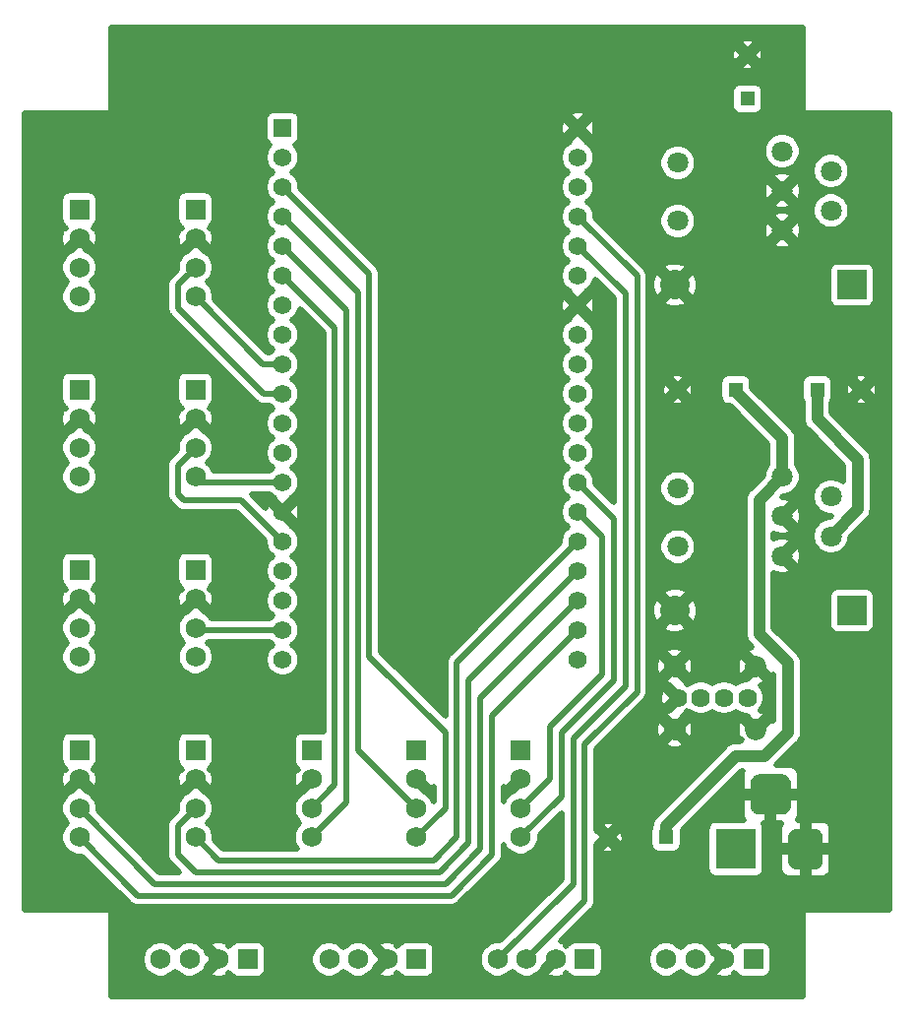
<source format=gbr>
G04 #@! TF.GenerationSoftware,KiCad,Pcbnew,(5.1.4)-1*
G04 #@! TF.CreationDate,2020-01-25T11:56:16+02:00*
G04 #@! TF.ProjectId,flypi_v2,666c7970-695f-4763-922e-6b696361645f,rev?*
G04 #@! TF.SameCoordinates,Original*
G04 #@! TF.FileFunction,Copper,L2,Bot*
G04 #@! TF.FilePolarity,Positive*
%FSLAX46Y46*%
G04 Gerber Fmt 4.6, Leading zero omitted, Abs format (unit mm)*
G04 Created by KiCad (PCBNEW (5.1.4)-1) date 2020-01-25 11:56:16*
%MOMM*%
%LPD*%
G04 APERTURE LIST*
%ADD10C,1.750000*%
%ADD11R,1.750000X1.750000*%
%ADD12C,1.560000*%
%ADD13R,1.560000X1.560000*%
%ADD14C,1.800000*%
%ADD15C,1.620000*%
%ADD16C,1.850000*%
%ADD17R,2.540000X2.540000*%
%ADD18C,2.540000*%
%ADD19C,0.100000*%
%ADD20C,3.500000*%
%ADD21C,3.000000*%
%ADD22R,3.500000X3.500000*%
%ADD23C,1.300000*%
%ADD24R,1.300000X1.300000*%
%ADD25C,1.000000*%
%ADD26C,0.500000*%
G04 APERTURE END LIST*
D10*
X140500000Y-99500000D03*
X140500000Y-97000000D03*
X140500000Y-94500000D03*
D11*
X140500000Y-92000000D03*
D10*
X150500000Y-84000000D03*
X150500000Y-81500000D03*
X150500000Y-79000000D03*
D11*
X150500000Y-76500000D03*
D10*
X140500000Y-84000000D03*
X140500000Y-81500000D03*
X140500000Y-79000000D03*
D11*
X140500000Y-76500000D03*
D10*
X140500000Y-115000000D03*
X140500000Y-112500000D03*
X140500000Y-110000000D03*
D11*
X140500000Y-107500000D03*
D12*
X183400000Y-115220000D03*
X183400000Y-112680000D03*
X183400000Y-110140000D03*
X183400000Y-107600000D03*
X183400000Y-105060000D03*
X183400000Y-102520000D03*
X183400000Y-99980000D03*
X183400000Y-97440000D03*
X183400000Y-94900000D03*
X183400000Y-92360000D03*
X183400000Y-89820000D03*
X183400000Y-87280000D03*
X183400000Y-84740000D03*
X183400000Y-82200000D03*
X183400000Y-79660000D03*
X183400000Y-77120000D03*
X183400000Y-74580000D03*
X183400000Y-72040000D03*
X183400000Y-69500000D03*
X158000000Y-112680000D03*
X158000000Y-110140000D03*
X158000000Y-107600000D03*
X158000000Y-105060000D03*
X158000000Y-102520000D03*
X158000000Y-99980000D03*
X158000000Y-97440000D03*
X158000000Y-94900000D03*
X158000000Y-92360000D03*
X158000000Y-89820000D03*
X158000000Y-87280000D03*
X158000000Y-84740000D03*
X158000000Y-82200000D03*
X158000000Y-79660000D03*
X158000000Y-77120000D03*
X158000000Y-74580000D03*
X158000000Y-115220000D03*
X158000000Y-72040000D03*
D13*
X158000000Y-69500000D03*
D10*
X162000000Y-141000000D03*
X164500000Y-141000000D03*
X167000000Y-141000000D03*
D11*
X169500000Y-141000000D03*
D14*
X205200000Y-76600000D03*
X205200000Y-73200000D03*
X201000000Y-71500000D03*
X201000000Y-78300000D03*
X201000000Y-74900000D03*
X192000000Y-72500000D03*
X192000000Y-77500000D03*
X192000000Y-105500000D03*
X192000000Y-100500000D03*
X205200000Y-104600000D03*
X205200000Y-101200000D03*
X201000000Y-99500000D03*
X201000000Y-106300000D03*
X201000000Y-102900000D03*
D10*
X176500000Y-141000000D03*
X179000000Y-141000000D03*
X181500000Y-141000000D03*
D11*
X184000000Y-141000000D03*
X198500000Y-141000000D03*
D10*
X196000000Y-141000000D03*
X193500000Y-141000000D03*
X191000000Y-141000000D03*
X147500000Y-141000000D03*
X150000000Y-141000000D03*
X152500000Y-141000000D03*
D11*
X155000000Y-141000000D03*
D10*
X178500000Y-130500000D03*
X178500000Y-128000000D03*
X178500000Y-125500000D03*
D11*
X178500000Y-123000000D03*
D10*
X169500000Y-130500000D03*
X169500000Y-128000000D03*
X169500000Y-125500000D03*
D11*
X169500000Y-123000000D03*
D10*
X160500000Y-130500000D03*
X160500000Y-128000000D03*
X160500000Y-125500000D03*
D11*
X160500000Y-123000000D03*
D10*
X150500000Y-130500000D03*
X150500000Y-128000000D03*
X150500000Y-125500000D03*
D11*
X150500000Y-123000000D03*
D10*
X140500000Y-130500000D03*
X140500000Y-128000000D03*
X140500000Y-125500000D03*
D11*
X140500000Y-123000000D03*
D10*
X150500000Y-115000000D03*
X150500000Y-112500000D03*
X150500000Y-110000000D03*
D11*
X150500000Y-107500000D03*
D10*
X150500000Y-99500000D03*
X150500000Y-97000000D03*
X150500000Y-94500000D03*
D11*
X150500000Y-92000000D03*
D15*
X198000000Y-118500000D03*
X196000000Y-118500000D03*
X194000000Y-118500000D03*
D16*
X198730000Y-121220000D03*
D15*
X192000000Y-118500000D03*
D16*
X191730000Y-121220000D03*
X198730000Y-115780000D03*
X191730000Y-115780000D03*
D17*
X207000000Y-83000000D03*
D18*
X191760000Y-83000000D03*
D17*
X206998780Y-111002960D03*
D18*
X191758780Y-111002960D03*
D19*
G36*
X200960765Y-125054213D02*
G01*
X201045704Y-125066813D01*
X201128999Y-125087677D01*
X201209848Y-125116605D01*
X201287472Y-125153319D01*
X201361124Y-125197464D01*
X201430094Y-125248616D01*
X201493718Y-125306282D01*
X201551384Y-125369906D01*
X201602536Y-125438876D01*
X201646681Y-125512528D01*
X201683395Y-125590152D01*
X201712323Y-125671001D01*
X201733187Y-125754296D01*
X201745787Y-125839235D01*
X201750000Y-125925000D01*
X201750000Y-127675000D01*
X201745787Y-127760765D01*
X201733187Y-127845704D01*
X201712323Y-127928999D01*
X201683395Y-128009848D01*
X201646681Y-128087472D01*
X201602536Y-128161124D01*
X201551384Y-128230094D01*
X201493718Y-128293718D01*
X201430094Y-128351384D01*
X201361124Y-128402536D01*
X201287472Y-128446681D01*
X201209848Y-128483395D01*
X201128999Y-128512323D01*
X201045704Y-128533187D01*
X200960765Y-128545787D01*
X200875000Y-128550000D01*
X199125000Y-128550000D01*
X199039235Y-128545787D01*
X198954296Y-128533187D01*
X198871001Y-128512323D01*
X198790152Y-128483395D01*
X198712528Y-128446681D01*
X198638876Y-128402536D01*
X198569906Y-128351384D01*
X198506282Y-128293718D01*
X198448616Y-128230094D01*
X198397464Y-128161124D01*
X198353319Y-128087472D01*
X198316605Y-128009848D01*
X198287677Y-127928999D01*
X198266813Y-127845704D01*
X198254213Y-127760765D01*
X198250000Y-127675000D01*
X198250000Y-125925000D01*
X198254213Y-125839235D01*
X198266813Y-125754296D01*
X198287677Y-125671001D01*
X198316605Y-125590152D01*
X198353319Y-125512528D01*
X198397464Y-125438876D01*
X198448616Y-125369906D01*
X198506282Y-125306282D01*
X198569906Y-125248616D01*
X198638876Y-125197464D01*
X198712528Y-125153319D01*
X198790152Y-125116605D01*
X198871001Y-125087677D01*
X198954296Y-125066813D01*
X199039235Y-125054213D01*
X199125000Y-125050000D01*
X200875000Y-125050000D01*
X200960765Y-125054213D01*
X200960765Y-125054213D01*
G37*
D20*
X200000000Y-126800000D03*
D19*
G36*
X203823513Y-129753611D02*
G01*
X203896318Y-129764411D01*
X203967714Y-129782295D01*
X204037013Y-129807090D01*
X204103548Y-129838559D01*
X204166678Y-129876398D01*
X204225795Y-129920242D01*
X204280330Y-129969670D01*
X204329758Y-130024205D01*
X204373602Y-130083322D01*
X204411441Y-130146452D01*
X204442910Y-130212987D01*
X204467705Y-130282286D01*
X204485589Y-130353682D01*
X204496389Y-130426487D01*
X204500000Y-130500000D01*
X204500000Y-132500000D01*
X204496389Y-132573513D01*
X204485589Y-132646318D01*
X204467705Y-132717714D01*
X204442910Y-132787013D01*
X204411441Y-132853548D01*
X204373602Y-132916678D01*
X204329758Y-132975795D01*
X204280330Y-133030330D01*
X204225795Y-133079758D01*
X204166678Y-133123602D01*
X204103548Y-133161441D01*
X204037013Y-133192910D01*
X203967714Y-133217705D01*
X203896318Y-133235589D01*
X203823513Y-133246389D01*
X203750000Y-133250000D01*
X202250000Y-133250000D01*
X202176487Y-133246389D01*
X202103682Y-133235589D01*
X202032286Y-133217705D01*
X201962987Y-133192910D01*
X201896452Y-133161441D01*
X201833322Y-133123602D01*
X201774205Y-133079758D01*
X201719670Y-133030330D01*
X201670242Y-132975795D01*
X201626398Y-132916678D01*
X201588559Y-132853548D01*
X201557090Y-132787013D01*
X201532295Y-132717714D01*
X201514411Y-132646318D01*
X201503611Y-132573513D01*
X201500000Y-132500000D01*
X201500000Y-130500000D01*
X201503611Y-130426487D01*
X201514411Y-130353682D01*
X201532295Y-130282286D01*
X201557090Y-130212987D01*
X201588559Y-130146452D01*
X201626398Y-130083322D01*
X201670242Y-130024205D01*
X201719670Y-129969670D01*
X201774205Y-129920242D01*
X201833322Y-129876398D01*
X201896452Y-129838559D01*
X201962987Y-129807090D01*
X202032286Y-129782295D01*
X202103682Y-129764411D01*
X202176487Y-129753611D01*
X202250000Y-129750000D01*
X203750000Y-129750000D01*
X203823513Y-129753611D01*
X203823513Y-129753611D01*
G37*
D21*
X203000000Y-131500000D03*
D22*
X197000000Y-131500000D03*
D23*
X198000000Y-63200000D03*
D24*
X198000000Y-67000000D03*
X197000000Y-92000000D03*
D23*
X192000000Y-92000000D03*
X207800000Y-92000000D03*
D24*
X204000000Y-92000000D03*
X191000000Y-130500000D03*
D23*
X186000000Y-130500000D03*
D25*
X197000000Y-92175000D02*
X197000000Y-92000000D01*
X201000000Y-99500000D02*
X201000000Y-96175000D01*
X201000000Y-96175000D02*
X197000000Y-92175000D01*
X191000000Y-129500000D02*
X191000000Y-130500000D01*
X197000000Y-123500000D02*
X191000000Y-129500000D01*
X199000000Y-101500000D02*
X199000000Y-113000000D01*
X201000000Y-99500000D02*
X199000000Y-101500000D01*
X199000000Y-113000000D02*
X201500000Y-115500000D01*
X201500000Y-115500000D02*
X201500000Y-121500000D01*
X201500000Y-121500000D02*
X199500000Y-123500000D01*
X199500000Y-123500000D02*
X197000000Y-123500000D01*
X207500000Y-102300000D02*
X205200000Y-104600000D01*
X207500000Y-98000000D02*
X207500000Y-102300000D01*
X204000000Y-92000000D02*
X204000000Y-94500000D01*
X204000000Y-94500000D02*
X207500000Y-98000000D01*
D26*
X156320000Y-89820000D02*
X150500000Y-84000000D01*
X158000000Y-89820000D02*
X156320000Y-89820000D01*
X149625001Y-82374999D02*
X150500000Y-81500000D01*
X149000000Y-83000000D02*
X149625001Y-82374999D01*
X149000000Y-85000000D02*
X149000000Y-83000000D01*
X156360000Y-92360000D02*
X149000000Y-85000000D01*
X158000000Y-92360000D02*
X156360000Y-92360000D01*
X150980000Y-99980000D02*
X150500000Y-99500000D01*
X158000000Y-99980000D02*
X150980000Y-99980000D01*
X154440000Y-101500000D02*
X158000000Y-105060000D01*
X149500000Y-101500000D02*
X154440000Y-101500000D01*
X149000000Y-101000000D02*
X149500000Y-101500000D01*
X150500000Y-97000000D02*
X149000000Y-98500000D01*
X149000000Y-98500000D02*
X149000000Y-101000000D01*
X150680000Y-112680000D02*
X150500000Y-112500000D01*
X158000000Y-112680000D02*
X150680000Y-112680000D01*
X176000000Y-120080000D02*
X183400000Y-112680000D01*
X176000000Y-132000000D02*
X176000000Y-120080000D01*
X172500000Y-135500000D02*
X176000000Y-132000000D01*
X140500000Y-130500000D02*
X145500000Y-135500000D01*
X145500000Y-135500000D02*
X172500000Y-135500000D01*
X147000000Y-134500000D02*
X140500000Y-128000000D01*
X172000000Y-134500000D02*
X147000000Y-134500000D01*
X175000000Y-131500000D02*
X172000000Y-134500000D01*
X183400000Y-110140000D02*
X175000000Y-118540000D01*
X175000000Y-118540000D02*
X175000000Y-131500000D01*
X152500000Y-132500000D02*
X150500000Y-130500000D01*
X171000000Y-132500000D02*
X152500000Y-132500000D01*
X173000000Y-130500000D02*
X171000000Y-132500000D01*
X183400000Y-105060000D02*
X173000000Y-115460000D01*
X173000000Y-115460000D02*
X173000000Y-130500000D01*
X174000000Y-117000000D02*
X183400000Y-107600000D01*
X149000000Y-129500000D02*
X149000000Y-132000000D01*
X150500000Y-128000000D02*
X149000000Y-129500000D01*
X149000000Y-132000000D02*
X150500000Y-133500000D01*
X150500000Y-133500000D02*
X171500000Y-133500000D01*
X171500000Y-133500000D02*
X174000000Y-131000000D01*
X174000000Y-131000000D02*
X174000000Y-117000000D01*
X158779999Y-80439999D02*
X158000000Y-79660000D01*
X163500000Y-85160000D02*
X158779999Y-80439999D01*
X160500000Y-130500000D02*
X163500000Y-127500000D01*
X163500000Y-127500000D02*
X163500000Y-85160000D01*
X158779999Y-82979999D02*
X158000000Y-82200000D01*
X162500000Y-86700000D02*
X158779999Y-82979999D01*
X160500000Y-128000000D02*
X162500000Y-126000000D01*
X162500000Y-126000000D02*
X162500000Y-86700000D01*
X158779999Y-75359999D02*
X158000000Y-74580000D01*
X165460000Y-82040000D02*
X158779999Y-75359999D01*
X165460000Y-114960000D02*
X165460000Y-82040000D01*
X172000000Y-121500000D02*
X165460000Y-114960000D01*
X169500000Y-130500000D02*
X172000000Y-128000000D01*
X172000000Y-128000000D02*
X172000000Y-121500000D01*
X158779999Y-77899999D02*
X158000000Y-77120000D01*
X164500000Y-83620000D02*
X158779999Y-77899999D01*
X164500000Y-122500000D02*
X164500000Y-83620000D01*
X164500000Y-123000000D02*
X164500000Y-122500000D01*
X169500000Y-128000000D02*
X164500000Y-123000000D01*
X186500000Y-103080000D02*
X183400000Y-99980000D01*
X186500000Y-117000000D02*
X186500000Y-103080000D01*
X182000000Y-121500000D02*
X186500000Y-117000000D01*
X178500000Y-130500000D02*
X182000000Y-127000000D01*
X182000000Y-127000000D02*
X182000000Y-121500000D01*
X184179999Y-103299999D02*
X183400000Y-102520000D01*
X185500000Y-104620000D02*
X184179999Y-103299999D01*
X185500000Y-116500000D02*
X185500000Y-104620000D01*
X181000000Y-121000000D02*
X185500000Y-116500000D01*
X178500000Y-128000000D02*
X181000000Y-125500000D01*
X181000000Y-125500000D02*
X181000000Y-121000000D01*
X183000000Y-134500000D02*
X176500000Y-141000000D01*
X183000000Y-122000000D02*
X183000000Y-134500000D01*
X187500000Y-117500000D02*
X183000000Y-122000000D01*
X183400000Y-79660000D02*
X187500000Y-83760000D01*
X187500000Y-83760000D02*
X187500000Y-117500000D01*
X184000000Y-136000000D02*
X179000000Y-141000000D01*
X184000000Y-122500000D02*
X184000000Y-136000000D01*
X188500000Y-118000000D02*
X184000000Y-122500000D01*
X183400000Y-77120000D02*
X188500000Y-82220000D01*
X188500000Y-82220000D02*
X188500000Y-118000000D01*
G36*
X202750000Y-68000000D02*
G01*
X202754804Y-68048773D01*
X202769030Y-68095671D01*
X202792133Y-68138893D01*
X202823223Y-68176777D01*
X202861107Y-68207867D01*
X202904329Y-68230970D01*
X202951227Y-68245196D01*
X203000000Y-68250000D01*
X210200001Y-68250000D01*
X210200000Y-136750000D01*
X203000000Y-136750000D01*
X202951227Y-136754804D01*
X202904329Y-136769030D01*
X202861107Y-136792133D01*
X202823223Y-136823223D01*
X202792133Y-136861107D01*
X202769030Y-136904329D01*
X202754804Y-136951227D01*
X202750000Y-137000000D01*
X202750000Y-144200000D01*
X143250000Y-144200000D01*
X143250000Y-140839951D01*
X145875000Y-140839951D01*
X145875000Y-141160049D01*
X145937448Y-141473995D01*
X146059943Y-141769726D01*
X146237780Y-142035877D01*
X146464123Y-142262220D01*
X146730274Y-142440057D01*
X147026005Y-142562552D01*
X147339951Y-142625000D01*
X147660049Y-142625000D01*
X147973995Y-142562552D01*
X148269726Y-142440057D01*
X148535877Y-142262220D01*
X148750000Y-142048097D01*
X148964123Y-142262220D01*
X149230274Y-142440057D01*
X149526005Y-142562552D01*
X149839951Y-142625000D01*
X150160049Y-142625000D01*
X150473995Y-142562552D01*
X150769726Y-142440057D01*
X151035877Y-142262220D01*
X151262220Y-142035877D01*
X151440057Y-141769726D01*
X151484842Y-141661605D01*
X152146447Y-141000000D01*
X151484842Y-140338395D01*
X151440057Y-140230274D01*
X151262220Y-139964123D01*
X151114699Y-139816602D01*
X151670155Y-139816602D01*
X152500000Y-140646447D01*
X152514143Y-140632305D01*
X152867696Y-140985858D01*
X152853553Y-141000000D01*
X152867696Y-141014143D01*
X152514143Y-141367696D01*
X152500000Y-141353553D01*
X151670155Y-142183398D01*
X151753797Y-142452385D01*
X152051481Y-142570055D01*
X152366402Y-142627388D01*
X152686457Y-142622182D01*
X152999346Y-142554636D01*
X153246203Y-142452385D01*
X153329844Y-142183400D01*
X153476975Y-142330531D01*
X153505337Y-142302169D01*
X153592105Y-142407895D01*
X153706307Y-142501619D01*
X153836599Y-142571261D01*
X153977974Y-142614147D01*
X154125000Y-142628628D01*
X155875000Y-142628628D01*
X156022026Y-142614147D01*
X156163401Y-142571261D01*
X156293693Y-142501619D01*
X156407895Y-142407895D01*
X156501619Y-142293693D01*
X156571261Y-142163401D01*
X156614147Y-142022026D01*
X156628628Y-141875000D01*
X156628628Y-140839951D01*
X160375000Y-140839951D01*
X160375000Y-141160049D01*
X160437448Y-141473995D01*
X160559943Y-141769726D01*
X160737780Y-142035877D01*
X160964123Y-142262220D01*
X161230274Y-142440057D01*
X161526005Y-142562552D01*
X161839951Y-142625000D01*
X162160049Y-142625000D01*
X162473995Y-142562552D01*
X162769726Y-142440057D01*
X163035877Y-142262220D01*
X163250000Y-142048097D01*
X163464123Y-142262220D01*
X163730274Y-142440057D01*
X164026005Y-142562552D01*
X164339951Y-142625000D01*
X164660049Y-142625000D01*
X164973995Y-142562552D01*
X165269726Y-142440057D01*
X165535877Y-142262220D01*
X165762220Y-142035877D01*
X165940057Y-141769726D01*
X165984842Y-141661605D01*
X166646447Y-141000000D01*
X165984842Y-140338395D01*
X165940057Y-140230274D01*
X165762220Y-139964123D01*
X165614699Y-139816602D01*
X166170155Y-139816602D01*
X167000000Y-140646447D01*
X167014143Y-140632305D01*
X167367696Y-140985858D01*
X167353553Y-141000000D01*
X167367696Y-141014143D01*
X167014143Y-141367696D01*
X167000000Y-141353553D01*
X166170155Y-142183398D01*
X166253797Y-142452385D01*
X166551481Y-142570055D01*
X166866402Y-142627388D01*
X167186457Y-142622182D01*
X167499346Y-142554636D01*
X167746203Y-142452385D01*
X167829844Y-142183400D01*
X167976975Y-142330531D01*
X168005337Y-142302169D01*
X168092105Y-142407895D01*
X168206307Y-142501619D01*
X168336599Y-142571261D01*
X168477974Y-142614147D01*
X168625000Y-142628628D01*
X170375000Y-142628628D01*
X170522026Y-142614147D01*
X170663401Y-142571261D01*
X170793693Y-142501619D01*
X170907895Y-142407895D01*
X171001619Y-142293693D01*
X171071261Y-142163401D01*
X171114147Y-142022026D01*
X171128628Y-141875000D01*
X171128628Y-140125000D01*
X171114147Y-139977974D01*
X171071261Y-139836599D01*
X171001619Y-139706307D01*
X170907895Y-139592105D01*
X170793693Y-139498381D01*
X170663401Y-139428739D01*
X170522026Y-139385853D01*
X170375000Y-139371372D01*
X168625000Y-139371372D01*
X168477974Y-139385853D01*
X168336599Y-139428739D01*
X168206307Y-139498381D01*
X168092105Y-139592105D01*
X168005337Y-139697831D01*
X167976975Y-139669469D01*
X167829844Y-139816600D01*
X167746203Y-139547615D01*
X167448519Y-139429945D01*
X167133598Y-139372612D01*
X166813543Y-139377818D01*
X166500654Y-139445364D01*
X166253797Y-139547615D01*
X166170155Y-139816602D01*
X165614699Y-139816602D01*
X165535877Y-139737780D01*
X165269726Y-139559943D01*
X164973995Y-139437448D01*
X164660049Y-139375000D01*
X164339951Y-139375000D01*
X164026005Y-139437448D01*
X163730274Y-139559943D01*
X163464123Y-139737780D01*
X163250000Y-139951903D01*
X163035877Y-139737780D01*
X162769726Y-139559943D01*
X162473995Y-139437448D01*
X162160049Y-139375000D01*
X161839951Y-139375000D01*
X161526005Y-139437448D01*
X161230274Y-139559943D01*
X160964123Y-139737780D01*
X160737780Y-139964123D01*
X160559943Y-140230274D01*
X160437448Y-140526005D01*
X160375000Y-140839951D01*
X156628628Y-140839951D01*
X156628628Y-140125000D01*
X156614147Y-139977974D01*
X156571261Y-139836599D01*
X156501619Y-139706307D01*
X156407895Y-139592105D01*
X156293693Y-139498381D01*
X156163401Y-139428739D01*
X156022026Y-139385853D01*
X155875000Y-139371372D01*
X154125000Y-139371372D01*
X153977974Y-139385853D01*
X153836599Y-139428739D01*
X153706307Y-139498381D01*
X153592105Y-139592105D01*
X153505337Y-139697831D01*
X153476975Y-139669469D01*
X153329844Y-139816600D01*
X153246203Y-139547615D01*
X152948519Y-139429945D01*
X152633598Y-139372612D01*
X152313543Y-139377818D01*
X152000654Y-139445364D01*
X151753797Y-139547615D01*
X151670155Y-139816602D01*
X151114699Y-139816602D01*
X151035877Y-139737780D01*
X150769726Y-139559943D01*
X150473995Y-139437448D01*
X150160049Y-139375000D01*
X149839951Y-139375000D01*
X149526005Y-139437448D01*
X149230274Y-139559943D01*
X148964123Y-139737780D01*
X148750000Y-139951903D01*
X148535877Y-139737780D01*
X148269726Y-139559943D01*
X147973995Y-139437448D01*
X147660049Y-139375000D01*
X147339951Y-139375000D01*
X147026005Y-139437448D01*
X146730274Y-139559943D01*
X146464123Y-139737780D01*
X146237780Y-139964123D01*
X146059943Y-140230274D01*
X145937448Y-140526005D01*
X145875000Y-140839951D01*
X143250000Y-140839951D01*
X143250000Y-137000000D01*
X143245196Y-136951227D01*
X143230970Y-136904329D01*
X143207867Y-136861107D01*
X143176777Y-136823223D01*
X143138893Y-136792133D01*
X143095671Y-136769030D01*
X143048773Y-136754804D01*
X143000000Y-136750000D01*
X135800000Y-136750000D01*
X135800000Y-127839951D01*
X138875000Y-127839951D01*
X138875000Y-128160049D01*
X138937448Y-128473995D01*
X139059943Y-128769726D01*
X139237780Y-129035877D01*
X139451903Y-129250000D01*
X139237780Y-129464123D01*
X139059943Y-129730274D01*
X138937448Y-130026005D01*
X138875000Y-130339951D01*
X138875000Y-130660049D01*
X138937448Y-130973995D01*
X139059943Y-131269726D01*
X139237780Y-131535877D01*
X139464123Y-131762220D01*
X139730274Y-131940057D01*
X140026005Y-132062552D01*
X140339951Y-132125000D01*
X140660049Y-132125000D01*
X140702370Y-132116582D01*
X144758155Y-136172368D01*
X144789472Y-136210528D01*
X144941741Y-136335491D01*
X144941742Y-136335492D01*
X145115465Y-136428349D01*
X145303966Y-136485530D01*
X145500000Y-136504838D01*
X145549120Y-136500000D01*
X172450880Y-136500000D01*
X172500000Y-136504838D01*
X172549120Y-136500000D01*
X172696034Y-136485530D01*
X172884535Y-136428349D01*
X173058258Y-136335492D01*
X173210528Y-136210528D01*
X173241849Y-136172363D01*
X176672374Y-132741840D01*
X176710528Y-132710528D01*
X176835492Y-132558258D01*
X176928349Y-132384535D01*
X176985530Y-132196034D01*
X177000000Y-132049120D01*
X177000000Y-132049119D01*
X177004838Y-132000001D01*
X177000000Y-131950883D01*
X177000000Y-131125010D01*
X177059943Y-131269726D01*
X177237780Y-131535877D01*
X177464123Y-131762220D01*
X177730274Y-131940057D01*
X178026005Y-132062552D01*
X178339951Y-132125000D01*
X178660049Y-132125000D01*
X178973995Y-132062552D01*
X179269726Y-131940057D01*
X179535877Y-131762220D01*
X179762220Y-131535877D01*
X179940057Y-131269726D01*
X180062552Y-130973995D01*
X180125000Y-130660049D01*
X180125000Y-130339951D01*
X180116582Y-130297631D01*
X182000001Y-128414213D01*
X182000001Y-134085786D01*
X176702370Y-139383418D01*
X176660049Y-139375000D01*
X176339951Y-139375000D01*
X176026005Y-139437448D01*
X175730274Y-139559943D01*
X175464123Y-139737780D01*
X175237780Y-139964123D01*
X175059943Y-140230274D01*
X174937448Y-140526005D01*
X174875000Y-140839951D01*
X174875000Y-141160049D01*
X174937448Y-141473995D01*
X175059943Y-141769726D01*
X175237780Y-142035877D01*
X175464123Y-142262220D01*
X175730274Y-142440057D01*
X176026005Y-142562552D01*
X176339951Y-142625000D01*
X176660049Y-142625000D01*
X176973995Y-142562552D01*
X177269726Y-142440057D01*
X177535877Y-142262220D01*
X177750000Y-142048097D01*
X177964123Y-142262220D01*
X178230274Y-142440057D01*
X178526005Y-142562552D01*
X178839951Y-142625000D01*
X179160049Y-142625000D01*
X179473995Y-142562552D01*
X179769726Y-142440057D01*
X180035877Y-142262220D01*
X180262220Y-142035877D01*
X180440057Y-141769726D01*
X180484842Y-141661605D01*
X181146447Y-141000000D01*
X181132305Y-140985858D01*
X181485858Y-140632305D01*
X181500000Y-140646447D01*
X181514143Y-140632305D01*
X181867696Y-140985858D01*
X181853553Y-141000000D01*
X181867696Y-141014143D01*
X181514143Y-141367696D01*
X181500000Y-141353553D01*
X180670155Y-142183398D01*
X180753797Y-142452385D01*
X181051481Y-142570055D01*
X181366402Y-142627388D01*
X181686457Y-142622182D01*
X181999346Y-142554636D01*
X182246203Y-142452385D01*
X182329844Y-142183400D01*
X182476975Y-142330531D01*
X182505337Y-142302169D01*
X182592105Y-142407895D01*
X182706307Y-142501619D01*
X182836599Y-142571261D01*
X182977974Y-142614147D01*
X183125000Y-142628628D01*
X184875000Y-142628628D01*
X185022026Y-142614147D01*
X185163401Y-142571261D01*
X185293693Y-142501619D01*
X185407895Y-142407895D01*
X185501619Y-142293693D01*
X185571261Y-142163401D01*
X185614147Y-142022026D01*
X185628628Y-141875000D01*
X185628628Y-140839951D01*
X189375000Y-140839951D01*
X189375000Y-141160049D01*
X189437448Y-141473995D01*
X189559943Y-141769726D01*
X189737780Y-142035877D01*
X189964123Y-142262220D01*
X190230274Y-142440057D01*
X190526005Y-142562552D01*
X190839951Y-142625000D01*
X191160049Y-142625000D01*
X191473995Y-142562552D01*
X191769726Y-142440057D01*
X192035877Y-142262220D01*
X192250000Y-142048097D01*
X192464123Y-142262220D01*
X192730274Y-142440057D01*
X193026005Y-142562552D01*
X193339951Y-142625000D01*
X193660049Y-142625000D01*
X193973995Y-142562552D01*
X194269726Y-142440057D01*
X194535877Y-142262220D01*
X194762220Y-142035877D01*
X194940057Y-141769726D01*
X194984842Y-141661605D01*
X195646447Y-141000000D01*
X194984842Y-140338395D01*
X194940057Y-140230274D01*
X194762220Y-139964123D01*
X194614699Y-139816602D01*
X195170155Y-139816602D01*
X196000000Y-140646447D01*
X196014143Y-140632305D01*
X196367696Y-140985858D01*
X196353553Y-141000000D01*
X196367696Y-141014143D01*
X196014143Y-141367696D01*
X196000000Y-141353553D01*
X195170155Y-142183398D01*
X195253797Y-142452385D01*
X195551481Y-142570055D01*
X195866402Y-142627388D01*
X196186457Y-142622182D01*
X196499346Y-142554636D01*
X196746203Y-142452385D01*
X196829844Y-142183400D01*
X196976975Y-142330531D01*
X197005337Y-142302169D01*
X197092105Y-142407895D01*
X197206307Y-142501619D01*
X197336599Y-142571261D01*
X197477974Y-142614147D01*
X197625000Y-142628628D01*
X199375000Y-142628628D01*
X199522026Y-142614147D01*
X199663401Y-142571261D01*
X199793693Y-142501619D01*
X199907895Y-142407895D01*
X200001619Y-142293693D01*
X200071261Y-142163401D01*
X200114147Y-142022026D01*
X200128628Y-141875000D01*
X200128628Y-140125000D01*
X200114147Y-139977974D01*
X200071261Y-139836599D01*
X200001619Y-139706307D01*
X199907895Y-139592105D01*
X199793693Y-139498381D01*
X199663401Y-139428739D01*
X199522026Y-139385853D01*
X199375000Y-139371372D01*
X197625000Y-139371372D01*
X197477974Y-139385853D01*
X197336599Y-139428739D01*
X197206307Y-139498381D01*
X197092105Y-139592105D01*
X197005337Y-139697831D01*
X196976975Y-139669469D01*
X196829844Y-139816600D01*
X196746203Y-139547615D01*
X196448519Y-139429945D01*
X196133598Y-139372612D01*
X195813543Y-139377818D01*
X195500654Y-139445364D01*
X195253797Y-139547615D01*
X195170155Y-139816602D01*
X194614699Y-139816602D01*
X194535877Y-139737780D01*
X194269726Y-139559943D01*
X193973995Y-139437448D01*
X193660049Y-139375000D01*
X193339951Y-139375000D01*
X193026005Y-139437448D01*
X192730274Y-139559943D01*
X192464123Y-139737780D01*
X192250000Y-139951903D01*
X192035877Y-139737780D01*
X191769726Y-139559943D01*
X191473995Y-139437448D01*
X191160049Y-139375000D01*
X190839951Y-139375000D01*
X190526005Y-139437448D01*
X190230274Y-139559943D01*
X189964123Y-139737780D01*
X189737780Y-139964123D01*
X189559943Y-140230274D01*
X189437448Y-140526005D01*
X189375000Y-140839951D01*
X185628628Y-140839951D01*
X185628628Y-140125000D01*
X185614147Y-139977974D01*
X185571261Y-139836599D01*
X185501619Y-139706307D01*
X185407895Y-139592105D01*
X185293693Y-139498381D01*
X185163401Y-139428739D01*
X185022026Y-139385853D01*
X184875000Y-139371372D01*
X183125000Y-139371372D01*
X182977974Y-139385853D01*
X182836599Y-139428739D01*
X182706307Y-139498381D01*
X182592105Y-139592105D01*
X182505337Y-139697831D01*
X182476975Y-139669469D01*
X182329844Y-139816600D01*
X182246203Y-139547615D01*
X181974140Y-139440073D01*
X184672368Y-136741845D01*
X184710528Y-136710528D01*
X184835492Y-136558258D01*
X184928349Y-136384535D01*
X184985530Y-136196034D01*
X185000000Y-136049120D01*
X185004838Y-136000000D01*
X185000000Y-135950880D01*
X185000000Y-131520616D01*
X185332937Y-131520616D01*
X185388535Y-131766935D01*
X185647451Y-131861882D01*
X185919915Y-131904493D01*
X186195456Y-131893130D01*
X186463487Y-131828229D01*
X186611465Y-131766935D01*
X186667063Y-131520616D01*
X186000000Y-130853553D01*
X185332937Y-131520616D01*
X185000000Y-131520616D01*
X185000000Y-131146447D01*
X185646447Y-130500000D01*
X186353553Y-130500000D01*
X187020616Y-131167063D01*
X187266935Y-131111465D01*
X187361882Y-130852549D01*
X187404493Y-130580085D01*
X187393130Y-130304544D01*
X187328229Y-130036513D01*
X187266935Y-129888535D01*
X187096212Y-129850000D01*
X189596372Y-129850000D01*
X189596372Y-131150000D01*
X189610853Y-131297026D01*
X189653739Y-131438401D01*
X189723381Y-131568693D01*
X189817105Y-131682895D01*
X189931307Y-131776619D01*
X190061599Y-131846261D01*
X190202974Y-131889147D01*
X190350000Y-131903628D01*
X191650000Y-131903628D01*
X191797026Y-131889147D01*
X191938401Y-131846261D01*
X192068693Y-131776619D01*
X192182895Y-131682895D01*
X192276619Y-131568693D01*
X192346261Y-131438401D01*
X192389147Y-131297026D01*
X192403628Y-131150000D01*
X192403628Y-129864138D01*
X192517766Y-129750000D01*
X194496372Y-129750000D01*
X194496372Y-133250000D01*
X194510853Y-133397026D01*
X194553739Y-133538401D01*
X194623381Y-133668693D01*
X194717105Y-133782895D01*
X194831307Y-133876619D01*
X194961599Y-133946261D01*
X195102974Y-133989147D01*
X195250000Y-134003628D01*
X198750000Y-134003628D01*
X198897026Y-133989147D01*
X199038401Y-133946261D01*
X199168693Y-133876619D01*
X199282895Y-133782895D01*
X199376619Y-133668693D01*
X199446261Y-133538401D01*
X199489147Y-133397026D01*
X199503628Y-133250000D01*
X200746371Y-133250000D01*
X200760852Y-133397026D01*
X200803738Y-133538401D01*
X200873380Y-133668694D01*
X200967104Y-133782896D01*
X201081306Y-133876620D01*
X201211599Y-133946262D01*
X201352974Y-133989148D01*
X201500000Y-134003629D01*
X202562500Y-134000000D01*
X202750000Y-133812500D01*
X202750000Y-131750000D01*
X203250000Y-131750000D01*
X203250000Y-133812500D01*
X203437500Y-134000000D01*
X204500000Y-134003629D01*
X204647026Y-133989148D01*
X204788401Y-133946262D01*
X204918694Y-133876620D01*
X205032896Y-133782896D01*
X205126620Y-133668694D01*
X205196262Y-133538401D01*
X205239148Y-133397026D01*
X205253629Y-133250000D01*
X205250000Y-131937500D01*
X205062500Y-131750000D01*
X203250000Y-131750000D01*
X202750000Y-131750000D01*
X200937500Y-131750000D01*
X200750000Y-131937500D01*
X200746371Y-133250000D01*
X199503628Y-133250000D01*
X199503628Y-129750000D01*
X199489147Y-129602974D01*
X199446261Y-129461599D01*
X199376619Y-129331307D01*
X199351405Y-129300584D01*
X199562500Y-129300000D01*
X199750000Y-129112500D01*
X199750000Y-127050000D01*
X200250000Y-127050000D01*
X200250000Y-129112500D01*
X200437500Y-129300000D01*
X200898027Y-129301273D01*
X200873380Y-129331306D01*
X200803738Y-129461599D01*
X200760852Y-129602974D01*
X200746371Y-129750000D01*
X200750000Y-131062500D01*
X200937500Y-131250000D01*
X202750000Y-131250000D01*
X202750000Y-129187500D01*
X203250000Y-129187500D01*
X203250000Y-131250000D01*
X205062500Y-131250000D01*
X205250000Y-131062500D01*
X205253629Y-129750000D01*
X205239148Y-129602974D01*
X205196262Y-129461599D01*
X205126620Y-129331306D01*
X205032896Y-129217104D01*
X204918694Y-129123380D01*
X204788401Y-129053738D01*
X204647026Y-129010852D01*
X204500000Y-128996371D01*
X203437500Y-129000000D01*
X203250000Y-129187500D01*
X202750000Y-129187500D01*
X202562500Y-129000000D01*
X202351519Y-128999279D01*
X202376620Y-128968694D01*
X202446262Y-128838401D01*
X202489148Y-128697026D01*
X202503629Y-128550000D01*
X202500000Y-127237500D01*
X202312500Y-127050000D01*
X200250000Y-127050000D01*
X199750000Y-127050000D01*
X197687500Y-127050000D01*
X197500000Y-127237500D01*
X197496371Y-128550000D01*
X197510852Y-128697026D01*
X197553738Y-128838401D01*
X197623380Y-128968694D01*
X197646095Y-128996372D01*
X195250000Y-128996372D01*
X195102974Y-129010853D01*
X194961599Y-129053739D01*
X194831307Y-129123381D01*
X194717105Y-129217105D01*
X194623381Y-129331307D01*
X194553739Y-129461599D01*
X194510853Y-129602974D01*
X194496372Y-129750000D01*
X192517766Y-129750000D01*
X197517767Y-124750000D01*
X197559938Y-124750000D01*
X197553738Y-124761599D01*
X197510852Y-124902974D01*
X197496371Y-125050000D01*
X197500000Y-126362500D01*
X197687500Y-126550000D01*
X199750000Y-126550000D01*
X199750000Y-126530000D01*
X200250000Y-126530000D01*
X200250000Y-126550000D01*
X202312500Y-126550000D01*
X202500000Y-126362500D01*
X202503629Y-125050000D01*
X202489148Y-124902974D01*
X202446262Y-124761599D01*
X202376620Y-124631306D01*
X202282896Y-124517104D01*
X202168694Y-124423380D01*
X202038401Y-124353738D01*
X201897026Y-124310852D01*
X201750000Y-124296371D01*
X200467850Y-124299916D01*
X202340463Y-122427304D01*
X202388160Y-122388160D01*
X202544366Y-122197823D01*
X202660437Y-121980669D01*
X202731913Y-121745043D01*
X202750000Y-121561405D01*
X202750000Y-121561399D01*
X202756047Y-121500001D01*
X202750000Y-121438603D01*
X202750000Y-115561398D01*
X202756047Y-115500000D01*
X202750000Y-115438602D01*
X202750000Y-115438595D01*
X202731913Y-115254957D01*
X202660437Y-115019331D01*
X202544366Y-114802177D01*
X202388160Y-114611840D01*
X202340464Y-114572697D01*
X200250000Y-112482234D01*
X200250000Y-109732960D01*
X204975152Y-109732960D01*
X204975152Y-112272960D01*
X204989633Y-112419986D01*
X205032519Y-112561361D01*
X205102161Y-112691653D01*
X205195885Y-112805855D01*
X205310087Y-112899579D01*
X205440379Y-112969221D01*
X205581754Y-113012107D01*
X205728780Y-113026588D01*
X208268780Y-113026588D01*
X208415806Y-113012107D01*
X208557181Y-112969221D01*
X208687473Y-112899579D01*
X208801675Y-112805855D01*
X208895399Y-112691653D01*
X208965041Y-112561361D01*
X209007927Y-112419986D01*
X209022408Y-112272960D01*
X209022408Y-109732960D01*
X209007927Y-109585934D01*
X208965041Y-109444559D01*
X208895399Y-109314267D01*
X208801675Y-109200065D01*
X208687473Y-109106341D01*
X208557181Y-109036699D01*
X208415806Y-108993813D01*
X208268780Y-108979332D01*
X205728780Y-108979332D01*
X205581754Y-108993813D01*
X205440379Y-109036699D01*
X205310087Y-109106341D01*
X205195885Y-109200065D01*
X205102161Y-109314267D01*
X205032519Y-109444559D01*
X204989633Y-109585934D01*
X204975152Y-109732960D01*
X200250000Y-109732960D01*
X200250000Y-107777382D01*
X200540841Y-107893136D01*
X200860469Y-107952102D01*
X201185459Y-107947579D01*
X201503322Y-107879739D01*
X201761142Y-107772947D01*
X201847875Y-107501429D01*
X201000000Y-106653553D01*
X200985858Y-106667696D01*
X200632305Y-106314143D01*
X200646447Y-106300000D01*
X201353553Y-106300000D01*
X202201429Y-107147875D01*
X202472947Y-107061142D01*
X202593136Y-106759159D01*
X202652102Y-106439531D01*
X202647579Y-106114541D01*
X202579739Y-105796678D01*
X202472947Y-105538858D01*
X202201429Y-105452125D01*
X201353553Y-106300000D01*
X200646447Y-106300000D01*
X200632305Y-106285858D01*
X200985858Y-105932304D01*
X201000000Y-105946447D01*
X201847875Y-105098571D01*
X201761142Y-104827053D01*
X201459159Y-104706864D01*
X201139531Y-104647898D01*
X200814541Y-104652421D01*
X200496678Y-104720261D01*
X200250000Y-104822438D01*
X200250000Y-104377382D01*
X200540841Y-104493136D01*
X200860469Y-104552102D01*
X201185459Y-104547579D01*
X201503322Y-104479739D01*
X201761142Y-104372947D01*
X201847875Y-104101429D01*
X201000000Y-103253553D01*
X200985858Y-103267696D01*
X200632305Y-102914143D01*
X200646447Y-102900000D01*
X201353553Y-102900000D01*
X202201429Y-103747875D01*
X202472947Y-103661142D01*
X202593136Y-103359159D01*
X202652102Y-103039531D01*
X202647579Y-102714541D01*
X202579739Y-102396678D01*
X202472947Y-102138858D01*
X202201429Y-102052125D01*
X201353553Y-102900000D01*
X200646447Y-102900000D01*
X200632305Y-102885858D01*
X200985858Y-102532304D01*
X201000000Y-102546447D01*
X201847875Y-101698571D01*
X201761142Y-101427053D01*
X201459159Y-101306864D01*
X201139531Y-101247898D01*
X201018180Y-101249587D01*
X201117767Y-101150000D01*
X201162511Y-101150000D01*
X201481287Y-101086592D01*
X201781568Y-100962211D01*
X202051814Y-100781639D01*
X202281639Y-100551814D01*
X202462211Y-100281568D01*
X202586592Y-99981287D01*
X202650000Y-99662511D01*
X202650000Y-99337489D01*
X202586592Y-99018713D01*
X202462211Y-98718432D01*
X202281639Y-98448186D01*
X202250000Y-98416547D01*
X202250000Y-96236397D01*
X202256047Y-96174999D01*
X202250000Y-96113601D01*
X202250000Y-96113595D01*
X202231913Y-95929957D01*
X202160437Y-95694331D01*
X202044366Y-95477177D01*
X201888160Y-95286840D01*
X201840463Y-95247696D01*
X198403628Y-91810862D01*
X198403628Y-91350000D01*
X202596372Y-91350000D01*
X202596372Y-92650000D01*
X202610853Y-92797026D01*
X202653739Y-92938401D01*
X202723381Y-93068693D01*
X202750000Y-93101129D01*
X202750001Y-94438593D01*
X202743953Y-94500000D01*
X202768087Y-94745042D01*
X202839563Y-94980668D01*
X202876992Y-95050692D01*
X202955635Y-95197823D01*
X203111841Y-95388160D01*
X203159538Y-95427304D01*
X206250000Y-98517767D01*
X206250000Y-99917149D01*
X205981568Y-99737789D01*
X205681287Y-99613408D01*
X205362511Y-99550000D01*
X205037489Y-99550000D01*
X204718713Y-99613408D01*
X204418432Y-99737789D01*
X204148186Y-99918361D01*
X203918361Y-100148186D01*
X203737789Y-100418432D01*
X203613408Y-100718713D01*
X203550000Y-101037489D01*
X203550000Y-101362511D01*
X203613408Y-101681287D01*
X203737789Y-101981568D01*
X203918361Y-102251814D01*
X204148186Y-102481639D01*
X204418432Y-102662211D01*
X204718713Y-102786592D01*
X205037489Y-102850000D01*
X205182234Y-102850000D01*
X205082234Y-102950000D01*
X205037489Y-102950000D01*
X204718713Y-103013408D01*
X204418432Y-103137789D01*
X204148186Y-103318361D01*
X203918361Y-103548186D01*
X203737789Y-103818432D01*
X203613408Y-104118713D01*
X203550000Y-104437489D01*
X203550000Y-104762511D01*
X203613408Y-105081287D01*
X203737789Y-105381568D01*
X203918361Y-105651814D01*
X204148186Y-105881639D01*
X204418432Y-106062211D01*
X204718713Y-106186592D01*
X205037489Y-106250000D01*
X205362511Y-106250000D01*
X205681287Y-106186592D01*
X205981568Y-106062211D01*
X206251814Y-105881639D01*
X206481639Y-105651814D01*
X206662211Y-105381568D01*
X206786592Y-105081287D01*
X206850000Y-104762511D01*
X206850000Y-104717766D01*
X208340463Y-103227304D01*
X208388160Y-103188160D01*
X208544366Y-102997823D01*
X208660437Y-102780669D01*
X208731913Y-102545043D01*
X208750000Y-102361405D01*
X208750000Y-102361399D01*
X208756047Y-102300001D01*
X208750000Y-102238603D01*
X208750000Y-98061397D01*
X208756047Y-97999999D01*
X208750000Y-97938601D01*
X208750000Y-97938595D01*
X208731913Y-97754957D01*
X208660437Y-97519331D01*
X208544366Y-97302177D01*
X208388160Y-97111840D01*
X208340464Y-97072697D01*
X205250000Y-93982234D01*
X205250000Y-93101128D01*
X205276619Y-93068693D01*
X205302316Y-93020616D01*
X207132937Y-93020616D01*
X207188535Y-93266935D01*
X207447451Y-93361882D01*
X207719915Y-93404493D01*
X207995456Y-93393130D01*
X208263487Y-93328229D01*
X208411465Y-93266935D01*
X208467063Y-93020616D01*
X207800000Y-92353553D01*
X207132937Y-93020616D01*
X205302316Y-93020616D01*
X205346261Y-92938401D01*
X205389147Y-92797026D01*
X205403628Y-92650000D01*
X205403628Y-91919915D01*
X206395507Y-91919915D01*
X206406870Y-92195456D01*
X206471771Y-92463487D01*
X206533065Y-92611465D01*
X206779384Y-92667063D01*
X207446447Y-92000000D01*
X208153553Y-92000000D01*
X208820616Y-92667063D01*
X209066935Y-92611465D01*
X209161882Y-92352549D01*
X209204493Y-92080085D01*
X209193130Y-91804544D01*
X209128229Y-91536513D01*
X209066935Y-91388535D01*
X208820616Y-91332937D01*
X208153553Y-92000000D01*
X207446447Y-92000000D01*
X206779384Y-91332937D01*
X206533065Y-91388535D01*
X206438118Y-91647451D01*
X206395507Y-91919915D01*
X205403628Y-91919915D01*
X205403628Y-91350000D01*
X205389147Y-91202974D01*
X205346261Y-91061599D01*
X205302317Y-90979384D01*
X207132937Y-90979384D01*
X207800000Y-91646447D01*
X208467063Y-90979384D01*
X208411465Y-90733065D01*
X208152549Y-90638118D01*
X207880085Y-90595507D01*
X207604544Y-90606870D01*
X207336513Y-90671771D01*
X207188535Y-90733065D01*
X207132937Y-90979384D01*
X205302317Y-90979384D01*
X205276619Y-90931307D01*
X205182895Y-90817105D01*
X205068693Y-90723381D01*
X204938401Y-90653739D01*
X204797026Y-90610853D01*
X204650000Y-90596372D01*
X203350000Y-90596372D01*
X203202974Y-90610853D01*
X203061599Y-90653739D01*
X202931307Y-90723381D01*
X202817105Y-90817105D01*
X202723381Y-90931307D01*
X202653739Y-91061599D01*
X202610853Y-91202974D01*
X202596372Y-91350000D01*
X198403628Y-91350000D01*
X198389147Y-91202974D01*
X198346261Y-91061599D01*
X198276619Y-90931307D01*
X198182895Y-90817105D01*
X198068693Y-90723381D01*
X197938401Y-90653739D01*
X197797026Y-90610853D01*
X197650000Y-90596372D01*
X196350000Y-90596372D01*
X196202974Y-90610853D01*
X196061599Y-90653739D01*
X195931307Y-90723381D01*
X195817105Y-90817105D01*
X195723381Y-90931307D01*
X195653739Y-91061599D01*
X195610853Y-91202974D01*
X195596372Y-91350000D01*
X195596372Y-92650000D01*
X195610853Y-92797026D01*
X195653739Y-92938401D01*
X195723381Y-93068693D01*
X195817105Y-93182895D01*
X195931307Y-93276619D01*
X196061599Y-93346261D01*
X196202974Y-93389147D01*
X196350000Y-93403628D01*
X196460862Y-93403628D01*
X199750001Y-96692768D01*
X199750000Y-98416547D01*
X199718361Y-98448186D01*
X199537789Y-98718432D01*
X199413408Y-99018713D01*
X199350000Y-99337489D01*
X199350000Y-99382233D01*
X198159543Y-100572691D01*
X198111840Y-100611840D01*
X197955634Y-100802178D01*
X197839563Y-101019332D01*
X197768087Y-101254958D01*
X197750000Y-101438596D01*
X197750000Y-101438602D01*
X197743953Y-101500000D01*
X197750000Y-101561398D01*
X197750001Y-112938592D01*
X197743953Y-113000000D01*
X197768087Y-113245042D01*
X197839563Y-113480668D01*
X197858177Y-113515492D01*
X197955635Y-113697823D01*
X198111841Y-113888160D01*
X198159538Y-113927304D01*
X198375214Y-114142980D01*
X198222703Y-114175167D01*
X197953924Y-114286498D01*
X197864104Y-114560551D01*
X198730000Y-115426447D01*
X198744143Y-115412305D01*
X199097696Y-115765858D01*
X199083553Y-115780000D01*
X199949449Y-116645896D01*
X200223502Y-116556076D01*
X200250000Y-116489936D01*
X200250001Y-120507898D01*
X200223502Y-120443924D01*
X199949449Y-120354104D01*
X199083553Y-121220000D01*
X199097696Y-121234143D01*
X198744143Y-121587696D01*
X198730000Y-121573553D01*
X198715858Y-121587696D01*
X198362305Y-121234143D01*
X198376447Y-121220000D01*
X197510551Y-120354104D01*
X197236498Y-120443924D01*
X197113790Y-120750204D01*
X197053192Y-121074538D01*
X197057034Y-121404462D01*
X197125167Y-121727297D01*
X197236498Y-121996076D01*
X197510549Y-122085895D01*
X197363943Y-122232501D01*
X197381442Y-122250000D01*
X197061397Y-122250000D01*
X196999999Y-122243953D01*
X196938601Y-122250000D01*
X196938595Y-122250000D01*
X196780538Y-122265567D01*
X196754956Y-122268087D01*
X196700116Y-122284723D01*
X196519331Y-122339563D01*
X196302177Y-122455634D01*
X196111840Y-122611840D01*
X196072696Y-122659537D01*
X190159543Y-128572691D01*
X190111840Y-128611840D01*
X189955634Y-128802178D01*
X189839563Y-129019332D01*
X189768087Y-129254958D01*
X189754446Y-129393454D01*
X189723381Y-129431307D01*
X189653739Y-129561599D01*
X189610853Y-129702974D01*
X189596372Y-129850000D01*
X187096212Y-129850000D01*
X187020616Y-129832937D01*
X186353553Y-130500000D01*
X185646447Y-130500000D01*
X185000000Y-129853553D01*
X185000000Y-129479384D01*
X185332937Y-129479384D01*
X186000000Y-130146447D01*
X186667063Y-129479384D01*
X186611465Y-129233065D01*
X186352549Y-129138118D01*
X186080085Y-129095507D01*
X185804544Y-129106870D01*
X185536513Y-129171771D01*
X185388535Y-129233065D01*
X185332937Y-129479384D01*
X185000000Y-129479384D01*
X185000000Y-122914212D01*
X185474763Y-122439449D01*
X190864104Y-122439449D01*
X190953924Y-122713502D01*
X191260204Y-122836210D01*
X191584538Y-122896808D01*
X191914462Y-122892966D01*
X192237297Y-122824833D01*
X192506076Y-122713502D01*
X192595896Y-122439449D01*
X191730000Y-121573553D01*
X190864104Y-122439449D01*
X185474763Y-122439449D01*
X186839674Y-121074538D01*
X190053192Y-121074538D01*
X190057034Y-121404462D01*
X190125167Y-121727297D01*
X190236498Y-121996076D01*
X190510551Y-122085896D01*
X191376447Y-121220000D01*
X192083553Y-121220000D01*
X192949449Y-122085896D01*
X193223502Y-121996076D01*
X193346210Y-121689796D01*
X193406808Y-121365462D01*
X193402966Y-121035538D01*
X193334833Y-120712703D01*
X193223502Y-120443924D01*
X192949449Y-120354104D01*
X192083553Y-121220000D01*
X191376447Y-121220000D01*
X190510551Y-120354104D01*
X190236498Y-120443924D01*
X190113790Y-120750204D01*
X190053192Y-121074538D01*
X186839674Y-121074538D01*
X189172368Y-118741845D01*
X189210528Y-118710528D01*
X189335492Y-118558258D01*
X189428349Y-118384535D01*
X189429166Y-118381839D01*
X190436911Y-118381839D01*
X190443893Y-118689053D01*
X190510676Y-118989001D01*
X190601113Y-119207334D01*
X190863527Y-119282919D01*
X191646447Y-118500000D01*
X190863527Y-117717081D01*
X190601113Y-117792666D01*
X190489998Y-118079166D01*
X190436911Y-118381839D01*
X189429166Y-118381839D01*
X189440655Y-118343967D01*
X189485530Y-118196035D01*
X189504838Y-118000001D01*
X189500000Y-117950881D01*
X189500000Y-116999449D01*
X190864104Y-116999449D01*
X190953924Y-117273502D01*
X191242785Y-117389231D01*
X192000000Y-118146447D01*
X192014142Y-118132304D01*
X192367696Y-118485858D01*
X192353553Y-118500000D01*
X192367696Y-118514143D01*
X192014142Y-118867696D01*
X192000000Y-118853553D01*
X191242582Y-119610972D01*
X191222703Y-119615167D01*
X190953924Y-119726498D01*
X190864104Y-120000551D01*
X191730000Y-120866447D01*
X192595896Y-120000551D01*
X192579879Y-119951681D01*
X192707334Y-119898887D01*
X192782919Y-119636475D01*
X192930791Y-119784347D01*
X193004483Y-119710656D01*
X193005558Y-119711731D01*
X193261063Y-119882454D01*
X193544965Y-120000050D01*
X193846353Y-120060000D01*
X194153647Y-120060000D01*
X194455035Y-120000050D01*
X194738937Y-119882454D01*
X194994442Y-119711731D01*
X195000000Y-119706173D01*
X195005558Y-119711731D01*
X195261063Y-119882454D01*
X195544965Y-120000050D01*
X195846353Y-120060000D01*
X196153647Y-120060000D01*
X196455035Y-120000050D01*
X196738937Y-119882454D01*
X196994442Y-119711731D01*
X197000000Y-119706173D01*
X197005558Y-119711731D01*
X197261063Y-119882454D01*
X197544965Y-120000050D01*
X197846353Y-120060000D01*
X197923553Y-120060000D01*
X198730000Y-120866447D01*
X199595896Y-120000551D01*
X199506076Y-119726498D01*
X199199796Y-119603790D01*
X199117718Y-119588455D01*
X199211731Y-119494442D01*
X199382454Y-119238937D01*
X199500050Y-118955035D01*
X199560000Y-118653647D01*
X199560000Y-118346353D01*
X199500050Y-118044965D01*
X199382454Y-117761063D01*
X199211731Y-117505558D01*
X199116500Y-117410327D01*
X199237297Y-117384833D01*
X199506076Y-117273502D01*
X199595896Y-116999449D01*
X198730000Y-116133553D01*
X197923553Y-116940000D01*
X197846353Y-116940000D01*
X197544965Y-116999950D01*
X197261063Y-117117546D01*
X197005558Y-117288269D01*
X197000000Y-117293827D01*
X196994442Y-117288269D01*
X196738937Y-117117546D01*
X196455035Y-116999950D01*
X196153647Y-116940000D01*
X195846353Y-116940000D01*
X195544965Y-116999950D01*
X195261063Y-117117546D01*
X195005558Y-117288269D01*
X195000000Y-117293827D01*
X194994442Y-117288269D01*
X194738937Y-117117546D01*
X194455035Y-116999950D01*
X194153647Y-116940000D01*
X193846353Y-116940000D01*
X193544965Y-116999950D01*
X193261063Y-117117546D01*
X193005558Y-117288269D01*
X193004483Y-117289345D01*
X192930791Y-117215653D01*
X192782919Y-117363525D01*
X192707334Y-117101113D01*
X192578901Y-117051302D01*
X192595896Y-116999449D01*
X191730000Y-116133553D01*
X190864104Y-116999449D01*
X189500000Y-116999449D01*
X189500000Y-115634538D01*
X190053192Y-115634538D01*
X190057034Y-115964462D01*
X190125167Y-116287297D01*
X190236498Y-116556076D01*
X190510551Y-116645896D01*
X191376447Y-115780000D01*
X192083553Y-115780000D01*
X192949449Y-116645896D01*
X193223502Y-116556076D01*
X193346210Y-116249796D01*
X193406808Y-115925462D01*
X193403421Y-115634538D01*
X197053192Y-115634538D01*
X197057034Y-115964462D01*
X197125167Y-116287297D01*
X197236498Y-116556076D01*
X197510551Y-116645896D01*
X198376447Y-115780000D01*
X197510551Y-114914104D01*
X197236498Y-115003924D01*
X197113790Y-115310204D01*
X197053192Y-115634538D01*
X193403421Y-115634538D01*
X193402966Y-115595538D01*
X193334833Y-115272703D01*
X193223502Y-115003924D01*
X192949449Y-114914104D01*
X192083553Y-115780000D01*
X191376447Y-115780000D01*
X190510551Y-114914104D01*
X190236498Y-115003924D01*
X190113790Y-115310204D01*
X190053192Y-115634538D01*
X189500000Y-115634538D01*
X189500000Y-114560551D01*
X190864104Y-114560551D01*
X191730000Y-115426447D01*
X192595896Y-114560551D01*
X192506076Y-114286498D01*
X192199796Y-114163790D01*
X191875462Y-114103192D01*
X191545538Y-114107034D01*
X191222703Y-114175167D01*
X190953924Y-114286498D01*
X190864104Y-114560551D01*
X189500000Y-114560551D01*
X189500000Y-112470371D01*
X190644923Y-112470371D01*
X190777047Y-112779525D01*
X191142501Y-112936915D01*
X191531639Y-113019985D01*
X191929505Y-113025541D01*
X192320811Y-112953371D01*
X192690518Y-112806248D01*
X192740513Y-112779525D01*
X192872637Y-112470371D01*
X191758780Y-111356513D01*
X190644923Y-112470371D01*
X189500000Y-112470371D01*
X189500000Y-111173685D01*
X189736199Y-111173685D01*
X189808369Y-111564991D01*
X189955492Y-111934698D01*
X189982215Y-111984693D01*
X190291369Y-112116817D01*
X191405227Y-111002960D01*
X192112333Y-111002960D01*
X193226191Y-112116817D01*
X193535345Y-111984693D01*
X193692735Y-111619239D01*
X193775805Y-111230101D01*
X193781361Y-110832235D01*
X193709191Y-110440929D01*
X193562068Y-110071222D01*
X193535345Y-110021227D01*
X193226191Y-109889103D01*
X192112333Y-111002960D01*
X191405227Y-111002960D01*
X190291369Y-109889103D01*
X189982215Y-110021227D01*
X189824825Y-110386681D01*
X189741755Y-110775819D01*
X189736199Y-111173685D01*
X189500000Y-111173685D01*
X189500000Y-109535549D01*
X190644923Y-109535549D01*
X191758780Y-110649407D01*
X192872637Y-109535549D01*
X192740513Y-109226395D01*
X192375059Y-109069005D01*
X191985921Y-108985935D01*
X191588055Y-108980379D01*
X191196749Y-109052549D01*
X190827042Y-109199672D01*
X190777047Y-109226395D01*
X190644923Y-109535549D01*
X189500000Y-109535549D01*
X189500000Y-105337489D01*
X190350000Y-105337489D01*
X190350000Y-105662511D01*
X190413408Y-105981287D01*
X190537789Y-106281568D01*
X190718361Y-106551814D01*
X190948186Y-106781639D01*
X191218432Y-106962211D01*
X191518713Y-107086592D01*
X191837489Y-107150000D01*
X192162511Y-107150000D01*
X192481287Y-107086592D01*
X192781568Y-106962211D01*
X193051814Y-106781639D01*
X193281639Y-106551814D01*
X193462211Y-106281568D01*
X193586592Y-105981287D01*
X193650000Y-105662511D01*
X193650000Y-105337489D01*
X193586592Y-105018713D01*
X193462211Y-104718432D01*
X193281639Y-104448186D01*
X193051814Y-104218361D01*
X192781568Y-104037789D01*
X192481287Y-103913408D01*
X192162511Y-103850000D01*
X191837489Y-103850000D01*
X191518713Y-103913408D01*
X191218432Y-104037789D01*
X190948186Y-104218361D01*
X190718361Y-104448186D01*
X190537789Y-104718432D01*
X190413408Y-105018713D01*
X190350000Y-105337489D01*
X189500000Y-105337489D01*
X189500000Y-100337489D01*
X190350000Y-100337489D01*
X190350000Y-100662511D01*
X190413408Y-100981287D01*
X190537789Y-101281568D01*
X190718361Y-101551814D01*
X190948186Y-101781639D01*
X191218432Y-101962211D01*
X191518713Y-102086592D01*
X191837489Y-102150000D01*
X192162511Y-102150000D01*
X192481287Y-102086592D01*
X192781568Y-101962211D01*
X193051814Y-101781639D01*
X193281639Y-101551814D01*
X193462211Y-101281568D01*
X193586592Y-100981287D01*
X193650000Y-100662511D01*
X193650000Y-100337489D01*
X193586592Y-100018713D01*
X193462211Y-99718432D01*
X193281639Y-99448186D01*
X193051814Y-99218361D01*
X192781568Y-99037789D01*
X192481287Y-98913408D01*
X192162511Y-98850000D01*
X191837489Y-98850000D01*
X191518713Y-98913408D01*
X191218432Y-99037789D01*
X190948186Y-99218361D01*
X190718361Y-99448186D01*
X190537789Y-99718432D01*
X190413408Y-100018713D01*
X190350000Y-100337489D01*
X189500000Y-100337489D01*
X189500000Y-93020616D01*
X191332937Y-93020616D01*
X191388535Y-93266935D01*
X191647451Y-93361882D01*
X191919915Y-93404493D01*
X192195456Y-93393130D01*
X192463487Y-93328229D01*
X192611465Y-93266935D01*
X192667063Y-93020616D01*
X192000000Y-92353553D01*
X191332937Y-93020616D01*
X189500000Y-93020616D01*
X189500000Y-91919915D01*
X190595507Y-91919915D01*
X190606870Y-92195456D01*
X190671771Y-92463487D01*
X190733065Y-92611465D01*
X190979384Y-92667063D01*
X191646447Y-92000000D01*
X192353553Y-92000000D01*
X193020616Y-92667063D01*
X193266935Y-92611465D01*
X193361882Y-92352549D01*
X193404493Y-92080085D01*
X193393130Y-91804544D01*
X193328229Y-91536513D01*
X193266935Y-91388535D01*
X193020616Y-91332937D01*
X192353553Y-92000000D01*
X191646447Y-92000000D01*
X190979384Y-91332937D01*
X190733065Y-91388535D01*
X190638118Y-91647451D01*
X190595507Y-91919915D01*
X189500000Y-91919915D01*
X189500000Y-90979384D01*
X191332937Y-90979384D01*
X192000000Y-91646447D01*
X192667063Y-90979384D01*
X192611465Y-90733065D01*
X192352549Y-90638118D01*
X192080085Y-90595507D01*
X191804544Y-90606870D01*
X191536513Y-90671771D01*
X191388535Y-90733065D01*
X191332937Y-90979384D01*
X189500000Y-90979384D01*
X189500000Y-84467411D01*
X190646143Y-84467411D01*
X190778267Y-84776565D01*
X191143721Y-84933955D01*
X191532859Y-85017025D01*
X191930725Y-85022581D01*
X192322031Y-84950411D01*
X192691738Y-84803288D01*
X192741733Y-84776565D01*
X192873857Y-84467411D01*
X191760000Y-83353553D01*
X190646143Y-84467411D01*
X189500000Y-84467411D01*
X189500000Y-83170725D01*
X189737419Y-83170725D01*
X189809589Y-83562031D01*
X189956712Y-83931738D01*
X189983435Y-83981733D01*
X190292589Y-84113857D01*
X191406447Y-83000000D01*
X192113553Y-83000000D01*
X193227411Y-84113857D01*
X193536565Y-83981733D01*
X193693955Y-83616279D01*
X193777025Y-83227141D01*
X193782581Y-82829275D01*
X193710411Y-82437969D01*
X193563288Y-82068262D01*
X193536565Y-82018267D01*
X193227411Y-81886143D01*
X192113553Y-83000000D01*
X191406447Y-83000000D01*
X190292589Y-81886143D01*
X189983435Y-82018267D01*
X189826045Y-82383721D01*
X189742975Y-82772859D01*
X189737419Y-83170725D01*
X189500000Y-83170725D01*
X189500000Y-82269117D01*
X189504838Y-82219999D01*
X189499372Y-82164508D01*
X189485530Y-82023966D01*
X189428349Y-81835465D01*
X189335492Y-81661742D01*
X189229500Y-81532589D01*
X190646143Y-81532589D01*
X191760000Y-82646447D01*
X192676446Y-81730000D01*
X204976372Y-81730000D01*
X204976372Y-84270000D01*
X204990853Y-84417026D01*
X205033739Y-84558401D01*
X205103381Y-84688693D01*
X205197105Y-84802895D01*
X205311307Y-84896619D01*
X205441599Y-84966261D01*
X205582974Y-85009147D01*
X205730000Y-85023628D01*
X208270000Y-85023628D01*
X208417026Y-85009147D01*
X208558401Y-84966261D01*
X208688693Y-84896619D01*
X208802895Y-84802895D01*
X208896619Y-84688693D01*
X208966261Y-84558401D01*
X209009147Y-84417026D01*
X209023628Y-84270000D01*
X209023628Y-81730000D01*
X209009147Y-81582974D01*
X208966261Y-81441599D01*
X208896619Y-81311307D01*
X208802895Y-81197105D01*
X208688693Y-81103381D01*
X208558401Y-81033739D01*
X208417026Y-80990853D01*
X208270000Y-80976372D01*
X205730000Y-80976372D01*
X205582974Y-80990853D01*
X205441599Y-81033739D01*
X205311307Y-81103381D01*
X205197105Y-81197105D01*
X205103381Y-81311307D01*
X205033739Y-81441599D01*
X204990853Y-81582974D01*
X204976372Y-81730000D01*
X192676446Y-81730000D01*
X192873857Y-81532589D01*
X192741733Y-81223435D01*
X192376279Y-81066045D01*
X191987141Y-80982975D01*
X191589275Y-80977419D01*
X191197969Y-81049589D01*
X190828262Y-81196712D01*
X190778267Y-81223435D01*
X190646143Y-81532589D01*
X189229500Y-81532589D01*
X189210528Y-81509472D01*
X189172368Y-81478155D01*
X187195642Y-79501429D01*
X200152125Y-79501429D01*
X200238858Y-79772947D01*
X200540841Y-79893136D01*
X200860469Y-79952102D01*
X201185459Y-79947579D01*
X201503322Y-79879739D01*
X201761142Y-79772947D01*
X201847875Y-79501429D01*
X201000000Y-78653553D01*
X200152125Y-79501429D01*
X187195642Y-79501429D01*
X185031702Y-77337489D01*
X190350000Y-77337489D01*
X190350000Y-77662511D01*
X190413408Y-77981287D01*
X190537789Y-78281568D01*
X190718361Y-78551814D01*
X190948186Y-78781639D01*
X191218432Y-78962211D01*
X191518713Y-79086592D01*
X191837489Y-79150000D01*
X192162511Y-79150000D01*
X192481287Y-79086592D01*
X192781568Y-78962211D01*
X193051814Y-78781639D01*
X193281639Y-78551814D01*
X193462211Y-78281568D01*
X193512372Y-78160469D01*
X199347898Y-78160469D01*
X199352421Y-78485459D01*
X199420261Y-78803322D01*
X199527053Y-79061142D01*
X199798571Y-79147875D01*
X200646447Y-78300000D01*
X201353553Y-78300000D01*
X202201429Y-79147875D01*
X202472947Y-79061142D01*
X202593136Y-78759159D01*
X202652102Y-78439531D01*
X202647579Y-78114541D01*
X202579739Y-77796678D01*
X202472947Y-77538858D01*
X202201429Y-77452125D01*
X201353553Y-78300000D01*
X200646447Y-78300000D01*
X199798571Y-77452125D01*
X199527053Y-77538858D01*
X199406864Y-77840841D01*
X199347898Y-78160469D01*
X193512372Y-78160469D01*
X193586592Y-77981287D01*
X193650000Y-77662511D01*
X193650000Y-77337489D01*
X193602477Y-77098571D01*
X200152125Y-77098571D01*
X201000000Y-77946447D01*
X201847875Y-77098571D01*
X201761142Y-76827053D01*
X201459159Y-76706864D01*
X201139531Y-76647898D01*
X200814541Y-76652421D01*
X200496678Y-76720261D01*
X200238858Y-76827053D01*
X200152125Y-77098571D01*
X193602477Y-77098571D01*
X193586592Y-77018713D01*
X193462211Y-76718432D01*
X193281639Y-76448186D01*
X193051814Y-76218361D01*
X192876813Y-76101429D01*
X200152125Y-76101429D01*
X200238858Y-76372947D01*
X200540841Y-76493136D01*
X200860469Y-76552102D01*
X201185459Y-76547579D01*
X201503322Y-76479739D01*
X201605323Y-76437489D01*
X203550000Y-76437489D01*
X203550000Y-76762511D01*
X203613408Y-77081287D01*
X203737789Y-77381568D01*
X203918361Y-77651814D01*
X204148186Y-77881639D01*
X204418432Y-78062211D01*
X204718713Y-78186592D01*
X205037489Y-78250000D01*
X205362511Y-78250000D01*
X205681287Y-78186592D01*
X205981568Y-78062211D01*
X206251814Y-77881639D01*
X206481639Y-77651814D01*
X206662211Y-77381568D01*
X206786592Y-77081287D01*
X206850000Y-76762511D01*
X206850000Y-76437489D01*
X206786592Y-76118713D01*
X206662211Y-75818432D01*
X206481639Y-75548186D01*
X206251814Y-75318361D01*
X205981568Y-75137789D01*
X205681287Y-75013408D01*
X205362511Y-74950000D01*
X205037489Y-74950000D01*
X204718713Y-75013408D01*
X204418432Y-75137789D01*
X204148186Y-75318361D01*
X203918361Y-75548186D01*
X203737789Y-75818432D01*
X203613408Y-76118713D01*
X203550000Y-76437489D01*
X201605323Y-76437489D01*
X201761142Y-76372947D01*
X201847875Y-76101429D01*
X201000000Y-75253553D01*
X200152125Y-76101429D01*
X192876813Y-76101429D01*
X192781568Y-76037789D01*
X192481287Y-75913408D01*
X192162511Y-75850000D01*
X191837489Y-75850000D01*
X191518713Y-75913408D01*
X191218432Y-76037789D01*
X190948186Y-76218361D01*
X190718361Y-76448186D01*
X190537789Y-76718432D01*
X190413408Y-77018713D01*
X190350000Y-77337489D01*
X185031702Y-77337489D01*
X184930000Y-77235788D01*
X184930000Y-76969308D01*
X184871203Y-76673715D01*
X184755868Y-76395273D01*
X184588429Y-76144682D01*
X184375318Y-75931571D01*
X184253238Y-75850000D01*
X184375318Y-75768429D01*
X184588429Y-75555318D01*
X184755868Y-75304727D01*
X184871203Y-75026285D01*
X184924076Y-74760469D01*
X199347898Y-74760469D01*
X199352421Y-75085459D01*
X199420261Y-75403322D01*
X199527053Y-75661142D01*
X199798571Y-75747875D01*
X200646447Y-74900000D01*
X201353553Y-74900000D01*
X202201429Y-75747875D01*
X202472947Y-75661142D01*
X202593136Y-75359159D01*
X202652102Y-75039531D01*
X202647579Y-74714541D01*
X202579739Y-74396678D01*
X202472947Y-74138858D01*
X202201429Y-74052125D01*
X201353553Y-74900000D01*
X200646447Y-74900000D01*
X199798571Y-74052125D01*
X199527053Y-74138858D01*
X199406864Y-74440841D01*
X199347898Y-74760469D01*
X184924076Y-74760469D01*
X184930000Y-74730692D01*
X184930000Y-74429308D01*
X184871203Y-74133715D01*
X184755868Y-73855273D01*
X184588429Y-73604682D01*
X184375318Y-73391571D01*
X184253238Y-73310000D01*
X184375318Y-73228429D01*
X184588429Y-73015318D01*
X184755868Y-72764727D01*
X184871203Y-72486285D01*
X184900800Y-72337489D01*
X190350000Y-72337489D01*
X190350000Y-72662511D01*
X190413408Y-72981287D01*
X190537789Y-73281568D01*
X190718361Y-73551814D01*
X190948186Y-73781639D01*
X191218432Y-73962211D01*
X191518713Y-74086592D01*
X191837489Y-74150000D01*
X192162511Y-74150000D01*
X192481287Y-74086592D01*
X192781568Y-73962211D01*
X193051814Y-73781639D01*
X193134882Y-73698571D01*
X200152125Y-73698571D01*
X201000000Y-74546447D01*
X201847875Y-73698571D01*
X201761142Y-73427053D01*
X201459159Y-73306864D01*
X201139531Y-73247898D01*
X200814541Y-73252421D01*
X200496678Y-73320261D01*
X200238858Y-73427053D01*
X200152125Y-73698571D01*
X193134882Y-73698571D01*
X193281639Y-73551814D01*
X193462211Y-73281568D01*
X193586592Y-72981287D01*
X193650000Y-72662511D01*
X193650000Y-72337489D01*
X193586592Y-72018713D01*
X193462211Y-71718432D01*
X193281639Y-71448186D01*
X193170942Y-71337489D01*
X199350000Y-71337489D01*
X199350000Y-71662511D01*
X199413408Y-71981287D01*
X199537789Y-72281568D01*
X199718361Y-72551814D01*
X199948186Y-72781639D01*
X200218432Y-72962211D01*
X200518713Y-73086592D01*
X200837489Y-73150000D01*
X201162511Y-73150000D01*
X201481287Y-73086592D01*
X201599831Y-73037489D01*
X203550000Y-73037489D01*
X203550000Y-73362511D01*
X203613408Y-73681287D01*
X203737789Y-73981568D01*
X203918361Y-74251814D01*
X204148186Y-74481639D01*
X204418432Y-74662211D01*
X204718713Y-74786592D01*
X205037489Y-74850000D01*
X205362511Y-74850000D01*
X205681287Y-74786592D01*
X205981568Y-74662211D01*
X206251814Y-74481639D01*
X206481639Y-74251814D01*
X206662211Y-73981568D01*
X206786592Y-73681287D01*
X206850000Y-73362511D01*
X206850000Y-73037489D01*
X206786592Y-72718713D01*
X206662211Y-72418432D01*
X206481639Y-72148186D01*
X206251814Y-71918361D01*
X205981568Y-71737789D01*
X205681287Y-71613408D01*
X205362511Y-71550000D01*
X205037489Y-71550000D01*
X204718713Y-71613408D01*
X204418432Y-71737789D01*
X204148186Y-71918361D01*
X203918361Y-72148186D01*
X203737789Y-72418432D01*
X203613408Y-72718713D01*
X203550000Y-73037489D01*
X201599831Y-73037489D01*
X201781568Y-72962211D01*
X202051814Y-72781639D01*
X202281639Y-72551814D01*
X202462211Y-72281568D01*
X202586592Y-71981287D01*
X202650000Y-71662511D01*
X202650000Y-71337489D01*
X202586592Y-71018713D01*
X202462211Y-70718432D01*
X202281639Y-70448186D01*
X202051814Y-70218361D01*
X201781568Y-70037789D01*
X201481287Y-69913408D01*
X201162511Y-69850000D01*
X200837489Y-69850000D01*
X200518713Y-69913408D01*
X200218432Y-70037789D01*
X199948186Y-70218361D01*
X199718361Y-70448186D01*
X199537789Y-70718432D01*
X199413408Y-71018713D01*
X199350000Y-71337489D01*
X193170942Y-71337489D01*
X193051814Y-71218361D01*
X192781568Y-71037789D01*
X192481287Y-70913408D01*
X192162511Y-70850000D01*
X191837489Y-70850000D01*
X191518713Y-70913408D01*
X191218432Y-71037789D01*
X190948186Y-71218361D01*
X190718361Y-71448186D01*
X190537789Y-71718432D01*
X190413408Y-72018713D01*
X190350000Y-72337489D01*
X184900800Y-72337489D01*
X184930000Y-72190692D01*
X184930000Y-71889308D01*
X184871203Y-71593715D01*
X184755868Y-71315273D01*
X184588429Y-71064682D01*
X184375318Y-70851571D01*
X184139325Y-70693886D01*
X184161237Y-70614790D01*
X183400000Y-69853553D01*
X182638763Y-70614790D01*
X182660675Y-70693886D01*
X182424682Y-70851571D01*
X182211571Y-71064682D01*
X182044132Y-71315273D01*
X181928797Y-71593715D01*
X181870000Y-71889308D01*
X181870000Y-72190692D01*
X181928797Y-72486285D01*
X182044132Y-72764727D01*
X182211571Y-73015318D01*
X182424682Y-73228429D01*
X182546762Y-73310000D01*
X182424682Y-73391571D01*
X182211571Y-73604682D01*
X182044132Y-73855273D01*
X181928797Y-74133715D01*
X181870000Y-74429308D01*
X181870000Y-74730692D01*
X181928797Y-75026285D01*
X182044132Y-75304727D01*
X182211571Y-75555318D01*
X182424682Y-75768429D01*
X182546762Y-75850000D01*
X182424682Y-75931571D01*
X182211571Y-76144682D01*
X182044132Y-76395273D01*
X181928797Y-76673715D01*
X181870000Y-76969308D01*
X181870000Y-77270692D01*
X181928797Y-77566285D01*
X182044132Y-77844727D01*
X182211571Y-78095318D01*
X182424682Y-78308429D01*
X182546762Y-78390000D01*
X182424682Y-78471571D01*
X182211571Y-78684682D01*
X182044132Y-78935273D01*
X181928797Y-79213715D01*
X181870000Y-79509308D01*
X181870000Y-79810692D01*
X181928797Y-80106285D01*
X182044132Y-80384727D01*
X182211571Y-80635318D01*
X182424682Y-80848429D01*
X182546762Y-80930000D01*
X182424682Y-81011571D01*
X182211571Y-81224682D01*
X182044132Y-81475273D01*
X181928797Y-81753715D01*
X181870000Y-82049308D01*
X181870000Y-82350692D01*
X181928797Y-82646285D01*
X182044132Y-82924727D01*
X182211571Y-83175318D01*
X182424682Y-83388429D01*
X182660675Y-83546114D01*
X182638763Y-83625210D01*
X183400000Y-84386447D01*
X184161237Y-83625210D01*
X184139325Y-83546114D01*
X184375318Y-83388429D01*
X184588429Y-83175318D01*
X184755868Y-82924727D01*
X184871203Y-82646285D01*
X184887938Y-82562151D01*
X186500000Y-84174214D01*
X186500001Y-101665788D01*
X184930000Y-100095788D01*
X184930000Y-99829308D01*
X184871203Y-99533715D01*
X184755868Y-99255273D01*
X184588429Y-99004682D01*
X184375318Y-98791571D01*
X184253238Y-98710000D01*
X184375318Y-98628429D01*
X184588429Y-98415318D01*
X184755868Y-98164727D01*
X184871203Y-97886285D01*
X184930000Y-97590692D01*
X184930000Y-97289308D01*
X184871203Y-96993715D01*
X184755868Y-96715273D01*
X184588429Y-96464682D01*
X184375318Y-96251571D01*
X184253238Y-96170000D01*
X184375318Y-96088429D01*
X184588429Y-95875318D01*
X184755868Y-95624727D01*
X184871203Y-95346285D01*
X184930000Y-95050692D01*
X184930000Y-94749308D01*
X184871203Y-94453715D01*
X184755868Y-94175273D01*
X184588429Y-93924682D01*
X184375318Y-93711571D01*
X184253238Y-93630000D01*
X184375318Y-93548429D01*
X184588429Y-93335318D01*
X184755868Y-93084727D01*
X184871203Y-92806285D01*
X184930000Y-92510692D01*
X184930000Y-92209308D01*
X184871203Y-91913715D01*
X184755868Y-91635273D01*
X184588429Y-91384682D01*
X184375318Y-91171571D01*
X184253238Y-91090000D01*
X184375318Y-91008429D01*
X184588429Y-90795318D01*
X184755868Y-90544727D01*
X184871203Y-90266285D01*
X184930000Y-89970692D01*
X184930000Y-89669308D01*
X184871203Y-89373715D01*
X184755868Y-89095273D01*
X184588429Y-88844682D01*
X184375318Y-88631571D01*
X184253238Y-88550000D01*
X184375318Y-88468429D01*
X184588429Y-88255318D01*
X184755868Y-88004727D01*
X184871203Y-87726285D01*
X184930000Y-87430692D01*
X184930000Y-87129308D01*
X184871203Y-86833715D01*
X184755868Y-86555273D01*
X184588429Y-86304682D01*
X184375318Y-86091571D01*
X184139325Y-85933886D01*
X184161237Y-85854790D01*
X183400000Y-85093553D01*
X182638763Y-85854790D01*
X182660675Y-85933886D01*
X182424682Y-86091571D01*
X182211571Y-86304682D01*
X182044132Y-86555273D01*
X181928797Y-86833715D01*
X181870000Y-87129308D01*
X181870000Y-87430692D01*
X181928797Y-87726285D01*
X182044132Y-88004727D01*
X182211571Y-88255318D01*
X182424682Y-88468429D01*
X182546762Y-88550000D01*
X182424682Y-88631571D01*
X182211571Y-88844682D01*
X182044132Y-89095273D01*
X181928797Y-89373715D01*
X181870000Y-89669308D01*
X181870000Y-89970692D01*
X181928797Y-90266285D01*
X182044132Y-90544727D01*
X182211571Y-90795318D01*
X182424682Y-91008429D01*
X182546762Y-91090000D01*
X182424682Y-91171571D01*
X182211571Y-91384682D01*
X182044132Y-91635273D01*
X181928797Y-91913715D01*
X181870000Y-92209308D01*
X181870000Y-92510692D01*
X181928797Y-92806285D01*
X182044132Y-93084727D01*
X182211571Y-93335318D01*
X182424682Y-93548429D01*
X182546762Y-93630000D01*
X182424682Y-93711571D01*
X182211571Y-93924682D01*
X182044132Y-94175273D01*
X181928797Y-94453715D01*
X181870000Y-94749308D01*
X181870000Y-95050692D01*
X181928797Y-95346285D01*
X182044132Y-95624727D01*
X182211571Y-95875318D01*
X182424682Y-96088429D01*
X182546762Y-96170000D01*
X182424682Y-96251571D01*
X182211571Y-96464682D01*
X182044132Y-96715273D01*
X181928797Y-96993715D01*
X181870000Y-97289308D01*
X181870000Y-97590692D01*
X181928797Y-97886285D01*
X182044132Y-98164727D01*
X182211571Y-98415318D01*
X182424682Y-98628429D01*
X182546762Y-98710000D01*
X182424682Y-98791571D01*
X182211571Y-99004682D01*
X182044132Y-99255273D01*
X181928797Y-99533715D01*
X181870000Y-99829308D01*
X181870000Y-100130692D01*
X181928797Y-100426285D01*
X182044132Y-100704727D01*
X182211571Y-100955318D01*
X182424682Y-101168429D01*
X182546762Y-101250000D01*
X182424682Y-101331571D01*
X182211571Y-101544682D01*
X182044132Y-101795273D01*
X181928797Y-102073715D01*
X181870000Y-102369308D01*
X181870000Y-102670692D01*
X181928797Y-102966285D01*
X182044132Y-103244727D01*
X182211571Y-103495318D01*
X182424682Y-103708429D01*
X182546762Y-103790000D01*
X182424682Y-103871571D01*
X182211571Y-104084682D01*
X182044132Y-104335273D01*
X181928797Y-104613715D01*
X181870000Y-104909308D01*
X181870000Y-105175787D01*
X172327637Y-114718151D01*
X172289472Y-114749472D01*
X172164508Y-114901742D01*
X172074943Y-115069308D01*
X172071651Y-115075466D01*
X172014470Y-115263966D01*
X171995162Y-115460000D01*
X172000000Y-115509120D01*
X172000000Y-120085787D01*
X166460000Y-114545788D01*
X166460000Y-84628970D01*
X181866612Y-84628970D01*
X181874414Y-84930253D01*
X181940844Y-85224224D01*
X182025824Y-85429380D01*
X182285210Y-85501237D01*
X183046447Y-84740000D01*
X183753553Y-84740000D01*
X184514790Y-85501237D01*
X184774176Y-85429380D01*
X184882263Y-85148045D01*
X184933388Y-84851030D01*
X184925586Y-84549747D01*
X184859156Y-84255776D01*
X184774176Y-84050620D01*
X184514790Y-83978763D01*
X183753553Y-84740000D01*
X183046447Y-84740000D01*
X182285210Y-83978763D01*
X182025824Y-84050620D01*
X181917737Y-84331955D01*
X181866612Y-84628970D01*
X166460000Y-84628970D01*
X166460000Y-82089119D01*
X166464838Y-82039999D01*
X166445530Y-81843965D01*
X166388349Y-81655465D01*
X166376427Y-81633160D01*
X166295492Y-81481742D01*
X166170528Y-81329472D01*
X166132368Y-81298155D01*
X159530000Y-74695788D01*
X159530000Y-74429308D01*
X159471203Y-74133715D01*
X159355868Y-73855273D01*
X159188429Y-73604682D01*
X158975318Y-73391571D01*
X158853238Y-73310000D01*
X158975318Y-73228429D01*
X159188429Y-73015318D01*
X159355868Y-72764727D01*
X159471203Y-72486285D01*
X159530000Y-72190692D01*
X159530000Y-71889308D01*
X159471203Y-71593715D01*
X159355868Y-71315273D01*
X159188429Y-71064682D01*
X159088998Y-70965251D01*
X159198693Y-70906619D01*
X159312895Y-70812895D01*
X159406619Y-70698693D01*
X159476261Y-70568401D01*
X159519147Y-70427026D01*
X159533628Y-70280000D01*
X159533628Y-69388970D01*
X181866612Y-69388970D01*
X181874414Y-69690253D01*
X181940844Y-69984224D01*
X182025824Y-70189380D01*
X182285210Y-70261237D01*
X183046447Y-69500000D01*
X183753553Y-69500000D01*
X184514790Y-70261237D01*
X184774176Y-70189380D01*
X184882263Y-69908045D01*
X184933388Y-69611030D01*
X184925586Y-69309747D01*
X184859156Y-69015776D01*
X184774176Y-68810620D01*
X184514790Y-68738763D01*
X183753553Y-69500000D01*
X183046447Y-69500000D01*
X182285210Y-68738763D01*
X182025824Y-68810620D01*
X181917737Y-69091955D01*
X181866612Y-69388970D01*
X159533628Y-69388970D01*
X159533628Y-68720000D01*
X159519147Y-68572974D01*
X159476261Y-68431599D01*
X159451466Y-68385210D01*
X182638763Y-68385210D01*
X183400000Y-69146447D01*
X184161237Y-68385210D01*
X184089380Y-68125824D01*
X183808045Y-68017737D01*
X183511030Y-67966612D01*
X183209747Y-67974414D01*
X182915776Y-68040844D01*
X182710620Y-68125824D01*
X182638763Y-68385210D01*
X159451466Y-68385210D01*
X159406619Y-68301307D01*
X159312895Y-68187105D01*
X159198693Y-68093381D01*
X159068401Y-68023739D01*
X158927026Y-67980853D01*
X158780000Y-67966372D01*
X157220000Y-67966372D01*
X157072974Y-67980853D01*
X156931599Y-68023739D01*
X156801307Y-68093381D01*
X156687105Y-68187105D01*
X156593381Y-68301307D01*
X156523739Y-68431599D01*
X156480853Y-68572974D01*
X156466372Y-68720000D01*
X156466372Y-70280000D01*
X156480853Y-70427026D01*
X156523739Y-70568401D01*
X156593381Y-70698693D01*
X156687105Y-70812895D01*
X156801307Y-70906619D01*
X156911002Y-70965251D01*
X156811571Y-71064682D01*
X156644132Y-71315273D01*
X156528797Y-71593715D01*
X156470000Y-71889308D01*
X156470000Y-72190692D01*
X156528797Y-72486285D01*
X156644132Y-72764727D01*
X156811571Y-73015318D01*
X157024682Y-73228429D01*
X157146762Y-73310000D01*
X157024682Y-73391571D01*
X156811571Y-73604682D01*
X156644132Y-73855273D01*
X156528797Y-74133715D01*
X156470000Y-74429308D01*
X156470000Y-74730692D01*
X156528797Y-75026285D01*
X156644132Y-75304727D01*
X156811571Y-75555318D01*
X157024682Y-75768429D01*
X157146762Y-75850000D01*
X157024682Y-75931571D01*
X156811571Y-76144682D01*
X156644132Y-76395273D01*
X156528797Y-76673715D01*
X156470000Y-76969308D01*
X156470000Y-77270692D01*
X156528797Y-77566285D01*
X156644132Y-77844727D01*
X156811571Y-78095318D01*
X157024682Y-78308429D01*
X157146762Y-78390000D01*
X157024682Y-78471571D01*
X156811571Y-78684682D01*
X156644132Y-78935273D01*
X156528797Y-79213715D01*
X156470000Y-79509308D01*
X156470000Y-79810692D01*
X156528797Y-80106285D01*
X156644132Y-80384727D01*
X156811571Y-80635318D01*
X157024682Y-80848429D01*
X157146762Y-80930000D01*
X157024682Y-81011571D01*
X156811571Y-81224682D01*
X156644132Y-81475273D01*
X156528797Y-81753715D01*
X156470000Y-82049308D01*
X156470000Y-82350692D01*
X156528797Y-82646285D01*
X156644132Y-82924727D01*
X156811571Y-83175318D01*
X157024682Y-83388429D01*
X157146762Y-83470000D01*
X157024682Y-83551571D01*
X156811571Y-83764682D01*
X156644132Y-84015273D01*
X156528797Y-84293715D01*
X156470000Y-84589308D01*
X156470000Y-84890692D01*
X156528797Y-85186285D01*
X156644132Y-85464727D01*
X156811571Y-85715318D01*
X157024682Y-85928429D01*
X157146762Y-86010000D01*
X157024682Y-86091571D01*
X156811571Y-86304682D01*
X156644132Y-86555273D01*
X156528797Y-86833715D01*
X156470000Y-87129308D01*
X156470000Y-87430692D01*
X156528797Y-87726285D01*
X156644132Y-88004727D01*
X156811571Y-88255318D01*
X157024682Y-88468429D01*
X157146762Y-88550000D01*
X157024682Y-88631571D01*
X156836253Y-88820000D01*
X156734213Y-88820000D01*
X152116582Y-84202370D01*
X152125000Y-84160049D01*
X152125000Y-83839951D01*
X152062552Y-83526005D01*
X151940057Y-83230274D01*
X151762220Y-82964123D01*
X151548097Y-82750000D01*
X151762220Y-82535877D01*
X151940057Y-82269726D01*
X152062552Y-81973995D01*
X152125000Y-81660049D01*
X152125000Y-81339951D01*
X152062552Y-81026005D01*
X151940057Y-80730274D01*
X151762220Y-80464123D01*
X151535877Y-80237780D01*
X151269726Y-80059943D01*
X151161605Y-80015158D01*
X150500000Y-79353553D01*
X149838395Y-80015158D01*
X149730274Y-80059943D01*
X149464123Y-80237780D01*
X149237780Y-80464123D01*
X149059943Y-80730274D01*
X148937448Y-81026005D01*
X148875000Y-81339951D01*
X148875000Y-81660049D01*
X148883418Y-81702370D01*
X148327633Y-82258155D01*
X148289473Y-82289472D01*
X148164509Y-82441742D01*
X148114875Y-82534600D01*
X148071651Y-82615466D01*
X148014470Y-82803966D01*
X147995162Y-83000000D01*
X148000001Y-83049130D01*
X148000000Y-84950879D01*
X147995162Y-85000000D01*
X148014470Y-85196034D01*
X148063005Y-85356033D01*
X148071651Y-85384534D01*
X148164508Y-85558258D01*
X148289472Y-85710528D01*
X148327637Y-85741849D01*
X155618155Y-93032368D01*
X155649472Y-93070528D01*
X155801742Y-93195492D01*
X155975465Y-93288349D01*
X156163966Y-93345530D01*
X156360000Y-93364838D01*
X156409120Y-93360000D01*
X156836253Y-93360000D01*
X157024682Y-93548429D01*
X157146762Y-93630000D01*
X157024682Y-93711571D01*
X156811571Y-93924682D01*
X156644132Y-94175273D01*
X156528797Y-94453715D01*
X156470000Y-94749308D01*
X156470000Y-95050692D01*
X156528797Y-95346285D01*
X156644132Y-95624727D01*
X156811571Y-95875318D01*
X157024682Y-96088429D01*
X157146762Y-96170000D01*
X157024682Y-96251571D01*
X156811571Y-96464682D01*
X156644132Y-96715273D01*
X156528797Y-96993715D01*
X156470000Y-97289308D01*
X156470000Y-97590692D01*
X156528797Y-97886285D01*
X156644132Y-98164727D01*
X156811571Y-98415318D01*
X157024682Y-98628429D01*
X157146762Y-98710000D01*
X157024682Y-98791571D01*
X156836253Y-98980000D01*
X152043496Y-98980000D01*
X151940057Y-98730274D01*
X151762220Y-98464123D01*
X151548097Y-98250000D01*
X151762220Y-98035877D01*
X151940057Y-97769726D01*
X152062552Y-97473995D01*
X152125000Y-97160049D01*
X152125000Y-96839951D01*
X152062552Y-96526005D01*
X151940057Y-96230274D01*
X151762220Y-95964123D01*
X151535877Y-95737780D01*
X151269726Y-95559943D01*
X151161605Y-95515158D01*
X150500000Y-94853553D01*
X149838395Y-95515158D01*
X149730274Y-95559943D01*
X149464123Y-95737780D01*
X149237780Y-95964123D01*
X149059943Y-96230274D01*
X148937448Y-96526005D01*
X148875000Y-96839951D01*
X148875000Y-97160049D01*
X148883418Y-97202369D01*
X148327637Y-97758151D01*
X148289472Y-97789472D01*
X148164508Y-97941742D01*
X148101329Y-98059943D01*
X148071651Y-98115466D01*
X148014470Y-98303966D01*
X147995162Y-98500000D01*
X148000000Y-98549121D01*
X148000001Y-100950870D01*
X147995162Y-101000000D01*
X148014470Y-101196034D01*
X148071651Y-101384534D01*
X148071652Y-101384535D01*
X148164509Y-101558258D01*
X148289473Y-101710528D01*
X148327632Y-101741844D01*
X148758155Y-102172368D01*
X148789472Y-102210528D01*
X148941742Y-102335492D01*
X149113508Y-102427303D01*
X149115465Y-102428349D01*
X149303966Y-102485530D01*
X149500000Y-102504838D01*
X149549120Y-102500000D01*
X154025788Y-102500000D01*
X156470000Y-104944213D01*
X156470000Y-105210692D01*
X156528797Y-105506285D01*
X156644132Y-105784727D01*
X156811571Y-106035318D01*
X157024682Y-106248429D01*
X157146762Y-106330000D01*
X157024682Y-106411571D01*
X156811571Y-106624682D01*
X156644132Y-106875273D01*
X156528797Y-107153715D01*
X156470000Y-107449308D01*
X156470000Y-107750692D01*
X156528797Y-108046285D01*
X156644132Y-108324727D01*
X156811571Y-108575318D01*
X157024682Y-108788429D01*
X157146762Y-108870000D01*
X157024682Y-108951571D01*
X156811571Y-109164682D01*
X156644132Y-109415273D01*
X156528797Y-109693715D01*
X156470000Y-109989308D01*
X156470000Y-110290692D01*
X156528797Y-110586285D01*
X156644132Y-110864727D01*
X156811571Y-111115318D01*
X157024682Y-111328429D01*
X157146762Y-111410000D01*
X157024682Y-111491571D01*
X156836253Y-111680000D01*
X151906465Y-111680000D01*
X151762220Y-111464123D01*
X151535877Y-111237780D01*
X151269726Y-111059943D01*
X151161605Y-111015158D01*
X150500000Y-110353553D01*
X149838395Y-111015158D01*
X149730274Y-111059943D01*
X149464123Y-111237780D01*
X149237780Y-111464123D01*
X149059943Y-111730274D01*
X148937448Y-112026005D01*
X148875000Y-112339951D01*
X148875000Y-112660049D01*
X148937448Y-112973995D01*
X149059943Y-113269726D01*
X149237780Y-113535877D01*
X149451903Y-113750000D01*
X149237780Y-113964123D01*
X149059943Y-114230274D01*
X148937448Y-114526005D01*
X148875000Y-114839951D01*
X148875000Y-115160049D01*
X148937448Y-115473995D01*
X149059943Y-115769726D01*
X149237780Y-116035877D01*
X149464123Y-116262220D01*
X149730274Y-116440057D01*
X150026005Y-116562552D01*
X150339951Y-116625000D01*
X150660049Y-116625000D01*
X150973995Y-116562552D01*
X151269726Y-116440057D01*
X151535877Y-116262220D01*
X151762220Y-116035877D01*
X151940057Y-115769726D01*
X152062552Y-115473995D01*
X152125000Y-115160049D01*
X152125000Y-114839951D01*
X152062552Y-114526005D01*
X151940057Y-114230274D01*
X151762220Y-113964123D01*
X151548097Y-113750000D01*
X151618097Y-113680000D01*
X156836253Y-113680000D01*
X157024682Y-113868429D01*
X157146762Y-113950000D01*
X157024682Y-114031571D01*
X156811571Y-114244682D01*
X156644132Y-114495273D01*
X156528797Y-114773715D01*
X156470000Y-115069308D01*
X156470000Y-115370692D01*
X156528797Y-115666285D01*
X156644132Y-115944727D01*
X156811571Y-116195318D01*
X157024682Y-116408429D01*
X157275273Y-116575868D01*
X157553715Y-116691203D01*
X157849308Y-116750000D01*
X158150692Y-116750000D01*
X158446285Y-116691203D01*
X158724727Y-116575868D01*
X158975318Y-116408429D01*
X159188429Y-116195318D01*
X159355868Y-115944727D01*
X159471203Y-115666285D01*
X159530000Y-115370692D01*
X159530000Y-115069308D01*
X159471203Y-114773715D01*
X159355868Y-114495273D01*
X159188429Y-114244682D01*
X158975318Y-114031571D01*
X158853238Y-113950000D01*
X158975318Y-113868429D01*
X159188429Y-113655318D01*
X159355868Y-113404727D01*
X159471203Y-113126285D01*
X159530000Y-112830692D01*
X159530000Y-112529308D01*
X159471203Y-112233715D01*
X159355868Y-111955273D01*
X159188429Y-111704682D01*
X158975318Y-111491571D01*
X158853238Y-111410000D01*
X158975318Y-111328429D01*
X159188429Y-111115318D01*
X159355868Y-110864727D01*
X159471203Y-110586285D01*
X159530000Y-110290692D01*
X159530000Y-109989308D01*
X159471203Y-109693715D01*
X159355868Y-109415273D01*
X159188429Y-109164682D01*
X158975318Y-108951571D01*
X158853238Y-108870000D01*
X158975318Y-108788429D01*
X159188429Y-108575318D01*
X159355868Y-108324727D01*
X159471203Y-108046285D01*
X159530000Y-107750692D01*
X159530000Y-107449308D01*
X159471203Y-107153715D01*
X159355868Y-106875273D01*
X159188429Y-106624682D01*
X158975318Y-106411571D01*
X158853238Y-106330000D01*
X158975318Y-106248429D01*
X159188429Y-106035318D01*
X159355868Y-105784727D01*
X159471203Y-105506285D01*
X159530000Y-105210692D01*
X159530000Y-104909308D01*
X159471203Y-104613715D01*
X159355868Y-104335273D01*
X159188429Y-104084682D01*
X158975318Y-103871571D01*
X158739325Y-103713886D01*
X158761237Y-103634790D01*
X158000000Y-102873553D01*
X157985858Y-102887696D01*
X157632305Y-102534143D01*
X157646447Y-102520000D01*
X158353553Y-102520000D01*
X159114790Y-103281237D01*
X159374176Y-103209380D01*
X159482263Y-102928045D01*
X159533388Y-102631030D01*
X159525586Y-102329747D01*
X159459156Y-102035776D01*
X159374176Y-101830620D01*
X159114790Y-101758763D01*
X158353553Y-102520000D01*
X157646447Y-102520000D01*
X156885210Y-101758763D01*
X156625824Y-101830620D01*
X156517737Y-102111955D01*
X156510164Y-102155952D01*
X155334212Y-100980000D01*
X156836253Y-100980000D01*
X157024682Y-101168429D01*
X157260675Y-101326114D01*
X157238763Y-101405210D01*
X158000000Y-102166447D01*
X158761237Y-101405210D01*
X158739325Y-101326114D01*
X158975318Y-101168429D01*
X159188429Y-100955318D01*
X159355868Y-100704727D01*
X159471203Y-100426285D01*
X159530000Y-100130692D01*
X159530000Y-99829308D01*
X159471203Y-99533715D01*
X159355868Y-99255273D01*
X159188429Y-99004682D01*
X158975318Y-98791571D01*
X158853238Y-98710000D01*
X158975318Y-98628429D01*
X159188429Y-98415318D01*
X159355868Y-98164727D01*
X159471203Y-97886285D01*
X159530000Y-97590692D01*
X159530000Y-97289308D01*
X159471203Y-96993715D01*
X159355868Y-96715273D01*
X159188429Y-96464682D01*
X158975318Y-96251571D01*
X158853238Y-96170000D01*
X158975318Y-96088429D01*
X159188429Y-95875318D01*
X159355868Y-95624727D01*
X159471203Y-95346285D01*
X159530000Y-95050692D01*
X159530000Y-94749308D01*
X159471203Y-94453715D01*
X159355868Y-94175273D01*
X159188429Y-93924682D01*
X158975318Y-93711571D01*
X158853238Y-93630000D01*
X158975318Y-93548429D01*
X159188429Y-93335318D01*
X159355868Y-93084727D01*
X159471203Y-92806285D01*
X159530000Y-92510692D01*
X159530000Y-92209308D01*
X159471203Y-91913715D01*
X159355868Y-91635273D01*
X159188429Y-91384682D01*
X158975318Y-91171571D01*
X158853238Y-91090000D01*
X158975318Y-91008429D01*
X159188429Y-90795318D01*
X159355868Y-90544727D01*
X159471203Y-90266285D01*
X159530000Y-89970692D01*
X159530000Y-89669308D01*
X159471203Y-89373715D01*
X159355868Y-89095273D01*
X159188429Y-88844682D01*
X158975318Y-88631571D01*
X158853238Y-88550000D01*
X158975318Y-88468429D01*
X159188429Y-88255318D01*
X159355868Y-88004727D01*
X159471203Y-87726285D01*
X159530000Y-87430692D01*
X159530000Y-87129308D01*
X159471203Y-86833715D01*
X159355868Y-86555273D01*
X159188429Y-86304682D01*
X158975318Y-86091571D01*
X158853238Y-86010000D01*
X158975318Y-85928429D01*
X159188429Y-85715318D01*
X159355868Y-85464727D01*
X159471203Y-85186285D01*
X159487938Y-85102151D01*
X161500001Y-87114214D01*
X161500000Y-121383684D01*
X161375000Y-121371372D01*
X159625000Y-121371372D01*
X159477974Y-121385853D01*
X159336599Y-121428739D01*
X159206307Y-121498381D01*
X159092105Y-121592105D01*
X158998381Y-121706307D01*
X158928739Y-121836599D01*
X158885853Y-121977974D01*
X158871372Y-122125000D01*
X158871372Y-123875000D01*
X158885853Y-124022026D01*
X158928739Y-124163401D01*
X158998381Y-124293693D01*
X159092105Y-124407895D01*
X159197831Y-124494663D01*
X159169469Y-124523025D01*
X159316600Y-124670156D01*
X159047615Y-124753797D01*
X158929945Y-125051481D01*
X158872612Y-125366402D01*
X158877818Y-125686457D01*
X158945364Y-125999346D01*
X159047615Y-126246203D01*
X159316602Y-126329845D01*
X160146447Y-125500000D01*
X160132305Y-125485858D01*
X160485858Y-125132305D01*
X160500000Y-125146447D01*
X160514143Y-125132305D01*
X160867696Y-125485858D01*
X160853553Y-125500000D01*
X160867696Y-125514143D01*
X160514143Y-125867696D01*
X160500000Y-125853553D01*
X159838395Y-126515158D01*
X159730274Y-126559943D01*
X159464123Y-126737780D01*
X159237780Y-126964123D01*
X159059943Y-127230274D01*
X158937448Y-127526005D01*
X158875000Y-127839951D01*
X158875000Y-128160049D01*
X158937448Y-128473995D01*
X159059943Y-128769726D01*
X159237780Y-129035877D01*
X159451903Y-129250000D01*
X159237780Y-129464123D01*
X159059943Y-129730274D01*
X158937448Y-130026005D01*
X158875000Y-130339951D01*
X158875000Y-130660049D01*
X158937448Y-130973995D01*
X159059943Y-131269726D01*
X159213808Y-131500000D01*
X152914213Y-131500000D01*
X152116582Y-130702369D01*
X152125000Y-130660049D01*
X152125000Y-130339951D01*
X152062552Y-130026005D01*
X151940057Y-129730274D01*
X151762220Y-129464123D01*
X151548097Y-129250000D01*
X151762220Y-129035877D01*
X151940057Y-128769726D01*
X152062552Y-128473995D01*
X152125000Y-128160049D01*
X152125000Y-127839951D01*
X152062552Y-127526005D01*
X151940057Y-127230274D01*
X151762220Y-126964123D01*
X151535877Y-126737780D01*
X151269726Y-126559943D01*
X151161605Y-126515158D01*
X150500000Y-125853553D01*
X149838395Y-126515158D01*
X149730274Y-126559943D01*
X149464123Y-126737780D01*
X149237780Y-126964123D01*
X149059943Y-127230274D01*
X148937448Y-127526005D01*
X148875000Y-127839951D01*
X148875000Y-128160049D01*
X148883418Y-128202369D01*
X148327637Y-128758151D01*
X148289472Y-128789472D01*
X148164508Y-128941742D01*
X148104645Y-129053739D01*
X148071651Y-129115466D01*
X148014470Y-129303966D01*
X147995162Y-129500000D01*
X148000000Y-129549121D01*
X148000001Y-131950870D01*
X147995162Y-132000000D01*
X148014470Y-132196034D01*
X148071651Y-132384534D01*
X148071652Y-132384535D01*
X148164509Y-132558258D01*
X148289473Y-132710528D01*
X148327632Y-132741844D01*
X149085787Y-133500000D01*
X147414213Y-133500000D01*
X142116582Y-128202370D01*
X142125000Y-128160049D01*
X142125000Y-127839951D01*
X142062552Y-127526005D01*
X141940057Y-127230274D01*
X141762220Y-126964123D01*
X141535877Y-126737780D01*
X141269726Y-126559943D01*
X141161605Y-126515158D01*
X140500000Y-125853553D01*
X139838395Y-126515158D01*
X139730274Y-126559943D01*
X139464123Y-126737780D01*
X139237780Y-126964123D01*
X139059943Y-127230274D01*
X138937448Y-127526005D01*
X138875000Y-127839951D01*
X135800000Y-127839951D01*
X135800000Y-122125000D01*
X138871372Y-122125000D01*
X138871372Y-123875000D01*
X138885853Y-124022026D01*
X138928739Y-124163401D01*
X138998381Y-124293693D01*
X139092105Y-124407895D01*
X139197831Y-124494663D01*
X139169469Y-124523025D01*
X139316600Y-124670156D01*
X139047615Y-124753797D01*
X138929945Y-125051481D01*
X138872612Y-125366402D01*
X138877818Y-125686457D01*
X138945364Y-125999346D01*
X139047615Y-126246203D01*
X139316602Y-126329845D01*
X140146447Y-125500000D01*
X140132305Y-125485858D01*
X140485858Y-125132305D01*
X140500000Y-125146447D01*
X140514143Y-125132305D01*
X140867696Y-125485858D01*
X140853553Y-125500000D01*
X141683398Y-126329845D01*
X141952385Y-126246203D01*
X142070055Y-125948519D01*
X142127388Y-125633598D01*
X142122182Y-125313543D01*
X142054636Y-125000654D01*
X141952385Y-124753797D01*
X141683400Y-124670156D01*
X141830531Y-124523025D01*
X141802169Y-124494663D01*
X141907895Y-124407895D01*
X142001619Y-124293693D01*
X142071261Y-124163401D01*
X142114147Y-124022026D01*
X142128628Y-123875000D01*
X142128628Y-122125000D01*
X148871372Y-122125000D01*
X148871372Y-123875000D01*
X148885853Y-124022026D01*
X148928739Y-124163401D01*
X148998381Y-124293693D01*
X149092105Y-124407895D01*
X149197831Y-124494663D01*
X149169469Y-124523025D01*
X149316600Y-124670156D01*
X149047615Y-124753797D01*
X148929945Y-125051481D01*
X148872612Y-125366402D01*
X148877818Y-125686457D01*
X148945364Y-125999346D01*
X149047615Y-126246203D01*
X149316602Y-126329845D01*
X150146447Y-125500000D01*
X150132305Y-125485858D01*
X150485858Y-125132305D01*
X150500000Y-125146447D01*
X150514143Y-125132305D01*
X150867696Y-125485858D01*
X150853553Y-125500000D01*
X151683398Y-126329845D01*
X151952385Y-126246203D01*
X152070055Y-125948519D01*
X152127388Y-125633598D01*
X152122182Y-125313543D01*
X152054636Y-125000654D01*
X151952385Y-124753797D01*
X151683400Y-124670156D01*
X151830531Y-124523025D01*
X151802169Y-124494663D01*
X151907895Y-124407895D01*
X152001619Y-124293693D01*
X152071261Y-124163401D01*
X152114147Y-124022026D01*
X152128628Y-123875000D01*
X152128628Y-122125000D01*
X152114147Y-121977974D01*
X152071261Y-121836599D01*
X152001619Y-121706307D01*
X151907895Y-121592105D01*
X151793693Y-121498381D01*
X151663401Y-121428739D01*
X151522026Y-121385853D01*
X151375000Y-121371372D01*
X149625000Y-121371372D01*
X149477974Y-121385853D01*
X149336599Y-121428739D01*
X149206307Y-121498381D01*
X149092105Y-121592105D01*
X148998381Y-121706307D01*
X148928739Y-121836599D01*
X148885853Y-121977974D01*
X148871372Y-122125000D01*
X142128628Y-122125000D01*
X142114147Y-121977974D01*
X142071261Y-121836599D01*
X142001619Y-121706307D01*
X141907895Y-121592105D01*
X141793693Y-121498381D01*
X141663401Y-121428739D01*
X141522026Y-121385853D01*
X141375000Y-121371372D01*
X139625000Y-121371372D01*
X139477974Y-121385853D01*
X139336599Y-121428739D01*
X139206307Y-121498381D01*
X139092105Y-121592105D01*
X138998381Y-121706307D01*
X138928739Y-121836599D01*
X138885853Y-121977974D01*
X138871372Y-122125000D01*
X135800000Y-122125000D01*
X135800000Y-112339951D01*
X138875000Y-112339951D01*
X138875000Y-112660049D01*
X138937448Y-112973995D01*
X139059943Y-113269726D01*
X139237780Y-113535877D01*
X139451903Y-113750000D01*
X139237780Y-113964123D01*
X139059943Y-114230274D01*
X138937448Y-114526005D01*
X138875000Y-114839951D01*
X138875000Y-115160049D01*
X138937448Y-115473995D01*
X139059943Y-115769726D01*
X139237780Y-116035877D01*
X139464123Y-116262220D01*
X139730274Y-116440057D01*
X140026005Y-116562552D01*
X140339951Y-116625000D01*
X140660049Y-116625000D01*
X140973995Y-116562552D01*
X141269726Y-116440057D01*
X141535877Y-116262220D01*
X141762220Y-116035877D01*
X141940057Y-115769726D01*
X142062552Y-115473995D01*
X142125000Y-115160049D01*
X142125000Y-114839951D01*
X142062552Y-114526005D01*
X141940057Y-114230274D01*
X141762220Y-113964123D01*
X141548097Y-113750000D01*
X141762220Y-113535877D01*
X141940057Y-113269726D01*
X142062552Y-112973995D01*
X142125000Y-112660049D01*
X142125000Y-112339951D01*
X142062552Y-112026005D01*
X141940057Y-111730274D01*
X141762220Y-111464123D01*
X141535877Y-111237780D01*
X141269726Y-111059943D01*
X141161605Y-111015158D01*
X140500000Y-110353553D01*
X139838395Y-111015158D01*
X139730274Y-111059943D01*
X139464123Y-111237780D01*
X139237780Y-111464123D01*
X139059943Y-111730274D01*
X138937448Y-112026005D01*
X138875000Y-112339951D01*
X135800000Y-112339951D01*
X135800000Y-106625000D01*
X138871372Y-106625000D01*
X138871372Y-108375000D01*
X138885853Y-108522026D01*
X138928739Y-108663401D01*
X138998381Y-108793693D01*
X139092105Y-108907895D01*
X139197831Y-108994663D01*
X139169469Y-109023025D01*
X139316600Y-109170156D01*
X139047615Y-109253797D01*
X138929945Y-109551481D01*
X138872612Y-109866402D01*
X138877818Y-110186457D01*
X138945364Y-110499346D01*
X139047615Y-110746203D01*
X139316602Y-110829845D01*
X140146447Y-110000000D01*
X140132305Y-109985858D01*
X140485858Y-109632305D01*
X140500000Y-109646447D01*
X140514143Y-109632305D01*
X140867696Y-109985858D01*
X140853553Y-110000000D01*
X141683398Y-110829845D01*
X141952385Y-110746203D01*
X142070055Y-110448519D01*
X142127388Y-110133598D01*
X142122182Y-109813543D01*
X142054636Y-109500654D01*
X141952385Y-109253797D01*
X141683400Y-109170156D01*
X141830531Y-109023025D01*
X141802169Y-108994663D01*
X141907895Y-108907895D01*
X142001619Y-108793693D01*
X142071261Y-108663401D01*
X142114147Y-108522026D01*
X142128628Y-108375000D01*
X142128628Y-106625000D01*
X148871372Y-106625000D01*
X148871372Y-108375000D01*
X148885853Y-108522026D01*
X148928739Y-108663401D01*
X148998381Y-108793693D01*
X149092105Y-108907895D01*
X149197831Y-108994663D01*
X149169469Y-109023025D01*
X149316600Y-109170156D01*
X149047615Y-109253797D01*
X148929945Y-109551481D01*
X148872612Y-109866402D01*
X148877818Y-110186457D01*
X148945364Y-110499346D01*
X149047615Y-110746203D01*
X149316602Y-110829845D01*
X150146447Y-110000000D01*
X150132305Y-109985858D01*
X150485858Y-109632305D01*
X150500000Y-109646447D01*
X150514143Y-109632305D01*
X150867696Y-109985858D01*
X150853553Y-110000000D01*
X151683398Y-110829845D01*
X151952385Y-110746203D01*
X152070055Y-110448519D01*
X152127388Y-110133598D01*
X152122182Y-109813543D01*
X152054636Y-109500654D01*
X151952385Y-109253797D01*
X151683400Y-109170156D01*
X151830531Y-109023025D01*
X151802169Y-108994663D01*
X151907895Y-108907895D01*
X152001619Y-108793693D01*
X152071261Y-108663401D01*
X152114147Y-108522026D01*
X152128628Y-108375000D01*
X152128628Y-106625000D01*
X152114147Y-106477974D01*
X152071261Y-106336599D01*
X152001619Y-106206307D01*
X151907895Y-106092105D01*
X151793693Y-105998381D01*
X151663401Y-105928739D01*
X151522026Y-105885853D01*
X151375000Y-105871372D01*
X149625000Y-105871372D01*
X149477974Y-105885853D01*
X149336599Y-105928739D01*
X149206307Y-105998381D01*
X149092105Y-106092105D01*
X148998381Y-106206307D01*
X148928739Y-106336599D01*
X148885853Y-106477974D01*
X148871372Y-106625000D01*
X142128628Y-106625000D01*
X142114147Y-106477974D01*
X142071261Y-106336599D01*
X142001619Y-106206307D01*
X141907895Y-106092105D01*
X141793693Y-105998381D01*
X141663401Y-105928739D01*
X141522026Y-105885853D01*
X141375000Y-105871372D01*
X139625000Y-105871372D01*
X139477974Y-105885853D01*
X139336599Y-105928739D01*
X139206307Y-105998381D01*
X139092105Y-106092105D01*
X138998381Y-106206307D01*
X138928739Y-106336599D01*
X138885853Y-106477974D01*
X138871372Y-106625000D01*
X135800000Y-106625000D01*
X135800000Y-96839951D01*
X138875000Y-96839951D01*
X138875000Y-97160049D01*
X138937448Y-97473995D01*
X139059943Y-97769726D01*
X139237780Y-98035877D01*
X139451903Y-98250000D01*
X139237780Y-98464123D01*
X139059943Y-98730274D01*
X138937448Y-99026005D01*
X138875000Y-99339951D01*
X138875000Y-99660049D01*
X138937448Y-99973995D01*
X139059943Y-100269726D01*
X139237780Y-100535877D01*
X139464123Y-100762220D01*
X139730274Y-100940057D01*
X140026005Y-101062552D01*
X140339951Y-101125000D01*
X140660049Y-101125000D01*
X140973995Y-101062552D01*
X141269726Y-100940057D01*
X141535877Y-100762220D01*
X141762220Y-100535877D01*
X141940057Y-100269726D01*
X142062552Y-99973995D01*
X142125000Y-99660049D01*
X142125000Y-99339951D01*
X142062552Y-99026005D01*
X141940057Y-98730274D01*
X141762220Y-98464123D01*
X141548097Y-98250000D01*
X141762220Y-98035877D01*
X141940057Y-97769726D01*
X142062552Y-97473995D01*
X142125000Y-97160049D01*
X142125000Y-96839951D01*
X142062552Y-96526005D01*
X141940057Y-96230274D01*
X141762220Y-95964123D01*
X141535877Y-95737780D01*
X141269726Y-95559943D01*
X141161605Y-95515158D01*
X140500000Y-94853553D01*
X139838395Y-95515158D01*
X139730274Y-95559943D01*
X139464123Y-95737780D01*
X139237780Y-95964123D01*
X139059943Y-96230274D01*
X138937448Y-96526005D01*
X138875000Y-96839951D01*
X135800000Y-96839951D01*
X135800000Y-91125000D01*
X138871372Y-91125000D01*
X138871372Y-92875000D01*
X138885853Y-93022026D01*
X138928739Y-93163401D01*
X138998381Y-93293693D01*
X139092105Y-93407895D01*
X139197831Y-93494663D01*
X139169469Y-93523025D01*
X139316600Y-93670156D01*
X139047615Y-93753797D01*
X138929945Y-94051481D01*
X138872612Y-94366402D01*
X138877818Y-94686457D01*
X138945364Y-94999346D01*
X139047615Y-95246203D01*
X139316602Y-95329845D01*
X140146447Y-94500000D01*
X140132305Y-94485858D01*
X140485858Y-94132305D01*
X140500000Y-94146447D01*
X140514143Y-94132305D01*
X140867696Y-94485858D01*
X140853553Y-94500000D01*
X141683398Y-95329845D01*
X141952385Y-95246203D01*
X142070055Y-94948519D01*
X142127388Y-94633598D01*
X142122182Y-94313543D01*
X142054636Y-94000654D01*
X141952385Y-93753797D01*
X141683400Y-93670156D01*
X141830531Y-93523025D01*
X141802169Y-93494663D01*
X141907895Y-93407895D01*
X142001619Y-93293693D01*
X142071261Y-93163401D01*
X142114147Y-93022026D01*
X142128628Y-92875000D01*
X142128628Y-91125000D01*
X148871372Y-91125000D01*
X148871372Y-92875000D01*
X148885853Y-93022026D01*
X148928739Y-93163401D01*
X148998381Y-93293693D01*
X149092105Y-93407895D01*
X149197831Y-93494663D01*
X149169469Y-93523025D01*
X149316600Y-93670156D01*
X149047615Y-93753797D01*
X148929945Y-94051481D01*
X148872612Y-94366402D01*
X148877818Y-94686457D01*
X148945364Y-94999346D01*
X149047615Y-95246203D01*
X149316602Y-95329845D01*
X150146447Y-94500000D01*
X150132305Y-94485858D01*
X150485858Y-94132305D01*
X150500000Y-94146447D01*
X150514143Y-94132305D01*
X150867696Y-94485858D01*
X150853553Y-94500000D01*
X151683398Y-95329845D01*
X151952385Y-95246203D01*
X152070055Y-94948519D01*
X152127388Y-94633598D01*
X152122182Y-94313543D01*
X152054636Y-94000654D01*
X151952385Y-93753797D01*
X151683400Y-93670156D01*
X151830531Y-93523025D01*
X151802169Y-93494663D01*
X151907895Y-93407895D01*
X152001619Y-93293693D01*
X152071261Y-93163401D01*
X152114147Y-93022026D01*
X152128628Y-92875000D01*
X152128628Y-91125000D01*
X152114147Y-90977974D01*
X152071261Y-90836599D01*
X152001619Y-90706307D01*
X151907895Y-90592105D01*
X151793693Y-90498381D01*
X151663401Y-90428739D01*
X151522026Y-90385853D01*
X151375000Y-90371372D01*
X149625000Y-90371372D01*
X149477974Y-90385853D01*
X149336599Y-90428739D01*
X149206307Y-90498381D01*
X149092105Y-90592105D01*
X148998381Y-90706307D01*
X148928739Y-90836599D01*
X148885853Y-90977974D01*
X148871372Y-91125000D01*
X142128628Y-91125000D01*
X142114147Y-90977974D01*
X142071261Y-90836599D01*
X142001619Y-90706307D01*
X141907895Y-90592105D01*
X141793693Y-90498381D01*
X141663401Y-90428739D01*
X141522026Y-90385853D01*
X141375000Y-90371372D01*
X139625000Y-90371372D01*
X139477974Y-90385853D01*
X139336599Y-90428739D01*
X139206307Y-90498381D01*
X139092105Y-90592105D01*
X138998381Y-90706307D01*
X138928739Y-90836599D01*
X138885853Y-90977974D01*
X138871372Y-91125000D01*
X135800000Y-91125000D01*
X135800000Y-81339951D01*
X138875000Y-81339951D01*
X138875000Y-81660049D01*
X138937448Y-81973995D01*
X139059943Y-82269726D01*
X139237780Y-82535877D01*
X139451903Y-82750000D01*
X139237780Y-82964123D01*
X139059943Y-83230274D01*
X138937448Y-83526005D01*
X138875000Y-83839951D01*
X138875000Y-84160049D01*
X138937448Y-84473995D01*
X139059943Y-84769726D01*
X139237780Y-85035877D01*
X139464123Y-85262220D01*
X139730274Y-85440057D01*
X140026005Y-85562552D01*
X140339951Y-85625000D01*
X140660049Y-85625000D01*
X140973995Y-85562552D01*
X141269726Y-85440057D01*
X141535877Y-85262220D01*
X141762220Y-85035877D01*
X141940057Y-84769726D01*
X142062552Y-84473995D01*
X142125000Y-84160049D01*
X142125000Y-83839951D01*
X142062552Y-83526005D01*
X141940057Y-83230274D01*
X141762220Y-82964123D01*
X141548097Y-82750000D01*
X141762220Y-82535877D01*
X141940057Y-82269726D01*
X142062552Y-81973995D01*
X142125000Y-81660049D01*
X142125000Y-81339951D01*
X142062552Y-81026005D01*
X141940057Y-80730274D01*
X141762220Y-80464123D01*
X141535877Y-80237780D01*
X141269726Y-80059943D01*
X141161605Y-80015158D01*
X140500000Y-79353553D01*
X139838395Y-80015158D01*
X139730274Y-80059943D01*
X139464123Y-80237780D01*
X139237780Y-80464123D01*
X139059943Y-80730274D01*
X138937448Y-81026005D01*
X138875000Y-81339951D01*
X135800000Y-81339951D01*
X135800000Y-75625000D01*
X138871372Y-75625000D01*
X138871372Y-77375000D01*
X138885853Y-77522026D01*
X138928739Y-77663401D01*
X138998381Y-77793693D01*
X139092105Y-77907895D01*
X139197831Y-77994663D01*
X139169469Y-78023025D01*
X139316600Y-78170156D01*
X139047615Y-78253797D01*
X138929945Y-78551481D01*
X138872612Y-78866402D01*
X138877818Y-79186457D01*
X138945364Y-79499346D01*
X139047615Y-79746203D01*
X139316602Y-79829845D01*
X140146447Y-79000000D01*
X140132305Y-78985858D01*
X140485858Y-78632305D01*
X140500000Y-78646447D01*
X140514143Y-78632305D01*
X140867696Y-78985858D01*
X140853553Y-79000000D01*
X141683398Y-79829845D01*
X141952385Y-79746203D01*
X142070055Y-79448519D01*
X142127388Y-79133598D01*
X142122182Y-78813543D01*
X142054636Y-78500654D01*
X141952385Y-78253797D01*
X141683400Y-78170156D01*
X141830531Y-78023025D01*
X141802169Y-77994663D01*
X141907895Y-77907895D01*
X142001619Y-77793693D01*
X142071261Y-77663401D01*
X142114147Y-77522026D01*
X142128628Y-77375000D01*
X142128628Y-75625000D01*
X148871372Y-75625000D01*
X148871372Y-77375000D01*
X148885853Y-77522026D01*
X148928739Y-77663401D01*
X148998381Y-77793693D01*
X149092105Y-77907895D01*
X149197831Y-77994663D01*
X149169469Y-78023025D01*
X149316600Y-78170156D01*
X149047615Y-78253797D01*
X148929945Y-78551481D01*
X148872612Y-78866402D01*
X148877818Y-79186457D01*
X148945364Y-79499346D01*
X149047615Y-79746203D01*
X149316602Y-79829845D01*
X150146447Y-79000000D01*
X150132305Y-78985858D01*
X150485858Y-78632305D01*
X150500000Y-78646447D01*
X150514143Y-78632305D01*
X150867696Y-78985858D01*
X150853553Y-79000000D01*
X151683398Y-79829845D01*
X151952385Y-79746203D01*
X152070055Y-79448519D01*
X152127388Y-79133598D01*
X152122182Y-78813543D01*
X152054636Y-78500654D01*
X151952385Y-78253797D01*
X151683400Y-78170156D01*
X151830531Y-78023025D01*
X151802169Y-77994663D01*
X151907895Y-77907895D01*
X152001619Y-77793693D01*
X152071261Y-77663401D01*
X152114147Y-77522026D01*
X152128628Y-77375000D01*
X152128628Y-75625000D01*
X152114147Y-75477974D01*
X152071261Y-75336599D01*
X152001619Y-75206307D01*
X151907895Y-75092105D01*
X151793693Y-74998381D01*
X151663401Y-74928739D01*
X151522026Y-74885853D01*
X151375000Y-74871372D01*
X149625000Y-74871372D01*
X149477974Y-74885853D01*
X149336599Y-74928739D01*
X149206307Y-74998381D01*
X149092105Y-75092105D01*
X148998381Y-75206307D01*
X148928739Y-75336599D01*
X148885853Y-75477974D01*
X148871372Y-75625000D01*
X142128628Y-75625000D01*
X142114147Y-75477974D01*
X142071261Y-75336599D01*
X142001619Y-75206307D01*
X141907895Y-75092105D01*
X141793693Y-74998381D01*
X141663401Y-74928739D01*
X141522026Y-74885853D01*
X141375000Y-74871372D01*
X139625000Y-74871372D01*
X139477974Y-74885853D01*
X139336599Y-74928739D01*
X139206307Y-74998381D01*
X139092105Y-75092105D01*
X138998381Y-75206307D01*
X138928739Y-75336599D01*
X138885853Y-75477974D01*
X138871372Y-75625000D01*
X135800000Y-75625000D01*
X135800000Y-68250000D01*
X143000000Y-68250000D01*
X143048773Y-68245196D01*
X143095671Y-68230970D01*
X143138893Y-68207867D01*
X143176777Y-68176777D01*
X143207867Y-68138893D01*
X143230970Y-68095671D01*
X143245196Y-68048773D01*
X143250000Y-68000000D01*
X143250000Y-66350000D01*
X196596372Y-66350000D01*
X196596372Y-67650000D01*
X196610853Y-67797026D01*
X196653739Y-67938401D01*
X196723381Y-68068693D01*
X196817105Y-68182895D01*
X196931307Y-68276619D01*
X197061599Y-68346261D01*
X197202974Y-68389147D01*
X197350000Y-68403628D01*
X198650000Y-68403628D01*
X198797026Y-68389147D01*
X198938401Y-68346261D01*
X199068693Y-68276619D01*
X199182895Y-68182895D01*
X199276619Y-68068693D01*
X199346261Y-67938401D01*
X199389147Y-67797026D01*
X199403628Y-67650000D01*
X199403628Y-66350000D01*
X199389147Y-66202974D01*
X199346261Y-66061599D01*
X199276619Y-65931307D01*
X199182895Y-65817105D01*
X199068693Y-65723381D01*
X198938401Y-65653739D01*
X198797026Y-65610853D01*
X198650000Y-65596372D01*
X197350000Y-65596372D01*
X197202974Y-65610853D01*
X197061599Y-65653739D01*
X196931307Y-65723381D01*
X196817105Y-65817105D01*
X196723381Y-65931307D01*
X196653739Y-66061599D01*
X196610853Y-66202974D01*
X196596372Y-66350000D01*
X143250000Y-66350000D01*
X143250000Y-64220616D01*
X197332937Y-64220616D01*
X197388535Y-64466935D01*
X197647451Y-64561882D01*
X197919915Y-64604493D01*
X198195456Y-64593130D01*
X198463487Y-64528229D01*
X198611465Y-64466935D01*
X198667063Y-64220616D01*
X198000000Y-63553553D01*
X197332937Y-64220616D01*
X143250000Y-64220616D01*
X143250000Y-63119915D01*
X196595507Y-63119915D01*
X196606870Y-63395456D01*
X196671771Y-63663487D01*
X196733065Y-63811465D01*
X196979384Y-63867063D01*
X197646447Y-63200000D01*
X198353553Y-63200000D01*
X199020616Y-63867063D01*
X199266935Y-63811465D01*
X199361882Y-63552549D01*
X199404493Y-63280085D01*
X199393130Y-63004544D01*
X199328229Y-62736513D01*
X199266935Y-62588535D01*
X199020616Y-62532937D01*
X198353553Y-63200000D01*
X197646447Y-63200000D01*
X196979384Y-62532937D01*
X196733065Y-62588535D01*
X196638118Y-62847451D01*
X196595507Y-63119915D01*
X143250000Y-63119915D01*
X143250000Y-62179384D01*
X197332937Y-62179384D01*
X198000000Y-62846447D01*
X198667063Y-62179384D01*
X198611465Y-61933065D01*
X198352549Y-61838118D01*
X198080085Y-61795507D01*
X197804544Y-61806870D01*
X197536513Y-61871771D01*
X197388535Y-61933065D01*
X197332937Y-62179384D01*
X143250000Y-62179384D01*
X143250000Y-60825000D01*
X202750000Y-60825000D01*
X202750000Y-68000000D01*
X202750000Y-68000000D01*
G37*
X202750000Y-68000000D02*
X202754804Y-68048773D01*
X202769030Y-68095671D01*
X202792133Y-68138893D01*
X202823223Y-68176777D01*
X202861107Y-68207867D01*
X202904329Y-68230970D01*
X202951227Y-68245196D01*
X203000000Y-68250000D01*
X210200001Y-68250000D01*
X210200000Y-136750000D01*
X203000000Y-136750000D01*
X202951227Y-136754804D01*
X202904329Y-136769030D01*
X202861107Y-136792133D01*
X202823223Y-136823223D01*
X202792133Y-136861107D01*
X202769030Y-136904329D01*
X202754804Y-136951227D01*
X202750000Y-137000000D01*
X202750000Y-144200000D01*
X143250000Y-144200000D01*
X143250000Y-140839951D01*
X145875000Y-140839951D01*
X145875000Y-141160049D01*
X145937448Y-141473995D01*
X146059943Y-141769726D01*
X146237780Y-142035877D01*
X146464123Y-142262220D01*
X146730274Y-142440057D01*
X147026005Y-142562552D01*
X147339951Y-142625000D01*
X147660049Y-142625000D01*
X147973995Y-142562552D01*
X148269726Y-142440057D01*
X148535877Y-142262220D01*
X148750000Y-142048097D01*
X148964123Y-142262220D01*
X149230274Y-142440057D01*
X149526005Y-142562552D01*
X149839951Y-142625000D01*
X150160049Y-142625000D01*
X150473995Y-142562552D01*
X150769726Y-142440057D01*
X151035877Y-142262220D01*
X151262220Y-142035877D01*
X151440057Y-141769726D01*
X151484842Y-141661605D01*
X152146447Y-141000000D01*
X151484842Y-140338395D01*
X151440057Y-140230274D01*
X151262220Y-139964123D01*
X151114699Y-139816602D01*
X151670155Y-139816602D01*
X152500000Y-140646447D01*
X152514143Y-140632305D01*
X152867696Y-140985858D01*
X152853553Y-141000000D01*
X152867696Y-141014143D01*
X152514143Y-141367696D01*
X152500000Y-141353553D01*
X151670155Y-142183398D01*
X151753797Y-142452385D01*
X152051481Y-142570055D01*
X152366402Y-142627388D01*
X152686457Y-142622182D01*
X152999346Y-142554636D01*
X153246203Y-142452385D01*
X153329844Y-142183400D01*
X153476975Y-142330531D01*
X153505337Y-142302169D01*
X153592105Y-142407895D01*
X153706307Y-142501619D01*
X153836599Y-142571261D01*
X153977974Y-142614147D01*
X154125000Y-142628628D01*
X155875000Y-142628628D01*
X156022026Y-142614147D01*
X156163401Y-142571261D01*
X156293693Y-142501619D01*
X156407895Y-142407895D01*
X156501619Y-142293693D01*
X156571261Y-142163401D01*
X156614147Y-142022026D01*
X156628628Y-141875000D01*
X156628628Y-140839951D01*
X160375000Y-140839951D01*
X160375000Y-141160049D01*
X160437448Y-141473995D01*
X160559943Y-141769726D01*
X160737780Y-142035877D01*
X160964123Y-142262220D01*
X161230274Y-142440057D01*
X161526005Y-142562552D01*
X161839951Y-142625000D01*
X162160049Y-142625000D01*
X162473995Y-142562552D01*
X162769726Y-142440057D01*
X163035877Y-142262220D01*
X163250000Y-142048097D01*
X163464123Y-142262220D01*
X163730274Y-142440057D01*
X164026005Y-142562552D01*
X164339951Y-142625000D01*
X164660049Y-142625000D01*
X164973995Y-142562552D01*
X165269726Y-142440057D01*
X165535877Y-142262220D01*
X165762220Y-142035877D01*
X165940057Y-141769726D01*
X165984842Y-141661605D01*
X166646447Y-141000000D01*
X165984842Y-140338395D01*
X165940057Y-140230274D01*
X165762220Y-139964123D01*
X165614699Y-139816602D01*
X166170155Y-139816602D01*
X167000000Y-140646447D01*
X167014143Y-140632305D01*
X167367696Y-140985858D01*
X167353553Y-141000000D01*
X167367696Y-141014143D01*
X167014143Y-141367696D01*
X167000000Y-141353553D01*
X166170155Y-142183398D01*
X166253797Y-142452385D01*
X166551481Y-142570055D01*
X166866402Y-142627388D01*
X167186457Y-142622182D01*
X167499346Y-142554636D01*
X167746203Y-142452385D01*
X167829844Y-142183400D01*
X167976975Y-142330531D01*
X168005337Y-142302169D01*
X168092105Y-142407895D01*
X168206307Y-142501619D01*
X168336599Y-142571261D01*
X168477974Y-142614147D01*
X168625000Y-142628628D01*
X170375000Y-142628628D01*
X170522026Y-142614147D01*
X170663401Y-142571261D01*
X170793693Y-142501619D01*
X170907895Y-142407895D01*
X171001619Y-142293693D01*
X171071261Y-142163401D01*
X171114147Y-142022026D01*
X171128628Y-141875000D01*
X171128628Y-140125000D01*
X171114147Y-139977974D01*
X171071261Y-139836599D01*
X171001619Y-139706307D01*
X170907895Y-139592105D01*
X170793693Y-139498381D01*
X170663401Y-139428739D01*
X170522026Y-139385853D01*
X170375000Y-139371372D01*
X168625000Y-139371372D01*
X168477974Y-139385853D01*
X168336599Y-139428739D01*
X168206307Y-139498381D01*
X168092105Y-139592105D01*
X168005337Y-139697831D01*
X167976975Y-139669469D01*
X167829844Y-139816600D01*
X167746203Y-139547615D01*
X167448519Y-139429945D01*
X167133598Y-139372612D01*
X166813543Y-139377818D01*
X166500654Y-139445364D01*
X166253797Y-139547615D01*
X166170155Y-139816602D01*
X165614699Y-139816602D01*
X165535877Y-139737780D01*
X165269726Y-139559943D01*
X164973995Y-139437448D01*
X164660049Y-139375000D01*
X164339951Y-139375000D01*
X164026005Y-139437448D01*
X163730274Y-139559943D01*
X163464123Y-139737780D01*
X163250000Y-139951903D01*
X163035877Y-139737780D01*
X162769726Y-139559943D01*
X162473995Y-139437448D01*
X162160049Y-139375000D01*
X161839951Y-139375000D01*
X161526005Y-139437448D01*
X161230274Y-139559943D01*
X160964123Y-139737780D01*
X160737780Y-139964123D01*
X160559943Y-140230274D01*
X160437448Y-140526005D01*
X160375000Y-140839951D01*
X156628628Y-140839951D01*
X156628628Y-140125000D01*
X156614147Y-139977974D01*
X156571261Y-139836599D01*
X156501619Y-139706307D01*
X156407895Y-139592105D01*
X156293693Y-139498381D01*
X156163401Y-139428739D01*
X156022026Y-139385853D01*
X155875000Y-139371372D01*
X154125000Y-139371372D01*
X153977974Y-139385853D01*
X153836599Y-139428739D01*
X153706307Y-139498381D01*
X153592105Y-139592105D01*
X153505337Y-139697831D01*
X153476975Y-139669469D01*
X153329844Y-139816600D01*
X153246203Y-139547615D01*
X152948519Y-139429945D01*
X152633598Y-139372612D01*
X152313543Y-139377818D01*
X152000654Y-139445364D01*
X151753797Y-139547615D01*
X151670155Y-139816602D01*
X151114699Y-139816602D01*
X151035877Y-139737780D01*
X150769726Y-139559943D01*
X150473995Y-139437448D01*
X150160049Y-139375000D01*
X149839951Y-139375000D01*
X149526005Y-139437448D01*
X149230274Y-139559943D01*
X148964123Y-139737780D01*
X148750000Y-139951903D01*
X148535877Y-139737780D01*
X148269726Y-139559943D01*
X147973995Y-139437448D01*
X147660049Y-139375000D01*
X147339951Y-139375000D01*
X147026005Y-139437448D01*
X146730274Y-139559943D01*
X146464123Y-139737780D01*
X146237780Y-139964123D01*
X146059943Y-140230274D01*
X145937448Y-140526005D01*
X145875000Y-140839951D01*
X143250000Y-140839951D01*
X143250000Y-137000000D01*
X143245196Y-136951227D01*
X143230970Y-136904329D01*
X143207867Y-136861107D01*
X143176777Y-136823223D01*
X143138893Y-136792133D01*
X143095671Y-136769030D01*
X143048773Y-136754804D01*
X143000000Y-136750000D01*
X135800000Y-136750000D01*
X135800000Y-127839951D01*
X138875000Y-127839951D01*
X138875000Y-128160049D01*
X138937448Y-128473995D01*
X139059943Y-128769726D01*
X139237780Y-129035877D01*
X139451903Y-129250000D01*
X139237780Y-129464123D01*
X139059943Y-129730274D01*
X138937448Y-130026005D01*
X138875000Y-130339951D01*
X138875000Y-130660049D01*
X138937448Y-130973995D01*
X139059943Y-131269726D01*
X139237780Y-131535877D01*
X139464123Y-131762220D01*
X139730274Y-131940057D01*
X140026005Y-132062552D01*
X140339951Y-132125000D01*
X140660049Y-132125000D01*
X140702370Y-132116582D01*
X144758155Y-136172368D01*
X144789472Y-136210528D01*
X144941741Y-136335491D01*
X144941742Y-136335492D01*
X145115465Y-136428349D01*
X145303966Y-136485530D01*
X145500000Y-136504838D01*
X145549120Y-136500000D01*
X172450880Y-136500000D01*
X172500000Y-136504838D01*
X172549120Y-136500000D01*
X172696034Y-136485530D01*
X172884535Y-136428349D01*
X173058258Y-136335492D01*
X173210528Y-136210528D01*
X173241849Y-136172363D01*
X176672374Y-132741840D01*
X176710528Y-132710528D01*
X176835492Y-132558258D01*
X176928349Y-132384535D01*
X176985530Y-132196034D01*
X177000000Y-132049120D01*
X177000000Y-132049119D01*
X177004838Y-132000001D01*
X177000000Y-131950883D01*
X177000000Y-131125010D01*
X177059943Y-131269726D01*
X177237780Y-131535877D01*
X177464123Y-131762220D01*
X177730274Y-131940057D01*
X178026005Y-132062552D01*
X178339951Y-132125000D01*
X178660049Y-132125000D01*
X178973995Y-132062552D01*
X179269726Y-131940057D01*
X179535877Y-131762220D01*
X179762220Y-131535877D01*
X179940057Y-131269726D01*
X180062552Y-130973995D01*
X180125000Y-130660049D01*
X180125000Y-130339951D01*
X180116582Y-130297631D01*
X182000001Y-128414213D01*
X182000001Y-134085786D01*
X176702370Y-139383418D01*
X176660049Y-139375000D01*
X176339951Y-139375000D01*
X176026005Y-139437448D01*
X175730274Y-139559943D01*
X175464123Y-139737780D01*
X175237780Y-139964123D01*
X175059943Y-140230274D01*
X174937448Y-140526005D01*
X174875000Y-140839951D01*
X174875000Y-141160049D01*
X174937448Y-141473995D01*
X175059943Y-141769726D01*
X175237780Y-142035877D01*
X175464123Y-142262220D01*
X175730274Y-142440057D01*
X176026005Y-142562552D01*
X176339951Y-142625000D01*
X176660049Y-142625000D01*
X176973995Y-142562552D01*
X177269726Y-142440057D01*
X177535877Y-142262220D01*
X177750000Y-142048097D01*
X177964123Y-142262220D01*
X178230274Y-142440057D01*
X178526005Y-142562552D01*
X178839951Y-142625000D01*
X179160049Y-142625000D01*
X179473995Y-142562552D01*
X179769726Y-142440057D01*
X180035877Y-142262220D01*
X180262220Y-142035877D01*
X180440057Y-141769726D01*
X180484842Y-141661605D01*
X181146447Y-141000000D01*
X181132305Y-140985858D01*
X181485858Y-140632305D01*
X181500000Y-140646447D01*
X181514143Y-140632305D01*
X181867696Y-140985858D01*
X181853553Y-141000000D01*
X181867696Y-141014143D01*
X181514143Y-141367696D01*
X181500000Y-141353553D01*
X180670155Y-142183398D01*
X180753797Y-142452385D01*
X181051481Y-142570055D01*
X181366402Y-142627388D01*
X181686457Y-142622182D01*
X181999346Y-142554636D01*
X182246203Y-142452385D01*
X182329844Y-142183400D01*
X182476975Y-142330531D01*
X182505337Y-142302169D01*
X182592105Y-142407895D01*
X182706307Y-142501619D01*
X182836599Y-142571261D01*
X182977974Y-142614147D01*
X183125000Y-142628628D01*
X184875000Y-142628628D01*
X185022026Y-142614147D01*
X185163401Y-142571261D01*
X185293693Y-142501619D01*
X185407895Y-142407895D01*
X185501619Y-142293693D01*
X185571261Y-142163401D01*
X185614147Y-142022026D01*
X185628628Y-141875000D01*
X185628628Y-140839951D01*
X189375000Y-140839951D01*
X189375000Y-141160049D01*
X189437448Y-141473995D01*
X189559943Y-141769726D01*
X189737780Y-142035877D01*
X189964123Y-142262220D01*
X190230274Y-142440057D01*
X190526005Y-142562552D01*
X190839951Y-142625000D01*
X191160049Y-142625000D01*
X191473995Y-142562552D01*
X191769726Y-142440057D01*
X192035877Y-142262220D01*
X192250000Y-142048097D01*
X192464123Y-142262220D01*
X192730274Y-142440057D01*
X193026005Y-142562552D01*
X193339951Y-142625000D01*
X193660049Y-142625000D01*
X193973995Y-142562552D01*
X194269726Y-142440057D01*
X194535877Y-142262220D01*
X194762220Y-142035877D01*
X194940057Y-141769726D01*
X194984842Y-141661605D01*
X195646447Y-141000000D01*
X194984842Y-140338395D01*
X194940057Y-140230274D01*
X194762220Y-139964123D01*
X194614699Y-139816602D01*
X195170155Y-139816602D01*
X196000000Y-140646447D01*
X196014143Y-140632305D01*
X196367696Y-140985858D01*
X196353553Y-141000000D01*
X196367696Y-141014143D01*
X196014143Y-141367696D01*
X196000000Y-141353553D01*
X195170155Y-142183398D01*
X195253797Y-142452385D01*
X195551481Y-142570055D01*
X195866402Y-142627388D01*
X196186457Y-142622182D01*
X196499346Y-142554636D01*
X196746203Y-142452385D01*
X196829844Y-142183400D01*
X196976975Y-142330531D01*
X197005337Y-142302169D01*
X197092105Y-142407895D01*
X197206307Y-142501619D01*
X197336599Y-142571261D01*
X197477974Y-142614147D01*
X197625000Y-142628628D01*
X199375000Y-142628628D01*
X199522026Y-142614147D01*
X199663401Y-142571261D01*
X199793693Y-142501619D01*
X199907895Y-142407895D01*
X200001619Y-142293693D01*
X200071261Y-142163401D01*
X200114147Y-142022026D01*
X200128628Y-141875000D01*
X200128628Y-140125000D01*
X200114147Y-139977974D01*
X200071261Y-139836599D01*
X200001619Y-139706307D01*
X199907895Y-139592105D01*
X199793693Y-139498381D01*
X199663401Y-139428739D01*
X199522026Y-139385853D01*
X199375000Y-139371372D01*
X197625000Y-139371372D01*
X197477974Y-139385853D01*
X197336599Y-139428739D01*
X197206307Y-139498381D01*
X197092105Y-139592105D01*
X197005337Y-139697831D01*
X196976975Y-139669469D01*
X196829844Y-139816600D01*
X196746203Y-139547615D01*
X196448519Y-139429945D01*
X196133598Y-139372612D01*
X195813543Y-139377818D01*
X195500654Y-139445364D01*
X195253797Y-139547615D01*
X195170155Y-139816602D01*
X194614699Y-139816602D01*
X194535877Y-139737780D01*
X194269726Y-139559943D01*
X193973995Y-139437448D01*
X193660049Y-139375000D01*
X193339951Y-139375000D01*
X193026005Y-139437448D01*
X192730274Y-139559943D01*
X192464123Y-139737780D01*
X192250000Y-139951903D01*
X192035877Y-139737780D01*
X191769726Y-139559943D01*
X191473995Y-139437448D01*
X191160049Y-139375000D01*
X190839951Y-139375000D01*
X190526005Y-139437448D01*
X190230274Y-139559943D01*
X189964123Y-139737780D01*
X189737780Y-139964123D01*
X189559943Y-140230274D01*
X189437448Y-140526005D01*
X189375000Y-140839951D01*
X185628628Y-140839951D01*
X185628628Y-140125000D01*
X185614147Y-139977974D01*
X185571261Y-139836599D01*
X185501619Y-139706307D01*
X185407895Y-139592105D01*
X185293693Y-139498381D01*
X185163401Y-139428739D01*
X185022026Y-139385853D01*
X184875000Y-139371372D01*
X183125000Y-139371372D01*
X182977974Y-139385853D01*
X182836599Y-139428739D01*
X182706307Y-139498381D01*
X182592105Y-139592105D01*
X182505337Y-139697831D01*
X182476975Y-139669469D01*
X182329844Y-139816600D01*
X182246203Y-139547615D01*
X181974140Y-139440073D01*
X184672368Y-136741845D01*
X184710528Y-136710528D01*
X184835492Y-136558258D01*
X184928349Y-136384535D01*
X184985530Y-136196034D01*
X185000000Y-136049120D01*
X185004838Y-136000000D01*
X185000000Y-135950880D01*
X185000000Y-131520616D01*
X185332937Y-131520616D01*
X185388535Y-131766935D01*
X185647451Y-131861882D01*
X185919915Y-131904493D01*
X186195456Y-131893130D01*
X186463487Y-131828229D01*
X186611465Y-131766935D01*
X186667063Y-131520616D01*
X186000000Y-130853553D01*
X185332937Y-131520616D01*
X185000000Y-131520616D01*
X185000000Y-131146447D01*
X185646447Y-130500000D01*
X186353553Y-130500000D01*
X187020616Y-131167063D01*
X187266935Y-131111465D01*
X187361882Y-130852549D01*
X187404493Y-130580085D01*
X187393130Y-130304544D01*
X187328229Y-130036513D01*
X187266935Y-129888535D01*
X187096212Y-129850000D01*
X189596372Y-129850000D01*
X189596372Y-131150000D01*
X189610853Y-131297026D01*
X189653739Y-131438401D01*
X189723381Y-131568693D01*
X189817105Y-131682895D01*
X189931307Y-131776619D01*
X190061599Y-131846261D01*
X190202974Y-131889147D01*
X190350000Y-131903628D01*
X191650000Y-131903628D01*
X191797026Y-131889147D01*
X191938401Y-131846261D01*
X192068693Y-131776619D01*
X192182895Y-131682895D01*
X192276619Y-131568693D01*
X192346261Y-131438401D01*
X192389147Y-131297026D01*
X192403628Y-131150000D01*
X192403628Y-129864138D01*
X192517766Y-129750000D01*
X194496372Y-129750000D01*
X194496372Y-133250000D01*
X194510853Y-133397026D01*
X194553739Y-133538401D01*
X194623381Y-133668693D01*
X194717105Y-133782895D01*
X194831307Y-133876619D01*
X194961599Y-133946261D01*
X195102974Y-133989147D01*
X195250000Y-134003628D01*
X198750000Y-134003628D01*
X198897026Y-133989147D01*
X199038401Y-133946261D01*
X199168693Y-133876619D01*
X199282895Y-133782895D01*
X199376619Y-133668693D01*
X199446261Y-133538401D01*
X199489147Y-133397026D01*
X199503628Y-133250000D01*
X200746371Y-133250000D01*
X200760852Y-133397026D01*
X200803738Y-133538401D01*
X200873380Y-133668694D01*
X200967104Y-133782896D01*
X201081306Y-133876620D01*
X201211599Y-133946262D01*
X201352974Y-133989148D01*
X201500000Y-134003629D01*
X202562500Y-134000000D01*
X202750000Y-133812500D01*
X202750000Y-131750000D01*
X203250000Y-131750000D01*
X203250000Y-133812500D01*
X203437500Y-134000000D01*
X204500000Y-134003629D01*
X204647026Y-133989148D01*
X204788401Y-133946262D01*
X204918694Y-133876620D01*
X205032896Y-133782896D01*
X205126620Y-133668694D01*
X205196262Y-133538401D01*
X205239148Y-133397026D01*
X205253629Y-133250000D01*
X205250000Y-131937500D01*
X205062500Y-131750000D01*
X203250000Y-131750000D01*
X202750000Y-131750000D01*
X200937500Y-131750000D01*
X200750000Y-131937500D01*
X200746371Y-133250000D01*
X199503628Y-133250000D01*
X199503628Y-129750000D01*
X199489147Y-129602974D01*
X199446261Y-129461599D01*
X199376619Y-129331307D01*
X199351405Y-129300584D01*
X199562500Y-129300000D01*
X199750000Y-129112500D01*
X199750000Y-127050000D01*
X200250000Y-127050000D01*
X200250000Y-129112500D01*
X200437500Y-129300000D01*
X200898027Y-129301273D01*
X200873380Y-129331306D01*
X200803738Y-129461599D01*
X200760852Y-129602974D01*
X200746371Y-129750000D01*
X200750000Y-131062500D01*
X200937500Y-131250000D01*
X202750000Y-131250000D01*
X202750000Y-129187500D01*
X203250000Y-129187500D01*
X203250000Y-131250000D01*
X205062500Y-131250000D01*
X205250000Y-131062500D01*
X205253629Y-129750000D01*
X205239148Y-129602974D01*
X205196262Y-129461599D01*
X205126620Y-129331306D01*
X205032896Y-129217104D01*
X204918694Y-129123380D01*
X204788401Y-129053738D01*
X204647026Y-129010852D01*
X204500000Y-128996371D01*
X203437500Y-129000000D01*
X203250000Y-129187500D01*
X202750000Y-129187500D01*
X202562500Y-129000000D01*
X202351519Y-128999279D01*
X202376620Y-128968694D01*
X202446262Y-128838401D01*
X202489148Y-128697026D01*
X202503629Y-128550000D01*
X202500000Y-127237500D01*
X202312500Y-127050000D01*
X200250000Y-127050000D01*
X199750000Y-127050000D01*
X197687500Y-127050000D01*
X197500000Y-127237500D01*
X197496371Y-128550000D01*
X197510852Y-128697026D01*
X197553738Y-128838401D01*
X197623380Y-128968694D01*
X197646095Y-128996372D01*
X195250000Y-128996372D01*
X195102974Y-129010853D01*
X194961599Y-129053739D01*
X194831307Y-129123381D01*
X194717105Y-129217105D01*
X194623381Y-129331307D01*
X194553739Y-129461599D01*
X194510853Y-129602974D01*
X194496372Y-129750000D01*
X192517766Y-129750000D01*
X197517767Y-124750000D01*
X197559938Y-124750000D01*
X197553738Y-124761599D01*
X197510852Y-124902974D01*
X197496371Y-125050000D01*
X197500000Y-126362500D01*
X197687500Y-126550000D01*
X199750000Y-126550000D01*
X199750000Y-126530000D01*
X200250000Y-126530000D01*
X200250000Y-126550000D01*
X202312500Y-126550000D01*
X202500000Y-126362500D01*
X202503629Y-125050000D01*
X202489148Y-124902974D01*
X202446262Y-124761599D01*
X202376620Y-124631306D01*
X202282896Y-124517104D01*
X202168694Y-124423380D01*
X202038401Y-124353738D01*
X201897026Y-124310852D01*
X201750000Y-124296371D01*
X200467850Y-124299916D01*
X202340463Y-122427304D01*
X202388160Y-122388160D01*
X202544366Y-122197823D01*
X202660437Y-121980669D01*
X202731913Y-121745043D01*
X202750000Y-121561405D01*
X202750000Y-121561399D01*
X202756047Y-121500001D01*
X202750000Y-121438603D01*
X202750000Y-115561398D01*
X202756047Y-115500000D01*
X202750000Y-115438602D01*
X202750000Y-115438595D01*
X202731913Y-115254957D01*
X202660437Y-115019331D01*
X202544366Y-114802177D01*
X202388160Y-114611840D01*
X202340464Y-114572697D01*
X200250000Y-112482234D01*
X200250000Y-109732960D01*
X204975152Y-109732960D01*
X204975152Y-112272960D01*
X204989633Y-112419986D01*
X205032519Y-112561361D01*
X205102161Y-112691653D01*
X205195885Y-112805855D01*
X205310087Y-112899579D01*
X205440379Y-112969221D01*
X205581754Y-113012107D01*
X205728780Y-113026588D01*
X208268780Y-113026588D01*
X208415806Y-113012107D01*
X208557181Y-112969221D01*
X208687473Y-112899579D01*
X208801675Y-112805855D01*
X208895399Y-112691653D01*
X208965041Y-112561361D01*
X209007927Y-112419986D01*
X209022408Y-112272960D01*
X209022408Y-109732960D01*
X209007927Y-109585934D01*
X208965041Y-109444559D01*
X208895399Y-109314267D01*
X208801675Y-109200065D01*
X208687473Y-109106341D01*
X208557181Y-109036699D01*
X208415806Y-108993813D01*
X208268780Y-108979332D01*
X205728780Y-108979332D01*
X205581754Y-108993813D01*
X205440379Y-109036699D01*
X205310087Y-109106341D01*
X205195885Y-109200065D01*
X205102161Y-109314267D01*
X205032519Y-109444559D01*
X204989633Y-109585934D01*
X204975152Y-109732960D01*
X200250000Y-109732960D01*
X200250000Y-107777382D01*
X200540841Y-107893136D01*
X200860469Y-107952102D01*
X201185459Y-107947579D01*
X201503322Y-107879739D01*
X201761142Y-107772947D01*
X201847875Y-107501429D01*
X201000000Y-106653553D01*
X200985858Y-106667696D01*
X200632305Y-106314143D01*
X200646447Y-106300000D01*
X201353553Y-106300000D01*
X202201429Y-107147875D01*
X202472947Y-107061142D01*
X202593136Y-106759159D01*
X202652102Y-106439531D01*
X202647579Y-106114541D01*
X202579739Y-105796678D01*
X202472947Y-105538858D01*
X202201429Y-105452125D01*
X201353553Y-106300000D01*
X200646447Y-106300000D01*
X200632305Y-106285858D01*
X200985858Y-105932304D01*
X201000000Y-105946447D01*
X201847875Y-105098571D01*
X201761142Y-104827053D01*
X201459159Y-104706864D01*
X201139531Y-104647898D01*
X200814541Y-104652421D01*
X200496678Y-104720261D01*
X200250000Y-104822438D01*
X200250000Y-104377382D01*
X200540841Y-104493136D01*
X200860469Y-104552102D01*
X201185459Y-104547579D01*
X201503322Y-104479739D01*
X201761142Y-104372947D01*
X201847875Y-104101429D01*
X201000000Y-103253553D01*
X200985858Y-103267696D01*
X200632305Y-102914143D01*
X200646447Y-102900000D01*
X201353553Y-102900000D01*
X202201429Y-103747875D01*
X202472947Y-103661142D01*
X202593136Y-103359159D01*
X202652102Y-103039531D01*
X202647579Y-102714541D01*
X202579739Y-102396678D01*
X202472947Y-102138858D01*
X202201429Y-102052125D01*
X201353553Y-102900000D01*
X200646447Y-102900000D01*
X200632305Y-102885858D01*
X200985858Y-102532304D01*
X201000000Y-102546447D01*
X201847875Y-101698571D01*
X201761142Y-101427053D01*
X201459159Y-101306864D01*
X201139531Y-101247898D01*
X201018180Y-101249587D01*
X201117767Y-101150000D01*
X201162511Y-101150000D01*
X201481287Y-101086592D01*
X201781568Y-100962211D01*
X202051814Y-100781639D01*
X202281639Y-100551814D01*
X202462211Y-100281568D01*
X202586592Y-99981287D01*
X202650000Y-99662511D01*
X202650000Y-99337489D01*
X202586592Y-99018713D01*
X202462211Y-98718432D01*
X202281639Y-98448186D01*
X202250000Y-98416547D01*
X202250000Y-96236397D01*
X202256047Y-96174999D01*
X202250000Y-96113601D01*
X202250000Y-96113595D01*
X202231913Y-95929957D01*
X202160437Y-95694331D01*
X202044366Y-95477177D01*
X201888160Y-95286840D01*
X201840463Y-95247696D01*
X198403628Y-91810862D01*
X198403628Y-91350000D01*
X202596372Y-91350000D01*
X202596372Y-92650000D01*
X202610853Y-92797026D01*
X202653739Y-92938401D01*
X202723381Y-93068693D01*
X202750000Y-93101129D01*
X202750001Y-94438593D01*
X202743953Y-94500000D01*
X202768087Y-94745042D01*
X202839563Y-94980668D01*
X202876992Y-95050692D01*
X202955635Y-95197823D01*
X203111841Y-95388160D01*
X203159538Y-95427304D01*
X206250000Y-98517767D01*
X206250000Y-99917149D01*
X205981568Y-99737789D01*
X205681287Y-99613408D01*
X205362511Y-99550000D01*
X205037489Y-99550000D01*
X204718713Y-99613408D01*
X204418432Y-99737789D01*
X204148186Y-99918361D01*
X203918361Y-100148186D01*
X203737789Y-100418432D01*
X203613408Y-100718713D01*
X203550000Y-101037489D01*
X203550000Y-101362511D01*
X203613408Y-101681287D01*
X203737789Y-101981568D01*
X203918361Y-102251814D01*
X204148186Y-102481639D01*
X204418432Y-102662211D01*
X204718713Y-102786592D01*
X205037489Y-102850000D01*
X205182234Y-102850000D01*
X205082234Y-102950000D01*
X205037489Y-102950000D01*
X204718713Y-103013408D01*
X204418432Y-103137789D01*
X204148186Y-103318361D01*
X203918361Y-103548186D01*
X203737789Y-103818432D01*
X203613408Y-104118713D01*
X203550000Y-104437489D01*
X203550000Y-104762511D01*
X203613408Y-105081287D01*
X203737789Y-105381568D01*
X203918361Y-105651814D01*
X204148186Y-105881639D01*
X204418432Y-106062211D01*
X204718713Y-106186592D01*
X205037489Y-106250000D01*
X205362511Y-106250000D01*
X205681287Y-106186592D01*
X205981568Y-106062211D01*
X206251814Y-105881639D01*
X206481639Y-105651814D01*
X206662211Y-105381568D01*
X206786592Y-105081287D01*
X206850000Y-104762511D01*
X206850000Y-104717766D01*
X208340463Y-103227304D01*
X208388160Y-103188160D01*
X208544366Y-102997823D01*
X208660437Y-102780669D01*
X208731913Y-102545043D01*
X208750000Y-102361405D01*
X208750000Y-102361399D01*
X208756047Y-102300001D01*
X208750000Y-102238603D01*
X208750000Y-98061397D01*
X208756047Y-97999999D01*
X208750000Y-97938601D01*
X208750000Y-97938595D01*
X208731913Y-97754957D01*
X208660437Y-97519331D01*
X208544366Y-97302177D01*
X208388160Y-97111840D01*
X208340464Y-97072697D01*
X205250000Y-93982234D01*
X205250000Y-93101128D01*
X205276619Y-93068693D01*
X205302316Y-93020616D01*
X207132937Y-93020616D01*
X207188535Y-93266935D01*
X207447451Y-93361882D01*
X207719915Y-93404493D01*
X207995456Y-93393130D01*
X208263487Y-93328229D01*
X208411465Y-93266935D01*
X208467063Y-93020616D01*
X207800000Y-92353553D01*
X207132937Y-93020616D01*
X205302316Y-93020616D01*
X205346261Y-92938401D01*
X205389147Y-92797026D01*
X205403628Y-92650000D01*
X205403628Y-91919915D01*
X206395507Y-91919915D01*
X206406870Y-92195456D01*
X206471771Y-92463487D01*
X206533065Y-92611465D01*
X206779384Y-92667063D01*
X207446447Y-92000000D01*
X208153553Y-92000000D01*
X208820616Y-92667063D01*
X209066935Y-92611465D01*
X209161882Y-92352549D01*
X209204493Y-92080085D01*
X209193130Y-91804544D01*
X209128229Y-91536513D01*
X209066935Y-91388535D01*
X208820616Y-91332937D01*
X208153553Y-92000000D01*
X207446447Y-92000000D01*
X206779384Y-91332937D01*
X206533065Y-91388535D01*
X206438118Y-91647451D01*
X206395507Y-91919915D01*
X205403628Y-91919915D01*
X205403628Y-91350000D01*
X205389147Y-91202974D01*
X205346261Y-91061599D01*
X205302317Y-90979384D01*
X207132937Y-90979384D01*
X207800000Y-91646447D01*
X208467063Y-90979384D01*
X208411465Y-90733065D01*
X208152549Y-90638118D01*
X207880085Y-90595507D01*
X207604544Y-90606870D01*
X207336513Y-90671771D01*
X207188535Y-90733065D01*
X207132937Y-90979384D01*
X205302317Y-90979384D01*
X205276619Y-90931307D01*
X205182895Y-90817105D01*
X205068693Y-90723381D01*
X204938401Y-90653739D01*
X204797026Y-90610853D01*
X204650000Y-90596372D01*
X203350000Y-90596372D01*
X203202974Y-90610853D01*
X203061599Y-90653739D01*
X202931307Y-90723381D01*
X202817105Y-90817105D01*
X202723381Y-90931307D01*
X202653739Y-91061599D01*
X202610853Y-91202974D01*
X202596372Y-91350000D01*
X198403628Y-91350000D01*
X198389147Y-91202974D01*
X198346261Y-91061599D01*
X198276619Y-90931307D01*
X198182895Y-90817105D01*
X198068693Y-90723381D01*
X197938401Y-90653739D01*
X197797026Y-90610853D01*
X197650000Y-90596372D01*
X196350000Y-90596372D01*
X196202974Y-90610853D01*
X196061599Y-90653739D01*
X195931307Y-90723381D01*
X195817105Y-90817105D01*
X195723381Y-90931307D01*
X195653739Y-91061599D01*
X195610853Y-91202974D01*
X195596372Y-91350000D01*
X195596372Y-92650000D01*
X195610853Y-92797026D01*
X195653739Y-92938401D01*
X195723381Y-93068693D01*
X195817105Y-93182895D01*
X195931307Y-93276619D01*
X196061599Y-93346261D01*
X196202974Y-93389147D01*
X196350000Y-93403628D01*
X196460862Y-93403628D01*
X199750001Y-96692768D01*
X199750000Y-98416547D01*
X199718361Y-98448186D01*
X199537789Y-98718432D01*
X199413408Y-99018713D01*
X199350000Y-99337489D01*
X199350000Y-99382233D01*
X198159543Y-100572691D01*
X198111840Y-100611840D01*
X197955634Y-100802178D01*
X197839563Y-101019332D01*
X197768087Y-101254958D01*
X197750000Y-101438596D01*
X197750000Y-101438602D01*
X197743953Y-101500000D01*
X197750000Y-101561398D01*
X197750001Y-112938592D01*
X197743953Y-113000000D01*
X197768087Y-113245042D01*
X197839563Y-113480668D01*
X197858177Y-113515492D01*
X197955635Y-113697823D01*
X198111841Y-113888160D01*
X198159538Y-113927304D01*
X198375214Y-114142980D01*
X198222703Y-114175167D01*
X197953924Y-114286498D01*
X197864104Y-114560551D01*
X198730000Y-115426447D01*
X198744143Y-115412305D01*
X199097696Y-115765858D01*
X199083553Y-115780000D01*
X199949449Y-116645896D01*
X200223502Y-116556076D01*
X200250000Y-116489936D01*
X200250001Y-120507898D01*
X200223502Y-120443924D01*
X199949449Y-120354104D01*
X199083553Y-121220000D01*
X199097696Y-121234143D01*
X198744143Y-121587696D01*
X198730000Y-121573553D01*
X198715858Y-121587696D01*
X198362305Y-121234143D01*
X198376447Y-121220000D01*
X197510551Y-120354104D01*
X197236498Y-120443924D01*
X197113790Y-120750204D01*
X197053192Y-121074538D01*
X197057034Y-121404462D01*
X197125167Y-121727297D01*
X197236498Y-121996076D01*
X197510549Y-122085895D01*
X197363943Y-122232501D01*
X197381442Y-122250000D01*
X197061397Y-122250000D01*
X196999999Y-122243953D01*
X196938601Y-122250000D01*
X196938595Y-122250000D01*
X196780538Y-122265567D01*
X196754956Y-122268087D01*
X196700116Y-122284723D01*
X196519331Y-122339563D01*
X196302177Y-122455634D01*
X196111840Y-122611840D01*
X196072696Y-122659537D01*
X190159543Y-128572691D01*
X190111840Y-128611840D01*
X189955634Y-128802178D01*
X189839563Y-129019332D01*
X189768087Y-129254958D01*
X189754446Y-129393454D01*
X189723381Y-129431307D01*
X189653739Y-129561599D01*
X189610853Y-129702974D01*
X189596372Y-129850000D01*
X187096212Y-129850000D01*
X187020616Y-129832937D01*
X186353553Y-130500000D01*
X185646447Y-130500000D01*
X185000000Y-129853553D01*
X185000000Y-129479384D01*
X185332937Y-129479384D01*
X186000000Y-130146447D01*
X186667063Y-129479384D01*
X186611465Y-129233065D01*
X186352549Y-129138118D01*
X186080085Y-129095507D01*
X185804544Y-129106870D01*
X185536513Y-129171771D01*
X185388535Y-129233065D01*
X185332937Y-129479384D01*
X185000000Y-129479384D01*
X185000000Y-122914212D01*
X185474763Y-122439449D01*
X190864104Y-122439449D01*
X190953924Y-122713502D01*
X191260204Y-122836210D01*
X191584538Y-122896808D01*
X191914462Y-122892966D01*
X192237297Y-122824833D01*
X192506076Y-122713502D01*
X192595896Y-122439449D01*
X191730000Y-121573553D01*
X190864104Y-122439449D01*
X185474763Y-122439449D01*
X186839674Y-121074538D01*
X190053192Y-121074538D01*
X190057034Y-121404462D01*
X190125167Y-121727297D01*
X190236498Y-121996076D01*
X190510551Y-122085896D01*
X191376447Y-121220000D01*
X192083553Y-121220000D01*
X192949449Y-122085896D01*
X193223502Y-121996076D01*
X193346210Y-121689796D01*
X193406808Y-121365462D01*
X193402966Y-121035538D01*
X193334833Y-120712703D01*
X193223502Y-120443924D01*
X192949449Y-120354104D01*
X192083553Y-121220000D01*
X191376447Y-121220000D01*
X190510551Y-120354104D01*
X190236498Y-120443924D01*
X190113790Y-120750204D01*
X190053192Y-121074538D01*
X186839674Y-121074538D01*
X189172368Y-118741845D01*
X189210528Y-118710528D01*
X189335492Y-118558258D01*
X189428349Y-118384535D01*
X189429166Y-118381839D01*
X190436911Y-118381839D01*
X190443893Y-118689053D01*
X190510676Y-118989001D01*
X190601113Y-119207334D01*
X190863527Y-119282919D01*
X191646447Y-118500000D01*
X190863527Y-117717081D01*
X190601113Y-117792666D01*
X190489998Y-118079166D01*
X190436911Y-118381839D01*
X189429166Y-118381839D01*
X189440655Y-118343967D01*
X189485530Y-118196035D01*
X189504838Y-118000001D01*
X189500000Y-117950881D01*
X189500000Y-116999449D01*
X190864104Y-116999449D01*
X190953924Y-117273502D01*
X191242785Y-117389231D01*
X192000000Y-118146447D01*
X192014142Y-118132304D01*
X192367696Y-118485858D01*
X192353553Y-118500000D01*
X192367696Y-118514143D01*
X192014142Y-118867696D01*
X192000000Y-118853553D01*
X191242582Y-119610972D01*
X191222703Y-119615167D01*
X190953924Y-119726498D01*
X190864104Y-120000551D01*
X191730000Y-120866447D01*
X192595896Y-120000551D01*
X192579879Y-119951681D01*
X192707334Y-119898887D01*
X192782919Y-119636475D01*
X192930791Y-119784347D01*
X193004483Y-119710656D01*
X193005558Y-119711731D01*
X193261063Y-119882454D01*
X193544965Y-120000050D01*
X193846353Y-120060000D01*
X194153647Y-120060000D01*
X194455035Y-120000050D01*
X194738937Y-119882454D01*
X194994442Y-119711731D01*
X195000000Y-119706173D01*
X195005558Y-119711731D01*
X195261063Y-119882454D01*
X195544965Y-120000050D01*
X195846353Y-120060000D01*
X196153647Y-120060000D01*
X196455035Y-120000050D01*
X196738937Y-119882454D01*
X196994442Y-119711731D01*
X197000000Y-119706173D01*
X197005558Y-119711731D01*
X197261063Y-119882454D01*
X197544965Y-120000050D01*
X197846353Y-120060000D01*
X197923553Y-120060000D01*
X198730000Y-120866447D01*
X199595896Y-120000551D01*
X199506076Y-119726498D01*
X199199796Y-119603790D01*
X199117718Y-119588455D01*
X199211731Y-119494442D01*
X199382454Y-119238937D01*
X199500050Y-118955035D01*
X199560000Y-118653647D01*
X199560000Y-118346353D01*
X199500050Y-118044965D01*
X199382454Y-117761063D01*
X199211731Y-117505558D01*
X199116500Y-117410327D01*
X199237297Y-117384833D01*
X199506076Y-117273502D01*
X199595896Y-116999449D01*
X198730000Y-116133553D01*
X197923553Y-116940000D01*
X197846353Y-116940000D01*
X197544965Y-116999950D01*
X197261063Y-117117546D01*
X197005558Y-117288269D01*
X197000000Y-117293827D01*
X196994442Y-117288269D01*
X196738937Y-117117546D01*
X196455035Y-116999950D01*
X196153647Y-116940000D01*
X195846353Y-116940000D01*
X195544965Y-116999950D01*
X195261063Y-117117546D01*
X195005558Y-117288269D01*
X195000000Y-117293827D01*
X194994442Y-117288269D01*
X194738937Y-117117546D01*
X194455035Y-116999950D01*
X194153647Y-116940000D01*
X193846353Y-116940000D01*
X193544965Y-116999950D01*
X193261063Y-117117546D01*
X193005558Y-117288269D01*
X193004483Y-117289345D01*
X192930791Y-117215653D01*
X192782919Y-117363525D01*
X192707334Y-117101113D01*
X192578901Y-117051302D01*
X192595896Y-116999449D01*
X191730000Y-116133553D01*
X190864104Y-116999449D01*
X189500000Y-116999449D01*
X189500000Y-115634538D01*
X190053192Y-115634538D01*
X190057034Y-115964462D01*
X190125167Y-116287297D01*
X190236498Y-116556076D01*
X190510551Y-116645896D01*
X191376447Y-115780000D01*
X192083553Y-115780000D01*
X192949449Y-116645896D01*
X193223502Y-116556076D01*
X193346210Y-116249796D01*
X193406808Y-115925462D01*
X193403421Y-115634538D01*
X197053192Y-115634538D01*
X197057034Y-115964462D01*
X197125167Y-116287297D01*
X197236498Y-116556076D01*
X197510551Y-116645896D01*
X198376447Y-115780000D01*
X197510551Y-114914104D01*
X197236498Y-115003924D01*
X197113790Y-115310204D01*
X197053192Y-115634538D01*
X193403421Y-115634538D01*
X193402966Y-115595538D01*
X193334833Y-115272703D01*
X193223502Y-115003924D01*
X192949449Y-114914104D01*
X192083553Y-115780000D01*
X191376447Y-115780000D01*
X190510551Y-114914104D01*
X190236498Y-115003924D01*
X190113790Y-115310204D01*
X190053192Y-115634538D01*
X189500000Y-115634538D01*
X189500000Y-114560551D01*
X190864104Y-114560551D01*
X191730000Y-115426447D01*
X192595896Y-114560551D01*
X192506076Y-114286498D01*
X192199796Y-114163790D01*
X191875462Y-114103192D01*
X191545538Y-114107034D01*
X191222703Y-114175167D01*
X190953924Y-114286498D01*
X190864104Y-114560551D01*
X189500000Y-114560551D01*
X189500000Y-112470371D01*
X190644923Y-112470371D01*
X190777047Y-112779525D01*
X191142501Y-112936915D01*
X191531639Y-113019985D01*
X191929505Y-113025541D01*
X192320811Y-112953371D01*
X192690518Y-112806248D01*
X192740513Y-112779525D01*
X192872637Y-112470371D01*
X191758780Y-111356513D01*
X190644923Y-112470371D01*
X189500000Y-112470371D01*
X189500000Y-111173685D01*
X189736199Y-111173685D01*
X189808369Y-111564991D01*
X189955492Y-111934698D01*
X189982215Y-111984693D01*
X190291369Y-112116817D01*
X191405227Y-111002960D01*
X192112333Y-111002960D01*
X193226191Y-112116817D01*
X193535345Y-111984693D01*
X193692735Y-111619239D01*
X193775805Y-111230101D01*
X193781361Y-110832235D01*
X193709191Y-110440929D01*
X193562068Y-110071222D01*
X193535345Y-110021227D01*
X193226191Y-109889103D01*
X192112333Y-111002960D01*
X191405227Y-111002960D01*
X190291369Y-109889103D01*
X189982215Y-110021227D01*
X189824825Y-110386681D01*
X189741755Y-110775819D01*
X189736199Y-111173685D01*
X189500000Y-111173685D01*
X189500000Y-109535549D01*
X190644923Y-109535549D01*
X191758780Y-110649407D01*
X192872637Y-109535549D01*
X192740513Y-109226395D01*
X192375059Y-109069005D01*
X191985921Y-108985935D01*
X191588055Y-108980379D01*
X191196749Y-109052549D01*
X190827042Y-109199672D01*
X190777047Y-109226395D01*
X190644923Y-109535549D01*
X189500000Y-109535549D01*
X189500000Y-105337489D01*
X190350000Y-105337489D01*
X190350000Y-105662511D01*
X190413408Y-105981287D01*
X190537789Y-106281568D01*
X190718361Y-106551814D01*
X190948186Y-106781639D01*
X191218432Y-106962211D01*
X191518713Y-107086592D01*
X191837489Y-107150000D01*
X192162511Y-107150000D01*
X192481287Y-107086592D01*
X192781568Y-106962211D01*
X193051814Y-106781639D01*
X193281639Y-106551814D01*
X193462211Y-106281568D01*
X193586592Y-105981287D01*
X193650000Y-105662511D01*
X193650000Y-105337489D01*
X193586592Y-105018713D01*
X193462211Y-104718432D01*
X193281639Y-104448186D01*
X193051814Y-104218361D01*
X192781568Y-104037789D01*
X192481287Y-103913408D01*
X192162511Y-103850000D01*
X191837489Y-103850000D01*
X191518713Y-103913408D01*
X191218432Y-104037789D01*
X190948186Y-104218361D01*
X190718361Y-104448186D01*
X190537789Y-104718432D01*
X190413408Y-105018713D01*
X190350000Y-105337489D01*
X189500000Y-105337489D01*
X189500000Y-100337489D01*
X190350000Y-100337489D01*
X190350000Y-100662511D01*
X190413408Y-100981287D01*
X190537789Y-101281568D01*
X190718361Y-101551814D01*
X190948186Y-101781639D01*
X191218432Y-101962211D01*
X191518713Y-102086592D01*
X191837489Y-102150000D01*
X192162511Y-102150000D01*
X192481287Y-102086592D01*
X192781568Y-101962211D01*
X193051814Y-101781639D01*
X193281639Y-101551814D01*
X193462211Y-101281568D01*
X193586592Y-100981287D01*
X193650000Y-100662511D01*
X193650000Y-100337489D01*
X193586592Y-100018713D01*
X193462211Y-99718432D01*
X193281639Y-99448186D01*
X193051814Y-99218361D01*
X192781568Y-99037789D01*
X192481287Y-98913408D01*
X192162511Y-98850000D01*
X191837489Y-98850000D01*
X191518713Y-98913408D01*
X191218432Y-99037789D01*
X190948186Y-99218361D01*
X190718361Y-99448186D01*
X190537789Y-99718432D01*
X190413408Y-100018713D01*
X190350000Y-100337489D01*
X189500000Y-100337489D01*
X189500000Y-93020616D01*
X191332937Y-93020616D01*
X191388535Y-93266935D01*
X191647451Y-93361882D01*
X191919915Y-93404493D01*
X192195456Y-93393130D01*
X192463487Y-93328229D01*
X192611465Y-93266935D01*
X192667063Y-93020616D01*
X192000000Y-92353553D01*
X191332937Y-93020616D01*
X189500000Y-93020616D01*
X189500000Y-91919915D01*
X190595507Y-91919915D01*
X190606870Y-92195456D01*
X190671771Y-92463487D01*
X190733065Y-92611465D01*
X190979384Y-92667063D01*
X191646447Y-92000000D01*
X192353553Y-92000000D01*
X193020616Y-92667063D01*
X193266935Y-92611465D01*
X193361882Y-92352549D01*
X193404493Y-92080085D01*
X193393130Y-91804544D01*
X193328229Y-91536513D01*
X193266935Y-91388535D01*
X193020616Y-91332937D01*
X192353553Y-92000000D01*
X191646447Y-92000000D01*
X190979384Y-91332937D01*
X190733065Y-91388535D01*
X190638118Y-91647451D01*
X190595507Y-91919915D01*
X189500000Y-91919915D01*
X189500000Y-90979384D01*
X191332937Y-90979384D01*
X192000000Y-91646447D01*
X192667063Y-90979384D01*
X192611465Y-90733065D01*
X192352549Y-90638118D01*
X192080085Y-90595507D01*
X191804544Y-90606870D01*
X191536513Y-90671771D01*
X191388535Y-90733065D01*
X191332937Y-90979384D01*
X189500000Y-90979384D01*
X189500000Y-84467411D01*
X190646143Y-84467411D01*
X190778267Y-84776565D01*
X191143721Y-84933955D01*
X191532859Y-85017025D01*
X191930725Y-85022581D01*
X192322031Y-84950411D01*
X192691738Y-84803288D01*
X192741733Y-84776565D01*
X192873857Y-84467411D01*
X191760000Y-83353553D01*
X190646143Y-84467411D01*
X189500000Y-84467411D01*
X189500000Y-83170725D01*
X189737419Y-83170725D01*
X189809589Y-83562031D01*
X189956712Y-83931738D01*
X189983435Y-83981733D01*
X190292589Y-84113857D01*
X191406447Y-83000000D01*
X192113553Y-83000000D01*
X193227411Y-84113857D01*
X193536565Y-83981733D01*
X193693955Y-83616279D01*
X193777025Y-83227141D01*
X193782581Y-82829275D01*
X193710411Y-82437969D01*
X193563288Y-82068262D01*
X193536565Y-82018267D01*
X193227411Y-81886143D01*
X192113553Y-83000000D01*
X191406447Y-83000000D01*
X190292589Y-81886143D01*
X189983435Y-82018267D01*
X189826045Y-82383721D01*
X189742975Y-82772859D01*
X189737419Y-83170725D01*
X189500000Y-83170725D01*
X189500000Y-82269117D01*
X189504838Y-82219999D01*
X189499372Y-82164508D01*
X189485530Y-82023966D01*
X189428349Y-81835465D01*
X189335492Y-81661742D01*
X189229500Y-81532589D01*
X190646143Y-81532589D01*
X191760000Y-82646447D01*
X192676446Y-81730000D01*
X204976372Y-81730000D01*
X204976372Y-84270000D01*
X204990853Y-84417026D01*
X205033739Y-84558401D01*
X205103381Y-84688693D01*
X205197105Y-84802895D01*
X205311307Y-84896619D01*
X205441599Y-84966261D01*
X205582974Y-85009147D01*
X205730000Y-85023628D01*
X208270000Y-85023628D01*
X208417026Y-85009147D01*
X208558401Y-84966261D01*
X208688693Y-84896619D01*
X208802895Y-84802895D01*
X208896619Y-84688693D01*
X208966261Y-84558401D01*
X209009147Y-84417026D01*
X209023628Y-84270000D01*
X209023628Y-81730000D01*
X209009147Y-81582974D01*
X208966261Y-81441599D01*
X208896619Y-81311307D01*
X208802895Y-81197105D01*
X208688693Y-81103381D01*
X208558401Y-81033739D01*
X208417026Y-80990853D01*
X208270000Y-80976372D01*
X205730000Y-80976372D01*
X205582974Y-80990853D01*
X205441599Y-81033739D01*
X205311307Y-81103381D01*
X205197105Y-81197105D01*
X205103381Y-81311307D01*
X205033739Y-81441599D01*
X204990853Y-81582974D01*
X204976372Y-81730000D01*
X192676446Y-81730000D01*
X192873857Y-81532589D01*
X192741733Y-81223435D01*
X192376279Y-81066045D01*
X191987141Y-80982975D01*
X191589275Y-80977419D01*
X191197969Y-81049589D01*
X190828262Y-81196712D01*
X190778267Y-81223435D01*
X190646143Y-81532589D01*
X189229500Y-81532589D01*
X189210528Y-81509472D01*
X189172368Y-81478155D01*
X187195642Y-79501429D01*
X200152125Y-79501429D01*
X200238858Y-79772947D01*
X200540841Y-79893136D01*
X200860469Y-79952102D01*
X201185459Y-79947579D01*
X201503322Y-79879739D01*
X201761142Y-79772947D01*
X201847875Y-79501429D01*
X201000000Y-78653553D01*
X200152125Y-79501429D01*
X187195642Y-79501429D01*
X185031702Y-77337489D01*
X190350000Y-77337489D01*
X190350000Y-77662511D01*
X190413408Y-77981287D01*
X190537789Y-78281568D01*
X190718361Y-78551814D01*
X190948186Y-78781639D01*
X191218432Y-78962211D01*
X191518713Y-79086592D01*
X191837489Y-79150000D01*
X192162511Y-79150000D01*
X192481287Y-79086592D01*
X192781568Y-78962211D01*
X193051814Y-78781639D01*
X193281639Y-78551814D01*
X193462211Y-78281568D01*
X193512372Y-78160469D01*
X199347898Y-78160469D01*
X199352421Y-78485459D01*
X199420261Y-78803322D01*
X199527053Y-79061142D01*
X199798571Y-79147875D01*
X200646447Y-78300000D01*
X201353553Y-78300000D01*
X202201429Y-79147875D01*
X202472947Y-79061142D01*
X202593136Y-78759159D01*
X202652102Y-78439531D01*
X202647579Y-78114541D01*
X202579739Y-77796678D01*
X202472947Y-77538858D01*
X202201429Y-77452125D01*
X201353553Y-78300000D01*
X200646447Y-78300000D01*
X199798571Y-77452125D01*
X199527053Y-77538858D01*
X199406864Y-77840841D01*
X199347898Y-78160469D01*
X193512372Y-78160469D01*
X193586592Y-77981287D01*
X193650000Y-77662511D01*
X193650000Y-77337489D01*
X193602477Y-77098571D01*
X200152125Y-77098571D01*
X201000000Y-77946447D01*
X201847875Y-77098571D01*
X201761142Y-76827053D01*
X201459159Y-76706864D01*
X201139531Y-76647898D01*
X200814541Y-76652421D01*
X200496678Y-76720261D01*
X200238858Y-76827053D01*
X200152125Y-77098571D01*
X193602477Y-77098571D01*
X193586592Y-77018713D01*
X193462211Y-76718432D01*
X193281639Y-76448186D01*
X193051814Y-76218361D01*
X192876813Y-76101429D01*
X200152125Y-76101429D01*
X200238858Y-76372947D01*
X200540841Y-76493136D01*
X200860469Y-76552102D01*
X201185459Y-76547579D01*
X201503322Y-76479739D01*
X201605323Y-76437489D01*
X203550000Y-76437489D01*
X203550000Y-76762511D01*
X203613408Y-77081287D01*
X203737789Y-77381568D01*
X203918361Y-77651814D01*
X204148186Y-77881639D01*
X204418432Y-78062211D01*
X204718713Y-78186592D01*
X205037489Y-78250000D01*
X205362511Y-78250000D01*
X205681287Y-78186592D01*
X205981568Y-78062211D01*
X206251814Y-77881639D01*
X206481639Y-77651814D01*
X206662211Y-77381568D01*
X206786592Y-77081287D01*
X206850000Y-76762511D01*
X206850000Y-76437489D01*
X206786592Y-76118713D01*
X206662211Y-75818432D01*
X206481639Y-75548186D01*
X206251814Y-75318361D01*
X205981568Y-75137789D01*
X205681287Y-75013408D01*
X205362511Y-74950000D01*
X205037489Y-74950000D01*
X204718713Y-75013408D01*
X204418432Y-75137789D01*
X204148186Y-75318361D01*
X203918361Y-75548186D01*
X203737789Y-75818432D01*
X203613408Y-76118713D01*
X203550000Y-76437489D01*
X201605323Y-76437489D01*
X201761142Y-76372947D01*
X201847875Y-76101429D01*
X201000000Y-75253553D01*
X200152125Y-76101429D01*
X192876813Y-76101429D01*
X192781568Y-76037789D01*
X192481287Y-75913408D01*
X192162511Y-75850000D01*
X191837489Y-75850000D01*
X191518713Y-75913408D01*
X191218432Y-76037789D01*
X190948186Y-76218361D01*
X190718361Y-76448186D01*
X190537789Y-76718432D01*
X190413408Y-77018713D01*
X190350000Y-77337489D01*
X185031702Y-77337489D01*
X184930000Y-77235788D01*
X184930000Y-76969308D01*
X184871203Y-76673715D01*
X184755868Y-76395273D01*
X184588429Y-76144682D01*
X184375318Y-75931571D01*
X184253238Y-75850000D01*
X184375318Y-75768429D01*
X184588429Y-75555318D01*
X184755868Y-75304727D01*
X184871203Y-75026285D01*
X184924076Y-74760469D01*
X199347898Y-74760469D01*
X199352421Y-75085459D01*
X199420261Y-75403322D01*
X199527053Y-75661142D01*
X199798571Y-75747875D01*
X200646447Y-74900000D01*
X201353553Y-74900000D01*
X202201429Y-75747875D01*
X202472947Y-75661142D01*
X202593136Y-75359159D01*
X202652102Y-75039531D01*
X202647579Y-74714541D01*
X202579739Y-74396678D01*
X202472947Y-74138858D01*
X202201429Y-74052125D01*
X201353553Y-74900000D01*
X200646447Y-74900000D01*
X199798571Y-74052125D01*
X199527053Y-74138858D01*
X199406864Y-74440841D01*
X199347898Y-74760469D01*
X184924076Y-74760469D01*
X184930000Y-74730692D01*
X184930000Y-74429308D01*
X184871203Y-74133715D01*
X184755868Y-73855273D01*
X184588429Y-73604682D01*
X184375318Y-73391571D01*
X184253238Y-73310000D01*
X184375318Y-73228429D01*
X184588429Y-73015318D01*
X184755868Y-72764727D01*
X184871203Y-72486285D01*
X184900800Y-72337489D01*
X190350000Y-72337489D01*
X190350000Y-72662511D01*
X190413408Y-72981287D01*
X190537789Y-73281568D01*
X190718361Y-73551814D01*
X190948186Y-73781639D01*
X191218432Y-73962211D01*
X191518713Y-74086592D01*
X191837489Y-74150000D01*
X192162511Y-74150000D01*
X192481287Y-74086592D01*
X192781568Y-73962211D01*
X193051814Y-73781639D01*
X193134882Y-73698571D01*
X200152125Y-73698571D01*
X201000000Y-74546447D01*
X201847875Y-73698571D01*
X201761142Y-73427053D01*
X201459159Y-73306864D01*
X201139531Y-73247898D01*
X200814541Y-73252421D01*
X200496678Y-73320261D01*
X200238858Y-73427053D01*
X200152125Y-73698571D01*
X193134882Y-73698571D01*
X193281639Y-73551814D01*
X193462211Y-73281568D01*
X193586592Y-72981287D01*
X193650000Y-72662511D01*
X193650000Y-72337489D01*
X193586592Y-72018713D01*
X193462211Y-71718432D01*
X193281639Y-71448186D01*
X193170942Y-71337489D01*
X199350000Y-71337489D01*
X199350000Y-71662511D01*
X199413408Y-71981287D01*
X199537789Y-72281568D01*
X199718361Y-72551814D01*
X199948186Y-72781639D01*
X200218432Y-72962211D01*
X200518713Y-73086592D01*
X200837489Y-73150000D01*
X201162511Y-73150000D01*
X201481287Y-73086592D01*
X201599831Y-73037489D01*
X203550000Y-73037489D01*
X203550000Y-73362511D01*
X203613408Y-73681287D01*
X203737789Y-73981568D01*
X203918361Y-74251814D01*
X204148186Y-74481639D01*
X204418432Y-74662211D01*
X204718713Y-74786592D01*
X205037489Y-74850000D01*
X205362511Y-74850000D01*
X205681287Y-74786592D01*
X205981568Y-74662211D01*
X206251814Y-74481639D01*
X206481639Y-74251814D01*
X206662211Y-73981568D01*
X206786592Y-73681287D01*
X206850000Y-73362511D01*
X206850000Y-73037489D01*
X206786592Y-72718713D01*
X206662211Y-72418432D01*
X206481639Y-72148186D01*
X206251814Y-71918361D01*
X205981568Y-71737789D01*
X205681287Y-71613408D01*
X205362511Y-71550000D01*
X205037489Y-71550000D01*
X204718713Y-71613408D01*
X204418432Y-71737789D01*
X204148186Y-71918361D01*
X203918361Y-72148186D01*
X203737789Y-72418432D01*
X203613408Y-72718713D01*
X203550000Y-73037489D01*
X201599831Y-73037489D01*
X201781568Y-72962211D01*
X202051814Y-72781639D01*
X202281639Y-72551814D01*
X202462211Y-72281568D01*
X202586592Y-71981287D01*
X202650000Y-71662511D01*
X202650000Y-71337489D01*
X202586592Y-71018713D01*
X202462211Y-70718432D01*
X202281639Y-70448186D01*
X202051814Y-70218361D01*
X201781568Y-70037789D01*
X201481287Y-69913408D01*
X201162511Y-69850000D01*
X200837489Y-69850000D01*
X200518713Y-69913408D01*
X200218432Y-70037789D01*
X199948186Y-70218361D01*
X199718361Y-70448186D01*
X199537789Y-70718432D01*
X199413408Y-71018713D01*
X199350000Y-71337489D01*
X193170942Y-71337489D01*
X193051814Y-71218361D01*
X192781568Y-71037789D01*
X192481287Y-70913408D01*
X192162511Y-70850000D01*
X191837489Y-70850000D01*
X191518713Y-70913408D01*
X191218432Y-71037789D01*
X190948186Y-71218361D01*
X190718361Y-71448186D01*
X190537789Y-71718432D01*
X190413408Y-72018713D01*
X190350000Y-72337489D01*
X184900800Y-72337489D01*
X184930000Y-72190692D01*
X184930000Y-71889308D01*
X184871203Y-71593715D01*
X184755868Y-71315273D01*
X184588429Y-71064682D01*
X184375318Y-70851571D01*
X184139325Y-70693886D01*
X184161237Y-70614790D01*
X183400000Y-69853553D01*
X182638763Y-70614790D01*
X182660675Y-70693886D01*
X182424682Y-70851571D01*
X182211571Y-71064682D01*
X182044132Y-71315273D01*
X181928797Y-71593715D01*
X181870000Y-71889308D01*
X181870000Y-72190692D01*
X181928797Y-72486285D01*
X182044132Y-72764727D01*
X182211571Y-73015318D01*
X182424682Y-73228429D01*
X182546762Y-73310000D01*
X182424682Y-73391571D01*
X182211571Y-73604682D01*
X182044132Y-73855273D01*
X181928797Y-74133715D01*
X181870000Y-74429308D01*
X181870000Y-74730692D01*
X181928797Y-75026285D01*
X182044132Y-75304727D01*
X182211571Y-75555318D01*
X182424682Y-75768429D01*
X182546762Y-75850000D01*
X182424682Y-75931571D01*
X182211571Y-76144682D01*
X182044132Y-76395273D01*
X181928797Y-76673715D01*
X181870000Y-76969308D01*
X181870000Y-77270692D01*
X181928797Y-77566285D01*
X182044132Y-77844727D01*
X182211571Y-78095318D01*
X182424682Y-78308429D01*
X182546762Y-78390000D01*
X182424682Y-78471571D01*
X182211571Y-78684682D01*
X182044132Y-78935273D01*
X181928797Y-79213715D01*
X181870000Y-79509308D01*
X181870000Y-79810692D01*
X181928797Y-80106285D01*
X182044132Y-80384727D01*
X182211571Y-80635318D01*
X182424682Y-80848429D01*
X182546762Y-80930000D01*
X182424682Y-81011571D01*
X182211571Y-81224682D01*
X182044132Y-81475273D01*
X181928797Y-81753715D01*
X181870000Y-82049308D01*
X181870000Y-82350692D01*
X181928797Y-82646285D01*
X182044132Y-82924727D01*
X182211571Y-83175318D01*
X182424682Y-83388429D01*
X182660675Y-83546114D01*
X182638763Y-83625210D01*
X183400000Y-84386447D01*
X184161237Y-83625210D01*
X184139325Y-83546114D01*
X184375318Y-83388429D01*
X184588429Y-83175318D01*
X184755868Y-82924727D01*
X184871203Y-82646285D01*
X184887938Y-82562151D01*
X186500000Y-84174214D01*
X186500001Y-101665788D01*
X184930000Y-100095788D01*
X184930000Y-99829308D01*
X184871203Y-99533715D01*
X184755868Y-99255273D01*
X184588429Y-99004682D01*
X184375318Y-98791571D01*
X184253238Y-98710000D01*
X184375318Y-98628429D01*
X184588429Y-98415318D01*
X184755868Y-98164727D01*
X184871203Y-97886285D01*
X184930000Y-97590692D01*
X184930000Y-97289308D01*
X184871203Y-96993715D01*
X184755868Y-96715273D01*
X184588429Y-96464682D01*
X184375318Y-96251571D01*
X184253238Y-96170000D01*
X184375318Y-96088429D01*
X184588429Y-95875318D01*
X184755868Y-95624727D01*
X184871203Y-95346285D01*
X184930000Y-95050692D01*
X184930000Y-94749308D01*
X184871203Y-94453715D01*
X184755868Y-94175273D01*
X184588429Y-93924682D01*
X184375318Y-93711571D01*
X184253238Y-93630000D01*
X184375318Y-93548429D01*
X184588429Y-93335318D01*
X184755868Y-93084727D01*
X184871203Y-92806285D01*
X184930000Y-92510692D01*
X184930000Y-92209308D01*
X184871203Y-91913715D01*
X184755868Y-91635273D01*
X184588429Y-91384682D01*
X184375318Y-91171571D01*
X184253238Y-91090000D01*
X184375318Y-91008429D01*
X184588429Y-90795318D01*
X184755868Y-90544727D01*
X184871203Y-90266285D01*
X184930000Y-89970692D01*
X184930000Y-89669308D01*
X184871203Y-89373715D01*
X184755868Y-89095273D01*
X184588429Y-88844682D01*
X184375318Y-88631571D01*
X184253238Y-88550000D01*
X184375318Y-88468429D01*
X184588429Y-88255318D01*
X184755868Y-88004727D01*
X184871203Y-87726285D01*
X184930000Y-87430692D01*
X184930000Y-87129308D01*
X184871203Y-86833715D01*
X184755868Y-86555273D01*
X184588429Y-86304682D01*
X184375318Y-86091571D01*
X184139325Y-85933886D01*
X184161237Y-85854790D01*
X183400000Y-85093553D01*
X182638763Y-85854790D01*
X182660675Y-85933886D01*
X182424682Y-86091571D01*
X182211571Y-86304682D01*
X182044132Y-86555273D01*
X181928797Y-86833715D01*
X181870000Y-87129308D01*
X181870000Y-87430692D01*
X181928797Y-87726285D01*
X182044132Y-88004727D01*
X182211571Y-88255318D01*
X182424682Y-88468429D01*
X182546762Y-88550000D01*
X182424682Y-88631571D01*
X182211571Y-88844682D01*
X182044132Y-89095273D01*
X181928797Y-89373715D01*
X181870000Y-89669308D01*
X181870000Y-89970692D01*
X181928797Y-90266285D01*
X182044132Y-90544727D01*
X182211571Y-90795318D01*
X182424682Y-91008429D01*
X182546762Y-91090000D01*
X182424682Y-91171571D01*
X182211571Y-91384682D01*
X182044132Y-91635273D01*
X181928797Y-91913715D01*
X181870000Y-92209308D01*
X181870000Y-92510692D01*
X181928797Y-92806285D01*
X182044132Y-93084727D01*
X182211571Y-93335318D01*
X182424682Y-93548429D01*
X182546762Y-93630000D01*
X182424682Y-93711571D01*
X182211571Y-93924682D01*
X182044132Y-94175273D01*
X181928797Y-94453715D01*
X181870000Y-94749308D01*
X181870000Y-95050692D01*
X181928797Y-95346285D01*
X182044132Y-95624727D01*
X182211571Y-95875318D01*
X182424682Y-96088429D01*
X182546762Y-96170000D01*
X182424682Y-96251571D01*
X182211571Y-96464682D01*
X182044132Y-96715273D01*
X181928797Y-96993715D01*
X181870000Y-97289308D01*
X181870000Y-97590692D01*
X181928797Y-97886285D01*
X182044132Y-98164727D01*
X182211571Y-98415318D01*
X182424682Y-98628429D01*
X182546762Y-98710000D01*
X182424682Y-98791571D01*
X182211571Y-99004682D01*
X182044132Y-99255273D01*
X181928797Y-99533715D01*
X181870000Y-99829308D01*
X181870000Y-100130692D01*
X181928797Y-100426285D01*
X182044132Y-100704727D01*
X182211571Y-100955318D01*
X182424682Y-101168429D01*
X182546762Y-101250000D01*
X182424682Y-101331571D01*
X182211571Y-101544682D01*
X182044132Y-101795273D01*
X181928797Y-102073715D01*
X181870000Y-102369308D01*
X181870000Y-102670692D01*
X181928797Y-102966285D01*
X182044132Y-103244727D01*
X182211571Y-103495318D01*
X182424682Y-103708429D01*
X182546762Y-103790000D01*
X182424682Y-103871571D01*
X182211571Y-104084682D01*
X182044132Y-104335273D01*
X181928797Y-104613715D01*
X181870000Y-104909308D01*
X181870000Y-105175787D01*
X172327637Y-114718151D01*
X172289472Y-114749472D01*
X172164508Y-114901742D01*
X172074943Y-115069308D01*
X172071651Y-115075466D01*
X172014470Y-115263966D01*
X171995162Y-115460000D01*
X172000000Y-115509120D01*
X172000000Y-120085787D01*
X166460000Y-114545788D01*
X166460000Y-84628970D01*
X181866612Y-84628970D01*
X181874414Y-84930253D01*
X181940844Y-85224224D01*
X182025824Y-85429380D01*
X182285210Y-85501237D01*
X183046447Y-84740000D01*
X183753553Y-84740000D01*
X184514790Y-85501237D01*
X184774176Y-85429380D01*
X184882263Y-85148045D01*
X184933388Y-84851030D01*
X184925586Y-84549747D01*
X184859156Y-84255776D01*
X184774176Y-84050620D01*
X184514790Y-83978763D01*
X183753553Y-84740000D01*
X183046447Y-84740000D01*
X182285210Y-83978763D01*
X182025824Y-84050620D01*
X181917737Y-84331955D01*
X181866612Y-84628970D01*
X166460000Y-84628970D01*
X166460000Y-82089119D01*
X166464838Y-82039999D01*
X166445530Y-81843965D01*
X166388349Y-81655465D01*
X166376427Y-81633160D01*
X166295492Y-81481742D01*
X166170528Y-81329472D01*
X166132368Y-81298155D01*
X159530000Y-74695788D01*
X159530000Y-74429308D01*
X159471203Y-74133715D01*
X159355868Y-73855273D01*
X159188429Y-73604682D01*
X158975318Y-73391571D01*
X158853238Y-73310000D01*
X158975318Y-73228429D01*
X159188429Y-73015318D01*
X159355868Y-72764727D01*
X159471203Y-72486285D01*
X159530000Y-72190692D01*
X159530000Y-71889308D01*
X159471203Y-71593715D01*
X159355868Y-71315273D01*
X159188429Y-71064682D01*
X159088998Y-70965251D01*
X159198693Y-70906619D01*
X159312895Y-70812895D01*
X159406619Y-70698693D01*
X159476261Y-70568401D01*
X159519147Y-70427026D01*
X159533628Y-70280000D01*
X159533628Y-69388970D01*
X181866612Y-69388970D01*
X181874414Y-69690253D01*
X181940844Y-69984224D01*
X182025824Y-70189380D01*
X182285210Y-70261237D01*
X183046447Y-69500000D01*
X183753553Y-69500000D01*
X184514790Y-70261237D01*
X184774176Y-70189380D01*
X184882263Y-69908045D01*
X184933388Y-69611030D01*
X184925586Y-69309747D01*
X184859156Y-69015776D01*
X184774176Y-68810620D01*
X184514790Y-68738763D01*
X183753553Y-69500000D01*
X183046447Y-69500000D01*
X182285210Y-68738763D01*
X182025824Y-68810620D01*
X181917737Y-69091955D01*
X181866612Y-69388970D01*
X159533628Y-69388970D01*
X159533628Y-68720000D01*
X159519147Y-68572974D01*
X159476261Y-68431599D01*
X159451466Y-68385210D01*
X182638763Y-68385210D01*
X183400000Y-69146447D01*
X184161237Y-68385210D01*
X184089380Y-68125824D01*
X183808045Y-68017737D01*
X183511030Y-67966612D01*
X183209747Y-67974414D01*
X182915776Y-68040844D01*
X182710620Y-68125824D01*
X182638763Y-68385210D01*
X159451466Y-68385210D01*
X159406619Y-68301307D01*
X159312895Y-68187105D01*
X159198693Y-68093381D01*
X159068401Y-68023739D01*
X158927026Y-67980853D01*
X158780000Y-67966372D01*
X157220000Y-67966372D01*
X157072974Y-67980853D01*
X156931599Y-68023739D01*
X156801307Y-68093381D01*
X156687105Y-68187105D01*
X156593381Y-68301307D01*
X156523739Y-68431599D01*
X156480853Y-68572974D01*
X156466372Y-68720000D01*
X156466372Y-70280000D01*
X156480853Y-70427026D01*
X156523739Y-70568401D01*
X156593381Y-70698693D01*
X156687105Y-70812895D01*
X156801307Y-70906619D01*
X156911002Y-70965251D01*
X156811571Y-71064682D01*
X156644132Y-71315273D01*
X156528797Y-71593715D01*
X156470000Y-71889308D01*
X156470000Y-72190692D01*
X156528797Y-72486285D01*
X156644132Y-72764727D01*
X156811571Y-73015318D01*
X157024682Y-73228429D01*
X157146762Y-73310000D01*
X157024682Y-73391571D01*
X156811571Y-73604682D01*
X156644132Y-73855273D01*
X156528797Y-74133715D01*
X156470000Y-74429308D01*
X156470000Y-74730692D01*
X156528797Y-75026285D01*
X156644132Y-75304727D01*
X156811571Y-75555318D01*
X157024682Y-75768429D01*
X157146762Y-75850000D01*
X157024682Y-75931571D01*
X156811571Y-76144682D01*
X156644132Y-76395273D01*
X156528797Y-76673715D01*
X156470000Y-76969308D01*
X156470000Y-77270692D01*
X156528797Y-77566285D01*
X156644132Y-77844727D01*
X156811571Y-78095318D01*
X157024682Y-78308429D01*
X157146762Y-78390000D01*
X157024682Y-78471571D01*
X156811571Y-78684682D01*
X156644132Y-78935273D01*
X156528797Y-79213715D01*
X156470000Y-79509308D01*
X156470000Y-79810692D01*
X156528797Y-80106285D01*
X156644132Y-80384727D01*
X156811571Y-80635318D01*
X157024682Y-80848429D01*
X157146762Y-80930000D01*
X157024682Y-81011571D01*
X156811571Y-81224682D01*
X156644132Y-81475273D01*
X156528797Y-81753715D01*
X156470000Y-82049308D01*
X156470000Y-82350692D01*
X156528797Y-82646285D01*
X156644132Y-82924727D01*
X156811571Y-83175318D01*
X157024682Y-83388429D01*
X157146762Y-83470000D01*
X157024682Y-83551571D01*
X156811571Y-83764682D01*
X156644132Y-84015273D01*
X156528797Y-84293715D01*
X156470000Y-84589308D01*
X156470000Y-84890692D01*
X156528797Y-85186285D01*
X156644132Y-85464727D01*
X156811571Y-85715318D01*
X157024682Y-85928429D01*
X157146762Y-86010000D01*
X157024682Y-86091571D01*
X156811571Y-86304682D01*
X156644132Y-86555273D01*
X156528797Y-86833715D01*
X156470000Y-87129308D01*
X156470000Y-87430692D01*
X156528797Y-87726285D01*
X156644132Y-88004727D01*
X156811571Y-88255318D01*
X157024682Y-88468429D01*
X157146762Y-88550000D01*
X157024682Y-88631571D01*
X156836253Y-88820000D01*
X156734213Y-88820000D01*
X152116582Y-84202370D01*
X152125000Y-84160049D01*
X152125000Y-83839951D01*
X152062552Y-83526005D01*
X151940057Y-83230274D01*
X151762220Y-82964123D01*
X151548097Y-82750000D01*
X151762220Y-82535877D01*
X151940057Y-82269726D01*
X152062552Y-81973995D01*
X152125000Y-81660049D01*
X152125000Y-81339951D01*
X152062552Y-81026005D01*
X151940057Y-80730274D01*
X151762220Y-80464123D01*
X151535877Y-80237780D01*
X151269726Y-80059943D01*
X151161605Y-80015158D01*
X150500000Y-79353553D01*
X149838395Y-80015158D01*
X149730274Y-80059943D01*
X149464123Y-80237780D01*
X149237780Y-80464123D01*
X149059943Y-80730274D01*
X148937448Y-81026005D01*
X148875000Y-81339951D01*
X148875000Y-81660049D01*
X148883418Y-81702370D01*
X148327633Y-82258155D01*
X148289473Y-82289472D01*
X148164509Y-82441742D01*
X148114875Y-82534600D01*
X148071651Y-82615466D01*
X148014470Y-82803966D01*
X147995162Y-83000000D01*
X148000001Y-83049130D01*
X148000000Y-84950879D01*
X147995162Y-85000000D01*
X148014470Y-85196034D01*
X148063005Y-85356033D01*
X148071651Y-85384534D01*
X148164508Y-85558258D01*
X148289472Y-85710528D01*
X148327637Y-85741849D01*
X155618155Y-93032368D01*
X155649472Y-93070528D01*
X155801742Y-93195492D01*
X155975465Y-93288349D01*
X156163966Y-93345530D01*
X156360000Y-93364838D01*
X156409120Y-93360000D01*
X156836253Y-93360000D01*
X157024682Y-93548429D01*
X157146762Y-93630000D01*
X157024682Y-93711571D01*
X156811571Y-93924682D01*
X156644132Y-94175273D01*
X156528797Y-94453715D01*
X156470000Y-94749308D01*
X156470000Y-95050692D01*
X156528797Y-95346285D01*
X156644132Y-95624727D01*
X156811571Y-95875318D01*
X157024682Y-96088429D01*
X157146762Y-96170000D01*
X157024682Y-96251571D01*
X156811571Y-96464682D01*
X156644132Y-96715273D01*
X156528797Y-96993715D01*
X156470000Y-97289308D01*
X156470000Y-97590692D01*
X156528797Y-97886285D01*
X156644132Y-98164727D01*
X156811571Y-98415318D01*
X157024682Y-98628429D01*
X157146762Y-98710000D01*
X157024682Y-98791571D01*
X156836253Y-98980000D01*
X152043496Y-98980000D01*
X151940057Y-98730274D01*
X151762220Y-98464123D01*
X151548097Y-98250000D01*
X151762220Y-98035877D01*
X151940057Y-97769726D01*
X152062552Y-97473995D01*
X152125000Y-97160049D01*
X152125000Y-96839951D01*
X152062552Y-96526005D01*
X151940057Y-96230274D01*
X151762220Y-95964123D01*
X151535877Y-95737780D01*
X151269726Y-95559943D01*
X151161605Y-95515158D01*
X150500000Y-94853553D01*
X149838395Y-95515158D01*
X149730274Y-95559943D01*
X149464123Y-95737780D01*
X149237780Y-95964123D01*
X149059943Y-96230274D01*
X148937448Y-96526005D01*
X148875000Y-96839951D01*
X148875000Y-97160049D01*
X148883418Y-97202369D01*
X148327637Y-97758151D01*
X148289472Y-97789472D01*
X148164508Y-97941742D01*
X148101329Y-98059943D01*
X148071651Y-98115466D01*
X148014470Y-98303966D01*
X147995162Y-98500000D01*
X148000000Y-98549121D01*
X148000001Y-100950870D01*
X147995162Y-101000000D01*
X148014470Y-101196034D01*
X148071651Y-101384534D01*
X148071652Y-101384535D01*
X148164509Y-101558258D01*
X148289473Y-101710528D01*
X148327632Y-101741844D01*
X148758155Y-102172368D01*
X148789472Y-102210528D01*
X148941742Y-102335492D01*
X149113508Y-102427303D01*
X149115465Y-102428349D01*
X149303966Y-102485530D01*
X149500000Y-102504838D01*
X149549120Y-102500000D01*
X154025788Y-102500000D01*
X156470000Y-104944213D01*
X156470000Y-105210692D01*
X156528797Y-105506285D01*
X156644132Y-105784727D01*
X156811571Y-106035318D01*
X157024682Y-106248429D01*
X157146762Y-106330000D01*
X157024682Y-106411571D01*
X156811571Y-106624682D01*
X156644132Y-106875273D01*
X156528797Y-107153715D01*
X156470000Y-107449308D01*
X156470000Y-107750692D01*
X156528797Y-108046285D01*
X156644132Y-108324727D01*
X156811571Y-108575318D01*
X157024682Y-108788429D01*
X157146762Y-108870000D01*
X157024682Y-108951571D01*
X156811571Y-109164682D01*
X156644132Y-109415273D01*
X156528797Y-109693715D01*
X156470000Y-109989308D01*
X156470000Y-110290692D01*
X156528797Y-110586285D01*
X156644132Y-110864727D01*
X156811571Y-111115318D01*
X157024682Y-111328429D01*
X157146762Y-111410000D01*
X157024682Y-111491571D01*
X156836253Y-111680000D01*
X151906465Y-111680000D01*
X151762220Y-111464123D01*
X151535877Y-111237780D01*
X151269726Y-111059943D01*
X151161605Y-111015158D01*
X150500000Y-110353553D01*
X149838395Y-111015158D01*
X149730274Y-111059943D01*
X149464123Y-111237780D01*
X149237780Y-111464123D01*
X149059943Y-111730274D01*
X148937448Y-112026005D01*
X148875000Y-112339951D01*
X148875000Y-112660049D01*
X148937448Y-112973995D01*
X149059943Y-113269726D01*
X149237780Y-113535877D01*
X149451903Y-113750000D01*
X149237780Y-113964123D01*
X149059943Y-114230274D01*
X148937448Y-114526005D01*
X148875000Y-114839951D01*
X148875000Y-115160049D01*
X148937448Y-115473995D01*
X149059943Y-115769726D01*
X149237780Y-116035877D01*
X149464123Y-116262220D01*
X149730274Y-116440057D01*
X150026005Y-116562552D01*
X150339951Y-116625000D01*
X150660049Y-116625000D01*
X150973995Y-116562552D01*
X151269726Y-116440057D01*
X151535877Y-116262220D01*
X151762220Y-116035877D01*
X151940057Y-115769726D01*
X152062552Y-115473995D01*
X152125000Y-115160049D01*
X152125000Y-114839951D01*
X152062552Y-114526005D01*
X151940057Y-114230274D01*
X151762220Y-113964123D01*
X151548097Y-113750000D01*
X151618097Y-113680000D01*
X156836253Y-113680000D01*
X157024682Y-113868429D01*
X157146762Y-113950000D01*
X157024682Y-114031571D01*
X156811571Y-114244682D01*
X156644132Y-114495273D01*
X156528797Y-114773715D01*
X156470000Y-115069308D01*
X156470000Y-115370692D01*
X156528797Y-115666285D01*
X156644132Y-115944727D01*
X156811571Y-116195318D01*
X157024682Y-116408429D01*
X157275273Y-116575868D01*
X157553715Y-116691203D01*
X157849308Y-116750000D01*
X158150692Y-116750000D01*
X158446285Y-116691203D01*
X158724727Y-116575868D01*
X158975318Y-116408429D01*
X159188429Y-116195318D01*
X159355868Y-115944727D01*
X159471203Y-115666285D01*
X159530000Y-115370692D01*
X159530000Y-115069308D01*
X159471203Y-114773715D01*
X159355868Y-114495273D01*
X159188429Y-114244682D01*
X158975318Y-114031571D01*
X158853238Y-113950000D01*
X158975318Y-113868429D01*
X159188429Y-113655318D01*
X159355868Y-113404727D01*
X159471203Y-113126285D01*
X159530000Y-112830692D01*
X159530000Y-112529308D01*
X159471203Y-112233715D01*
X159355868Y-111955273D01*
X159188429Y-111704682D01*
X158975318Y-111491571D01*
X158853238Y-111410000D01*
X158975318Y-111328429D01*
X159188429Y-111115318D01*
X159355868Y-110864727D01*
X159471203Y-110586285D01*
X159530000Y-110290692D01*
X159530000Y-109989308D01*
X159471203Y-109693715D01*
X159355868Y-109415273D01*
X159188429Y-109164682D01*
X158975318Y-108951571D01*
X158853238Y-108870000D01*
X158975318Y-108788429D01*
X159188429Y-108575318D01*
X159355868Y-108324727D01*
X159471203Y-108046285D01*
X159530000Y-107750692D01*
X159530000Y-107449308D01*
X159471203Y-107153715D01*
X159355868Y-106875273D01*
X159188429Y-106624682D01*
X158975318Y-106411571D01*
X158853238Y-106330000D01*
X158975318Y-106248429D01*
X159188429Y-106035318D01*
X159355868Y-105784727D01*
X159471203Y-105506285D01*
X159530000Y-105210692D01*
X159530000Y-104909308D01*
X159471203Y-104613715D01*
X159355868Y-104335273D01*
X159188429Y-104084682D01*
X158975318Y-103871571D01*
X158739325Y-103713886D01*
X158761237Y-103634790D01*
X158000000Y-102873553D01*
X157985858Y-102887696D01*
X157632305Y-102534143D01*
X157646447Y-102520000D01*
X158353553Y-102520000D01*
X159114790Y-103281237D01*
X159374176Y-103209380D01*
X159482263Y-102928045D01*
X159533388Y-102631030D01*
X159525586Y-102329747D01*
X159459156Y-102035776D01*
X159374176Y-101830620D01*
X159114790Y-101758763D01*
X158353553Y-102520000D01*
X157646447Y-102520000D01*
X156885210Y-101758763D01*
X156625824Y-101830620D01*
X156517737Y-102111955D01*
X156510164Y-102155952D01*
X155334212Y-100980000D01*
X156836253Y-100980000D01*
X157024682Y-101168429D01*
X157260675Y-101326114D01*
X157238763Y-101405210D01*
X158000000Y-102166447D01*
X158761237Y-101405210D01*
X158739325Y-101326114D01*
X158975318Y-101168429D01*
X159188429Y-100955318D01*
X159355868Y-100704727D01*
X159471203Y-100426285D01*
X159530000Y-100130692D01*
X159530000Y-99829308D01*
X159471203Y-99533715D01*
X159355868Y-99255273D01*
X159188429Y-99004682D01*
X158975318Y-98791571D01*
X158853238Y-98710000D01*
X158975318Y-98628429D01*
X159188429Y-98415318D01*
X159355868Y-98164727D01*
X159471203Y-97886285D01*
X159530000Y-97590692D01*
X159530000Y-97289308D01*
X159471203Y-96993715D01*
X159355868Y-96715273D01*
X159188429Y-96464682D01*
X158975318Y-96251571D01*
X158853238Y-96170000D01*
X158975318Y-96088429D01*
X159188429Y-95875318D01*
X159355868Y-95624727D01*
X159471203Y-95346285D01*
X159530000Y-95050692D01*
X159530000Y-94749308D01*
X159471203Y-94453715D01*
X159355868Y-94175273D01*
X159188429Y-93924682D01*
X158975318Y-93711571D01*
X158853238Y-93630000D01*
X158975318Y-93548429D01*
X159188429Y-93335318D01*
X159355868Y-93084727D01*
X159471203Y-92806285D01*
X159530000Y-92510692D01*
X159530000Y-92209308D01*
X159471203Y-91913715D01*
X159355868Y-91635273D01*
X159188429Y-91384682D01*
X158975318Y-91171571D01*
X158853238Y-91090000D01*
X158975318Y-91008429D01*
X159188429Y-90795318D01*
X159355868Y-90544727D01*
X159471203Y-90266285D01*
X159530000Y-89970692D01*
X159530000Y-89669308D01*
X159471203Y-89373715D01*
X159355868Y-89095273D01*
X159188429Y-88844682D01*
X158975318Y-88631571D01*
X158853238Y-88550000D01*
X158975318Y-88468429D01*
X159188429Y-88255318D01*
X159355868Y-88004727D01*
X159471203Y-87726285D01*
X159530000Y-87430692D01*
X159530000Y-87129308D01*
X159471203Y-86833715D01*
X159355868Y-86555273D01*
X159188429Y-86304682D01*
X158975318Y-86091571D01*
X158853238Y-86010000D01*
X158975318Y-85928429D01*
X159188429Y-85715318D01*
X159355868Y-85464727D01*
X159471203Y-85186285D01*
X159487938Y-85102151D01*
X161500001Y-87114214D01*
X161500000Y-121383684D01*
X161375000Y-121371372D01*
X159625000Y-121371372D01*
X159477974Y-121385853D01*
X159336599Y-121428739D01*
X159206307Y-121498381D01*
X159092105Y-121592105D01*
X158998381Y-121706307D01*
X158928739Y-121836599D01*
X158885853Y-121977974D01*
X158871372Y-122125000D01*
X158871372Y-123875000D01*
X158885853Y-124022026D01*
X158928739Y-124163401D01*
X158998381Y-124293693D01*
X159092105Y-124407895D01*
X159197831Y-124494663D01*
X159169469Y-124523025D01*
X159316600Y-124670156D01*
X159047615Y-124753797D01*
X158929945Y-125051481D01*
X158872612Y-125366402D01*
X158877818Y-125686457D01*
X158945364Y-125999346D01*
X159047615Y-126246203D01*
X159316602Y-126329845D01*
X160146447Y-125500000D01*
X160132305Y-125485858D01*
X160485858Y-125132305D01*
X160500000Y-125146447D01*
X160514143Y-125132305D01*
X160867696Y-125485858D01*
X160853553Y-125500000D01*
X160867696Y-125514143D01*
X160514143Y-125867696D01*
X160500000Y-125853553D01*
X159838395Y-126515158D01*
X159730274Y-126559943D01*
X159464123Y-126737780D01*
X159237780Y-126964123D01*
X159059943Y-127230274D01*
X158937448Y-127526005D01*
X158875000Y-127839951D01*
X158875000Y-128160049D01*
X158937448Y-128473995D01*
X159059943Y-128769726D01*
X159237780Y-129035877D01*
X159451903Y-129250000D01*
X159237780Y-129464123D01*
X159059943Y-129730274D01*
X158937448Y-130026005D01*
X158875000Y-130339951D01*
X158875000Y-130660049D01*
X158937448Y-130973995D01*
X159059943Y-131269726D01*
X159213808Y-131500000D01*
X152914213Y-131500000D01*
X152116582Y-130702369D01*
X152125000Y-130660049D01*
X152125000Y-130339951D01*
X152062552Y-130026005D01*
X151940057Y-129730274D01*
X151762220Y-129464123D01*
X151548097Y-129250000D01*
X151762220Y-129035877D01*
X151940057Y-128769726D01*
X152062552Y-128473995D01*
X152125000Y-128160049D01*
X152125000Y-127839951D01*
X152062552Y-127526005D01*
X151940057Y-127230274D01*
X151762220Y-126964123D01*
X151535877Y-126737780D01*
X151269726Y-126559943D01*
X151161605Y-126515158D01*
X150500000Y-125853553D01*
X149838395Y-126515158D01*
X149730274Y-126559943D01*
X149464123Y-126737780D01*
X149237780Y-126964123D01*
X149059943Y-127230274D01*
X148937448Y-127526005D01*
X148875000Y-127839951D01*
X148875000Y-128160049D01*
X148883418Y-128202369D01*
X148327637Y-128758151D01*
X148289472Y-128789472D01*
X148164508Y-128941742D01*
X148104645Y-129053739D01*
X148071651Y-129115466D01*
X148014470Y-129303966D01*
X147995162Y-129500000D01*
X148000000Y-129549121D01*
X148000001Y-131950870D01*
X147995162Y-132000000D01*
X148014470Y-132196034D01*
X148071651Y-132384534D01*
X148071652Y-132384535D01*
X148164509Y-132558258D01*
X148289473Y-132710528D01*
X148327632Y-132741844D01*
X149085787Y-133500000D01*
X147414213Y-133500000D01*
X142116582Y-128202370D01*
X142125000Y-128160049D01*
X142125000Y-127839951D01*
X142062552Y-127526005D01*
X141940057Y-127230274D01*
X141762220Y-126964123D01*
X141535877Y-126737780D01*
X141269726Y-126559943D01*
X141161605Y-126515158D01*
X140500000Y-125853553D01*
X139838395Y-126515158D01*
X139730274Y-126559943D01*
X139464123Y-126737780D01*
X139237780Y-126964123D01*
X139059943Y-127230274D01*
X138937448Y-127526005D01*
X138875000Y-127839951D01*
X135800000Y-127839951D01*
X135800000Y-122125000D01*
X138871372Y-122125000D01*
X138871372Y-123875000D01*
X138885853Y-124022026D01*
X138928739Y-124163401D01*
X138998381Y-124293693D01*
X139092105Y-124407895D01*
X139197831Y-124494663D01*
X139169469Y-124523025D01*
X139316600Y-124670156D01*
X139047615Y-124753797D01*
X138929945Y-125051481D01*
X138872612Y-125366402D01*
X138877818Y-125686457D01*
X138945364Y-125999346D01*
X139047615Y-126246203D01*
X139316602Y-126329845D01*
X140146447Y-125500000D01*
X140132305Y-125485858D01*
X140485858Y-125132305D01*
X140500000Y-125146447D01*
X140514143Y-125132305D01*
X140867696Y-125485858D01*
X140853553Y-125500000D01*
X141683398Y-126329845D01*
X141952385Y-126246203D01*
X142070055Y-125948519D01*
X142127388Y-125633598D01*
X142122182Y-125313543D01*
X142054636Y-125000654D01*
X141952385Y-124753797D01*
X141683400Y-124670156D01*
X141830531Y-124523025D01*
X141802169Y-124494663D01*
X141907895Y-124407895D01*
X142001619Y-124293693D01*
X142071261Y-124163401D01*
X142114147Y-124022026D01*
X142128628Y-123875000D01*
X142128628Y-122125000D01*
X148871372Y-122125000D01*
X148871372Y-123875000D01*
X148885853Y-124022026D01*
X148928739Y-124163401D01*
X148998381Y-124293693D01*
X149092105Y-124407895D01*
X149197831Y-124494663D01*
X149169469Y-124523025D01*
X149316600Y-124670156D01*
X149047615Y-124753797D01*
X148929945Y-125051481D01*
X148872612Y-125366402D01*
X148877818Y-125686457D01*
X148945364Y-125999346D01*
X149047615Y-126246203D01*
X149316602Y-126329845D01*
X150146447Y-125500000D01*
X150132305Y-125485858D01*
X150485858Y-125132305D01*
X150500000Y-125146447D01*
X150514143Y-125132305D01*
X150867696Y-125485858D01*
X150853553Y-125500000D01*
X151683398Y-126329845D01*
X151952385Y-126246203D01*
X152070055Y-125948519D01*
X152127388Y-125633598D01*
X152122182Y-125313543D01*
X152054636Y-125000654D01*
X151952385Y-124753797D01*
X151683400Y-124670156D01*
X151830531Y-124523025D01*
X151802169Y-124494663D01*
X151907895Y-124407895D01*
X152001619Y-124293693D01*
X152071261Y-124163401D01*
X152114147Y-124022026D01*
X152128628Y-123875000D01*
X152128628Y-122125000D01*
X152114147Y-121977974D01*
X152071261Y-121836599D01*
X152001619Y-121706307D01*
X151907895Y-121592105D01*
X151793693Y-121498381D01*
X151663401Y-121428739D01*
X151522026Y-121385853D01*
X151375000Y-121371372D01*
X149625000Y-121371372D01*
X149477974Y-121385853D01*
X149336599Y-121428739D01*
X149206307Y-121498381D01*
X149092105Y-121592105D01*
X148998381Y-121706307D01*
X148928739Y-121836599D01*
X148885853Y-121977974D01*
X148871372Y-122125000D01*
X142128628Y-122125000D01*
X142114147Y-121977974D01*
X142071261Y-121836599D01*
X142001619Y-121706307D01*
X141907895Y-121592105D01*
X141793693Y-121498381D01*
X141663401Y-121428739D01*
X141522026Y-121385853D01*
X141375000Y-121371372D01*
X139625000Y-121371372D01*
X139477974Y-121385853D01*
X139336599Y-121428739D01*
X139206307Y-121498381D01*
X139092105Y-121592105D01*
X138998381Y-121706307D01*
X138928739Y-121836599D01*
X138885853Y-121977974D01*
X138871372Y-122125000D01*
X135800000Y-122125000D01*
X135800000Y-112339951D01*
X138875000Y-112339951D01*
X138875000Y-112660049D01*
X138937448Y-112973995D01*
X139059943Y-113269726D01*
X139237780Y-113535877D01*
X139451903Y-113750000D01*
X139237780Y-113964123D01*
X139059943Y-114230274D01*
X138937448Y-114526005D01*
X138875000Y-114839951D01*
X138875000Y-115160049D01*
X138937448Y-115473995D01*
X139059943Y-115769726D01*
X139237780Y-116035877D01*
X139464123Y-116262220D01*
X139730274Y-116440057D01*
X140026005Y-116562552D01*
X140339951Y-116625000D01*
X140660049Y-116625000D01*
X140973995Y-116562552D01*
X141269726Y-116440057D01*
X141535877Y-116262220D01*
X141762220Y-116035877D01*
X141940057Y-115769726D01*
X142062552Y-115473995D01*
X142125000Y-115160049D01*
X142125000Y-114839951D01*
X142062552Y-114526005D01*
X141940057Y-114230274D01*
X141762220Y-113964123D01*
X141548097Y-113750000D01*
X141762220Y-113535877D01*
X141940057Y-113269726D01*
X142062552Y-112973995D01*
X142125000Y-112660049D01*
X142125000Y-112339951D01*
X142062552Y-112026005D01*
X141940057Y-111730274D01*
X141762220Y-111464123D01*
X141535877Y-111237780D01*
X141269726Y-111059943D01*
X141161605Y-111015158D01*
X140500000Y-110353553D01*
X139838395Y-111015158D01*
X139730274Y-111059943D01*
X139464123Y-111237780D01*
X139237780Y-111464123D01*
X139059943Y-111730274D01*
X138937448Y-112026005D01*
X138875000Y-112339951D01*
X135800000Y-112339951D01*
X135800000Y-106625000D01*
X138871372Y-106625000D01*
X138871372Y-108375000D01*
X138885853Y-108522026D01*
X138928739Y-108663401D01*
X138998381Y-108793693D01*
X139092105Y-108907895D01*
X139197831Y-108994663D01*
X139169469Y-109023025D01*
X139316600Y-109170156D01*
X139047615Y-109253797D01*
X138929945Y-109551481D01*
X138872612Y-109866402D01*
X138877818Y-110186457D01*
X138945364Y-110499346D01*
X139047615Y-110746203D01*
X139316602Y-110829845D01*
X140146447Y-110000000D01*
X140132305Y-109985858D01*
X140485858Y-109632305D01*
X140500000Y-109646447D01*
X140514143Y-109632305D01*
X140867696Y-109985858D01*
X140853553Y-110000000D01*
X141683398Y-110829845D01*
X141952385Y-110746203D01*
X142070055Y-110448519D01*
X142127388Y-110133598D01*
X142122182Y-109813543D01*
X142054636Y-109500654D01*
X141952385Y-109253797D01*
X141683400Y-109170156D01*
X141830531Y-109023025D01*
X141802169Y-108994663D01*
X141907895Y-108907895D01*
X142001619Y-108793693D01*
X142071261Y-108663401D01*
X142114147Y-108522026D01*
X142128628Y-108375000D01*
X142128628Y-106625000D01*
X148871372Y-106625000D01*
X148871372Y-108375000D01*
X148885853Y-108522026D01*
X148928739Y-108663401D01*
X148998381Y-108793693D01*
X149092105Y-108907895D01*
X149197831Y-108994663D01*
X149169469Y-109023025D01*
X149316600Y-109170156D01*
X149047615Y-109253797D01*
X148929945Y-109551481D01*
X148872612Y-109866402D01*
X148877818Y-110186457D01*
X148945364Y-110499346D01*
X149047615Y-110746203D01*
X149316602Y-110829845D01*
X150146447Y-110000000D01*
X150132305Y-109985858D01*
X150485858Y-109632305D01*
X150500000Y-109646447D01*
X150514143Y-109632305D01*
X150867696Y-109985858D01*
X150853553Y-110000000D01*
X151683398Y-110829845D01*
X151952385Y-110746203D01*
X152070055Y-110448519D01*
X152127388Y-110133598D01*
X152122182Y-109813543D01*
X152054636Y-109500654D01*
X151952385Y-109253797D01*
X151683400Y-109170156D01*
X151830531Y-109023025D01*
X151802169Y-108994663D01*
X151907895Y-108907895D01*
X152001619Y-108793693D01*
X152071261Y-108663401D01*
X152114147Y-108522026D01*
X152128628Y-108375000D01*
X152128628Y-106625000D01*
X152114147Y-106477974D01*
X152071261Y-106336599D01*
X152001619Y-106206307D01*
X151907895Y-106092105D01*
X151793693Y-105998381D01*
X151663401Y-105928739D01*
X151522026Y-105885853D01*
X151375000Y-105871372D01*
X149625000Y-105871372D01*
X149477974Y-105885853D01*
X149336599Y-105928739D01*
X149206307Y-105998381D01*
X149092105Y-106092105D01*
X148998381Y-106206307D01*
X148928739Y-106336599D01*
X148885853Y-106477974D01*
X148871372Y-106625000D01*
X142128628Y-106625000D01*
X142114147Y-106477974D01*
X142071261Y-106336599D01*
X142001619Y-106206307D01*
X141907895Y-106092105D01*
X141793693Y-105998381D01*
X141663401Y-105928739D01*
X141522026Y-105885853D01*
X141375000Y-105871372D01*
X139625000Y-105871372D01*
X139477974Y-105885853D01*
X139336599Y-105928739D01*
X139206307Y-105998381D01*
X139092105Y-106092105D01*
X138998381Y-106206307D01*
X138928739Y-106336599D01*
X138885853Y-106477974D01*
X138871372Y-106625000D01*
X135800000Y-106625000D01*
X135800000Y-96839951D01*
X138875000Y-96839951D01*
X138875000Y-97160049D01*
X138937448Y-97473995D01*
X139059943Y-97769726D01*
X139237780Y-98035877D01*
X139451903Y-98250000D01*
X139237780Y-98464123D01*
X139059943Y-98730274D01*
X138937448Y-99026005D01*
X138875000Y-99339951D01*
X138875000Y-99660049D01*
X138937448Y-99973995D01*
X139059943Y-100269726D01*
X139237780Y-100535877D01*
X139464123Y-100762220D01*
X139730274Y-100940057D01*
X140026005Y-101062552D01*
X140339951Y-101125000D01*
X140660049Y-101125000D01*
X140973995Y-101062552D01*
X141269726Y-100940057D01*
X141535877Y-100762220D01*
X141762220Y-100535877D01*
X141940057Y-100269726D01*
X142062552Y-99973995D01*
X142125000Y-99660049D01*
X142125000Y-99339951D01*
X142062552Y-99026005D01*
X141940057Y-98730274D01*
X141762220Y-98464123D01*
X141548097Y-98250000D01*
X141762220Y-98035877D01*
X141940057Y-97769726D01*
X142062552Y-97473995D01*
X142125000Y-97160049D01*
X142125000Y-96839951D01*
X142062552Y-96526005D01*
X141940057Y-96230274D01*
X141762220Y-95964123D01*
X141535877Y-95737780D01*
X141269726Y-95559943D01*
X141161605Y-95515158D01*
X140500000Y-94853553D01*
X139838395Y-95515158D01*
X139730274Y-95559943D01*
X139464123Y-95737780D01*
X139237780Y-95964123D01*
X139059943Y-96230274D01*
X138937448Y-96526005D01*
X138875000Y-96839951D01*
X135800000Y-96839951D01*
X135800000Y-91125000D01*
X138871372Y-91125000D01*
X138871372Y-92875000D01*
X138885853Y-93022026D01*
X138928739Y-93163401D01*
X138998381Y-93293693D01*
X139092105Y-93407895D01*
X139197831Y-93494663D01*
X139169469Y-93523025D01*
X139316600Y-93670156D01*
X139047615Y-93753797D01*
X138929945Y-94051481D01*
X138872612Y-94366402D01*
X138877818Y-94686457D01*
X138945364Y-94999346D01*
X139047615Y-95246203D01*
X139316602Y-95329845D01*
X140146447Y-94500000D01*
X140132305Y-94485858D01*
X140485858Y-94132305D01*
X140500000Y-94146447D01*
X140514143Y-94132305D01*
X140867696Y-94485858D01*
X140853553Y-94500000D01*
X141683398Y-95329845D01*
X141952385Y-95246203D01*
X142070055Y-94948519D01*
X142127388Y-94633598D01*
X142122182Y-94313543D01*
X142054636Y-94000654D01*
X141952385Y-93753797D01*
X141683400Y-93670156D01*
X141830531Y-93523025D01*
X141802169Y-93494663D01*
X141907895Y-93407895D01*
X142001619Y-93293693D01*
X142071261Y-93163401D01*
X142114147Y-93022026D01*
X142128628Y-92875000D01*
X142128628Y-91125000D01*
X148871372Y-91125000D01*
X148871372Y-92875000D01*
X148885853Y-93022026D01*
X148928739Y-93163401D01*
X148998381Y-93293693D01*
X149092105Y-93407895D01*
X149197831Y-93494663D01*
X149169469Y-93523025D01*
X149316600Y-93670156D01*
X149047615Y-93753797D01*
X148929945Y-94051481D01*
X148872612Y-94366402D01*
X148877818Y-94686457D01*
X148945364Y-94999346D01*
X149047615Y-95246203D01*
X149316602Y-95329845D01*
X150146447Y-94500000D01*
X150132305Y-94485858D01*
X150485858Y-94132305D01*
X150500000Y-94146447D01*
X150514143Y-94132305D01*
X150867696Y-94485858D01*
X150853553Y-94500000D01*
X151683398Y-95329845D01*
X151952385Y-95246203D01*
X152070055Y-94948519D01*
X152127388Y-94633598D01*
X152122182Y-94313543D01*
X152054636Y-94000654D01*
X151952385Y-93753797D01*
X151683400Y-93670156D01*
X151830531Y-93523025D01*
X151802169Y-93494663D01*
X151907895Y-93407895D01*
X152001619Y-93293693D01*
X152071261Y-93163401D01*
X152114147Y-93022026D01*
X152128628Y-92875000D01*
X152128628Y-91125000D01*
X152114147Y-90977974D01*
X152071261Y-90836599D01*
X152001619Y-90706307D01*
X151907895Y-90592105D01*
X151793693Y-90498381D01*
X151663401Y-90428739D01*
X151522026Y-90385853D01*
X151375000Y-90371372D01*
X149625000Y-90371372D01*
X149477974Y-90385853D01*
X149336599Y-90428739D01*
X149206307Y-90498381D01*
X149092105Y-90592105D01*
X148998381Y-90706307D01*
X148928739Y-90836599D01*
X148885853Y-90977974D01*
X148871372Y-91125000D01*
X142128628Y-91125000D01*
X142114147Y-90977974D01*
X142071261Y-90836599D01*
X142001619Y-90706307D01*
X141907895Y-90592105D01*
X141793693Y-90498381D01*
X141663401Y-90428739D01*
X141522026Y-90385853D01*
X141375000Y-90371372D01*
X139625000Y-90371372D01*
X139477974Y-90385853D01*
X139336599Y-90428739D01*
X139206307Y-90498381D01*
X139092105Y-90592105D01*
X138998381Y-90706307D01*
X138928739Y-90836599D01*
X138885853Y-90977974D01*
X138871372Y-91125000D01*
X135800000Y-91125000D01*
X135800000Y-81339951D01*
X138875000Y-81339951D01*
X138875000Y-81660049D01*
X138937448Y-81973995D01*
X139059943Y-82269726D01*
X139237780Y-82535877D01*
X139451903Y-82750000D01*
X139237780Y-82964123D01*
X139059943Y-83230274D01*
X138937448Y-83526005D01*
X138875000Y-83839951D01*
X138875000Y-84160049D01*
X138937448Y-84473995D01*
X139059943Y-84769726D01*
X139237780Y-85035877D01*
X139464123Y-85262220D01*
X139730274Y-85440057D01*
X140026005Y-85562552D01*
X140339951Y-85625000D01*
X140660049Y-85625000D01*
X140973995Y-85562552D01*
X141269726Y-85440057D01*
X141535877Y-85262220D01*
X141762220Y-85035877D01*
X141940057Y-84769726D01*
X142062552Y-84473995D01*
X142125000Y-84160049D01*
X142125000Y-83839951D01*
X142062552Y-83526005D01*
X141940057Y-83230274D01*
X141762220Y-82964123D01*
X141548097Y-82750000D01*
X141762220Y-82535877D01*
X141940057Y-82269726D01*
X142062552Y-81973995D01*
X142125000Y-81660049D01*
X142125000Y-81339951D01*
X142062552Y-81026005D01*
X141940057Y-80730274D01*
X141762220Y-80464123D01*
X141535877Y-80237780D01*
X141269726Y-80059943D01*
X141161605Y-80015158D01*
X140500000Y-79353553D01*
X139838395Y-80015158D01*
X139730274Y-80059943D01*
X139464123Y-80237780D01*
X139237780Y-80464123D01*
X139059943Y-80730274D01*
X138937448Y-81026005D01*
X138875000Y-81339951D01*
X135800000Y-81339951D01*
X135800000Y-75625000D01*
X138871372Y-75625000D01*
X138871372Y-77375000D01*
X138885853Y-77522026D01*
X138928739Y-77663401D01*
X138998381Y-77793693D01*
X139092105Y-77907895D01*
X139197831Y-77994663D01*
X139169469Y-78023025D01*
X139316600Y-78170156D01*
X139047615Y-78253797D01*
X138929945Y-78551481D01*
X138872612Y-78866402D01*
X138877818Y-79186457D01*
X138945364Y-79499346D01*
X139047615Y-79746203D01*
X139316602Y-79829845D01*
X140146447Y-79000000D01*
X140132305Y-78985858D01*
X140485858Y-78632305D01*
X140500000Y-78646447D01*
X140514143Y-78632305D01*
X140867696Y-78985858D01*
X140853553Y-79000000D01*
X141683398Y-79829845D01*
X141952385Y-79746203D01*
X142070055Y-79448519D01*
X142127388Y-79133598D01*
X142122182Y-78813543D01*
X142054636Y-78500654D01*
X141952385Y-78253797D01*
X141683400Y-78170156D01*
X141830531Y-78023025D01*
X141802169Y-77994663D01*
X141907895Y-77907895D01*
X142001619Y-77793693D01*
X142071261Y-77663401D01*
X142114147Y-77522026D01*
X142128628Y-77375000D01*
X142128628Y-75625000D01*
X148871372Y-75625000D01*
X148871372Y-77375000D01*
X148885853Y-77522026D01*
X148928739Y-77663401D01*
X148998381Y-77793693D01*
X149092105Y-77907895D01*
X149197831Y-77994663D01*
X149169469Y-78023025D01*
X149316600Y-78170156D01*
X149047615Y-78253797D01*
X148929945Y-78551481D01*
X148872612Y-78866402D01*
X148877818Y-79186457D01*
X148945364Y-79499346D01*
X149047615Y-79746203D01*
X149316602Y-79829845D01*
X150146447Y-79000000D01*
X150132305Y-78985858D01*
X150485858Y-78632305D01*
X150500000Y-78646447D01*
X150514143Y-78632305D01*
X150867696Y-78985858D01*
X150853553Y-79000000D01*
X151683398Y-79829845D01*
X151952385Y-79746203D01*
X152070055Y-79448519D01*
X152127388Y-79133598D01*
X152122182Y-78813543D01*
X152054636Y-78500654D01*
X151952385Y-78253797D01*
X151683400Y-78170156D01*
X151830531Y-78023025D01*
X151802169Y-77994663D01*
X151907895Y-77907895D01*
X152001619Y-77793693D01*
X152071261Y-77663401D01*
X152114147Y-77522026D01*
X152128628Y-77375000D01*
X152128628Y-75625000D01*
X152114147Y-75477974D01*
X152071261Y-75336599D01*
X152001619Y-75206307D01*
X151907895Y-75092105D01*
X151793693Y-74998381D01*
X151663401Y-74928739D01*
X151522026Y-74885853D01*
X151375000Y-74871372D01*
X149625000Y-74871372D01*
X149477974Y-74885853D01*
X149336599Y-74928739D01*
X149206307Y-74998381D01*
X149092105Y-75092105D01*
X148998381Y-75206307D01*
X148928739Y-75336599D01*
X148885853Y-75477974D01*
X148871372Y-75625000D01*
X142128628Y-75625000D01*
X142114147Y-75477974D01*
X142071261Y-75336599D01*
X142001619Y-75206307D01*
X141907895Y-75092105D01*
X141793693Y-74998381D01*
X141663401Y-74928739D01*
X141522026Y-74885853D01*
X141375000Y-74871372D01*
X139625000Y-74871372D01*
X139477974Y-74885853D01*
X139336599Y-74928739D01*
X139206307Y-74998381D01*
X139092105Y-75092105D01*
X138998381Y-75206307D01*
X138928739Y-75336599D01*
X138885853Y-75477974D01*
X138871372Y-75625000D01*
X135800000Y-75625000D01*
X135800000Y-68250000D01*
X143000000Y-68250000D01*
X143048773Y-68245196D01*
X143095671Y-68230970D01*
X143138893Y-68207867D01*
X143176777Y-68176777D01*
X143207867Y-68138893D01*
X143230970Y-68095671D01*
X143245196Y-68048773D01*
X143250000Y-68000000D01*
X143250000Y-66350000D01*
X196596372Y-66350000D01*
X196596372Y-67650000D01*
X196610853Y-67797026D01*
X196653739Y-67938401D01*
X196723381Y-68068693D01*
X196817105Y-68182895D01*
X196931307Y-68276619D01*
X197061599Y-68346261D01*
X197202974Y-68389147D01*
X197350000Y-68403628D01*
X198650000Y-68403628D01*
X198797026Y-68389147D01*
X198938401Y-68346261D01*
X199068693Y-68276619D01*
X199182895Y-68182895D01*
X199276619Y-68068693D01*
X199346261Y-67938401D01*
X199389147Y-67797026D01*
X199403628Y-67650000D01*
X199403628Y-66350000D01*
X199389147Y-66202974D01*
X199346261Y-66061599D01*
X199276619Y-65931307D01*
X199182895Y-65817105D01*
X199068693Y-65723381D01*
X198938401Y-65653739D01*
X198797026Y-65610853D01*
X198650000Y-65596372D01*
X197350000Y-65596372D01*
X197202974Y-65610853D01*
X197061599Y-65653739D01*
X196931307Y-65723381D01*
X196817105Y-65817105D01*
X196723381Y-65931307D01*
X196653739Y-66061599D01*
X196610853Y-66202974D01*
X196596372Y-66350000D01*
X143250000Y-66350000D01*
X143250000Y-64220616D01*
X197332937Y-64220616D01*
X197388535Y-64466935D01*
X197647451Y-64561882D01*
X197919915Y-64604493D01*
X198195456Y-64593130D01*
X198463487Y-64528229D01*
X198611465Y-64466935D01*
X198667063Y-64220616D01*
X198000000Y-63553553D01*
X197332937Y-64220616D01*
X143250000Y-64220616D01*
X143250000Y-63119915D01*
X196595507Y-63119915D01*
X196606870Y-63395456D01*
X196671771Y-63663487D01*
X196733065Y-63811465D01*
X196979384Y-63867063D01*
X197646447Y-63200000D01*
X198353553Y-63200000D01*
X199020616Y-63867063D01*
X199266935Y-63811465D01*
X199361882Y-63552549D01*
X199404493Y-63280085D01*
X199393130Y-63004544D01*
X199328229Y-62736513D01*
X199266935Y-62588535D01*
X199020616Y-62532937D01*
X198353553Y-63200000D01*
X197646447Y-63200000D01*
X196979384Y-62532937D01*
X196733065Y-62588535D01*
X196638118Y-62847451D01*
X196595507Y-63119915D01*
X143250000Y-63119915D01*
X143250000Y-62179384D01*
X197332937Y-62179384D01*
X198000000Y-62846447D01*
X19866
... [2562 chars truncated]
</source>
